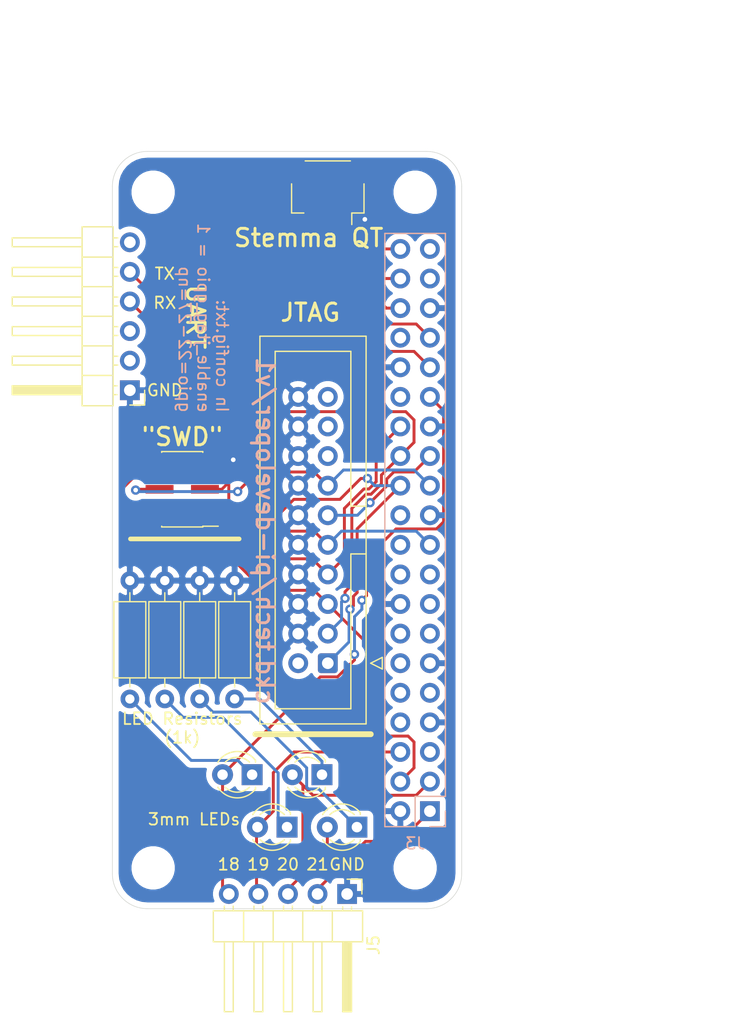
<source format=kicad_pcb>
(kicad_pcb (version 20171130) (host pcbnew 5.1.10)

  (general
    (thickness 1.6)
    (drawings 37)
    (tracks 175)
    (zones 0)
    (modules 19)
    (nets 45)
  )

  (page A4)
  (layers
    (0 F.Cu signal)
    (31 B.Cu signal)
    (32 B.Adhes user)
    (33 F.Adhes user)
    (34 B.Paste user)
    (35 F.Paste user)
    (36 B.SilkS user)
    (37 F.SilkS user)
    (38 B.Mask user)
    (39 F.Mask user)
    (40 Dwgs.User user)
    (41 Cmts.User user)
    (42 Eco1.User user)
    (43 Eco2.User user)
    (44 Edge.Cuts user)
    (45 Margin user)
    (46 B.CrtYd user)
    (47 F.CrtYd user)
    (48 B.Fab user)
    (49 F.Fab user)
  )

  (setup
    (last_trace_width 0.25)
    (trace_clearance 0.2)
    (zone_clearance 0.508)
    (zone_45_only no)
    (trace_min 0.2)
    (via_size 0.8)
    (via_drill 0.4)
    (via_min_size 0.4)
    (via_min_drill 0.3)
    (uvia_size 0.3)
    (uvia_drill 0.1)
    (uvias_allowed no)
    (uvia_min_size 0.2)
    (uvia_min_drill 0.1)
    (edge_width 0.05)
    (segment_width 0.2)
    (pcb_text_width 0.3)
    (pcb_text_size 1.5 1.5)
    (mod_edge_width 0.12)
    (mod_text_size 1 1)
    (mod_text_width 0.15)
    (pad_size 1.524 1.524)
    (pad_drill 0.762)
    (pad_to_mask_clearance 0)
    (aux_axis_origin 0 0)
    (grid_origin 206 114.5)
    (visible_elements FFFFFF7F)
    (pcbplotparams
      (layerselection 0x010fc_ffffffff)
      (usegerberextensions false)
      (usegerberattributes true)
      (usegerberadvancedattributes true)
      (creategerberjobfile true)
      (excludeedgelayer true)
      (linewidth 0.100000)
      (plotframeref false)
      (viasonmask false)
      (mode 1)
      (useauxorigin false)
      (hpglpennumber 1)
      (hpglpenspeed 20)
      (hpglpendiameter 15.000000)
      (psnegative false)
      (psa4output false)
      (plotreference true)
      (plotvalue true)
      (plotinvisibletext false)
      (padsonsilk false)
      (subtractmaskfromsilk false)
      (outputformat 1)
      (mirror false)
      (drillshape 1)
      (scaleselection 1)
      (outputdirectory ""))
  )

  (net 0 "")
  (net 1 GND)
  (net 2 "Net-(J1-Pad19)")
  (net 3 "Net-(J1-Pad17)")
  (net 4 "Net-(J1-Pad15)")
  (net 5 /ARM_TDO)
  (net 6 /ARM_RTCK)
  (net 7 /ARM_TCK)
  (net 8 /ARM_TMS)
  (net 9 /ARM_TDI)
  (net 10 /ARM_TRST)
  (net 11 "Net-(J1-Pad2)")
  (net 12 +3V3)
  (net 13 /RX)
  (net 14 /TX)
  (net 15 "Net-(J3-Pad12)")
  (net 16 /SCL)
  (net 17 /SDA)
  (net 18 +5V)
  (net 19 "Net-(J2-Pad6)")
  (net 20 "Net-(J2-Pad3)")
  (net 21 "Net-(J2-Pad2)")
  (net 22 "Net-(J3-Pad37)")
  (net 23 "Net-(J3-Pad34)")
  (net 24 "Net-(J3-Pad30)")
  (net 25 "Net-(J3-Pad22)")
  (net 26 "Net-(J3-Pad20)")
  (net 27 "Net-(J3-Pad18)")
  (net 28 "Net-(J3-Pad17)")
  (net 29 "Net-(J3-Pad15)")
  (net 30 "Net-(J3-Pad14)")
  (net 31 "Net-(J3-Pad13)")
  (net 32 "Net-(J3-Pad10)")
  (net 33 "Net-(J3-Pad9)")
  (net 34 "Net-(J3-Pad8)")
  (net 35 "Net-(J3-Pad5)")
  (net 36 /GPIO18)
  (net 37 /GPIO19)
  (net 38 /GPIO20)
  (net 39 /GPIO21)
  (net 40 "Net-(D1-Pad1)")
  (net 41 "Net-(D2-Pad1)")
  (net 42 "Net-(D3-Pad1)")
  (net 43 "Net-(D4-Pad1)")
  (net 44 "Net-(J6-Pad7)")

  (net_class Default "This is the default net class."
    (clearance 0.2)
    (trace_width 0.25)
    (via_dia 0.8)
    (via_drill 0.4)
    (uvia_dia 0.3)
    (uvia_drill 0.1)
    (add_net +3V3)
    (add_net +5V)
    (add_net /ARM_RTCK)
    (add_net /ARM_TCK)
    (add_net /ARM_TDI)
    (add_net /ARM_TDO)
    (add_net /ARM_TMS)
    (add_net /ARM_TRST)
    (add_net /GPIO18)
    (add_net /GPIO19)
    (add_net /GPIO20)
    (add_net /GPIO21)
    (add_net /RX)
    (add_net /SCL)
    (add_net /SDA)
    (add_net /TX)
    (add_net GND)
    (add_net "Net-(D1-Pad1)")
    (add_net "Net-(D2-Pad1)")
    (add_net "Net-(D3-Pad1)")
    (add_net "Net-(D4-Pad1)")
    (add_net "Net-(J1-Pad15)")
    (add_net "Net-(J1-Pad17)")
    (add_net "Net-(J1-Pad19)")
    (add_net "Net-(J1-Pad2)")
    (add_net "Net-(J2-Pad2)")
    (add_net "Net-(J2-Pad3)")
    (add_net "Net-(J2-Pad6)")
    (add_net "Net-(J3-Pad10)")
    (add_net "Net-(J3-Pad12)")
    (add_net "Net-(J3-Pad13)")
    (add_net "Net-(J3-Pad14)")
    (add_net "Net-(J3-Pad15)")
    (add_net "Net-(J3-Pad17)")
    (add_net "Net-(J3-Pad18)")
    (add_net "Net-(J3-Pad20)")
    (add_net "Net-(J3-Pad22)")
    (add_net "Net-(J3-Pad30)")
    (add_net "Net-(J3-Pad34)")
    (add_net "Net-(J3-Pad37)")
    (add_net "Net-(J3-Pad5)")
    (add_net "Net-(J3-Pad8)")
    (add_net "Net-(J3-Pad9)")
    (add_net "Net-(J6-Pad7)")
  )

  (module chickadee:chickadee_3mm_fcu (layer F.Cu) (tedit 0) (tstamp 614ABB0F)
    (at 190.76 85.925)
    (fp_text reference G*** (at 0 0) (layer F.SilkS) hide
      (effects (font (size 1.524 1.524) (thickness 0.3)))
    )
    (fp_text value "Chickadee 3mm" (at 0.75 0) (layer F.SilkS) hide
      (effects (font (size 1.524 1.524) (thickness 0.3)))
    )
    (fp_poly (pts (xy -2.190577 -1.394931) (xy -2.158906 -1.394428) (xy -2.131275 -1.393379) (xy -2.106176 -1.39166)
      (xy -2.082107 -1.389149) (xy -2.057561 -1.385724) (xy -2.031033 -1.38126) (xy -2.009069 -1.377185)
      (xy -1.950214 -1.364422) (xy -1.889117 -1.348355) (xy -1.828664 -1.329818) (xy -1.77174 -1.309646)
      (xy -1.760361 -1.305223) (xy -1.717183 -1.28803) (xy -1.674808 -1.270892) (xy -1.63285 -1.25363)
      (xy -1.59092 -1.236063) (xy -1.548631 -1.218011) (xy -1.505596 -1.199293) (xy -1.461427 -1.179729)
      (xy -1.415735 -1.159138) (xy -1.368134 -1.137341) (xy -1.318236 -1.114156) (xy -1.265653 -1.089403)
      (xy -1.209997 -1.062901) (xy -1.150882 -1.034472) (xy -1.087918 -1.003933) (xy -1.02072 -0.971104)
      (xy -0.948898 -0.935806) (xy -0.872065 -0.897857) (xy -0.789834 -0.857077) (xy -0.701817 -0.813286)
      (xy -0.679097 -0.801963) (xy -0.600817 -0.763019) (xy -0.528298 -0.72712) (xy -0.461051 -0.694039)
      (xy -0.398585 -0.663552) (xy -0.340411 -0.635433) (xy -0.286038 -0.609455) (xy -0.234976 -0.585394)
      (xy -0.186735 -0.563022) (xy -0.140825 -0.542115) (xy -0.096756 -0.522447) (xy -0.054038 -0.503792)
      (xy -0.012181 -0.485924) (xy 0.029306 -0.468618) (xy 0.070912 -0.451647) (xy 0.113128 -0.434787)
      (xy 0.146403 -0.421719) (xy 0.169926 -0.412482) (xy 0.191319 -0.403963) (xy 0.209688 -0.396527)
      (xy 0.224143 -0.39054) (xy 0.233791 -0.386365) (xy 0.237732 -0.384376) (xy 0.237199 -0.380281)
      (xy 0.231987 -0.372263) (xy 0.222739 -0.361032) (xy 0.2101 -0.347296) (xy 0.194712 -0.331764)
      (xy 0.177219 -0.315145) (xy 0.164178 -0.303343) (xy 0.096199 -0.247242) (xy 0.021764 -0.193747)
      (xy -0.059006 -0.142914) (xy -0.145989 -0.0948) (xy -0.239062 -0.049462) (xy -0.338103 -0.006957)
      (xy -0.442991 0.032658) (xy -0.553602 0.069327) (xy -0.669815 0.102992) (xy -0.756708 0.125296)
      (xy -0.857303 0.148538) (xy -0.952291 0.167867) (xy -1.041919 0.183303) (xy -1.126439 0.194868)
      (xy -1.206099 0.20258) (xy -1.281149 0.206462) (xy -1.351837 0.206535) (xy -1.418413 0.202818)
      (xy -1.481126 0.195332) (xy -1.518918 0.18866) (xy -1.57955 0.173748) (xy -1.634906 0.154367)
      (xy -1.684914 0.13059) (xy -1.729501 0.102491) (xy -1.768596 0.070142) (xy -1.802127 0.033617)
      (xy -1.830021 -0.007012) (xy -1.852205 -0.051671) (xy -1.868608 -0.100287) (xy -1.879158 -0.152786)
      (xy -1.882097 -0.17906) (xy -1.882915 -0.190167) (xy -1.883851 -0.198302) (xy -1.885889 -0.204006)
      (xy -1.890009 -0.207822) (xy -1.897194 -0.21029) (xy -1.908425 -0.211954) (xy -1.924685 -0.213354)
      (xy -1.946955 -0.215033) (xy -1.947333 -0.215063) (xy -1.974885 -0.21729) (xy -1.996056 -0.219184)
      (xy -2.011509 -0.220834) (xy -2.021906 -0.222327) (xy -2.02791 -0.223751) (xy -2.030183 -0.225193)
      (xy -2.030082 -0.226026) (xy -2.032027 -0.227335) (xy -2.038861 -0.22756) (xy -2.048532 -0.226886)
      (xy -2.05899 -0.225503) (xy -2.068183 -0.223597) (xy -2.072569 -0.222141) (xy -2.078077 -0.220624)
      (xy -2.089384 -0.218164) (xy -2.105331 -0.214992) (xy -2.124759 -0.211335) (xy -2.146511 -0.207422)
      (xy -2.151944 -0.206471) (xy -2.23343 -0.192964) (xy -2.310846 -0.181591) (xy -2.386734 -0.172013)
      (xy -2.463633 -0.163891) (xy -2.487083 -0.161706) (xy -2.509513 -0.160112) (xy -2.536719 -0.158879)
      (xy -2.567348 -0.158007) (xy -2.600049 -0.157496) (xy -2.633471 -0.157348) (xy -2.666262 -0.157562)
      (xy -2.69707 -0.158139) (xy -2.724545 -0.15908) (xy -2.747334 -0.160385) (xy -2.760486 -0.161598)
      (xy -2.833314 -0.171253) (xy -2.904171 -0.18314) (xy -2.974932 -0.197651) (xy -3.047473 -0.215178)
      (xy -3.123669 -0.23611) (xy -3.139143 -0.240632) (xy -3.161757 -0.247425) (xy -3.178423 -0.252778)
      (xy -3.190018 -0.257041) (xy -3.197422 -0.260562) (xy -3.20151 -0.263691) (xy -3.202943 -0.266032)
      (xy -3.203909 -0.271145) (xy -3.205491 -0.282439) (xy -3.20759 -0.299075) (xy -3.210105 -0.320217)
      (xy -3.212937 -0.345025) (xy -3.215987 -0.372662) (xy -3.219082 -0.401608) (xy -3.222679 -0.435601)
      (xy -3.225565 -0.463243) (xy -3.227688 -0.485209) (xy -3.228999 -0.50217) (xy -3.229447 -0.514802)
      (xy -3.228982 -0.523777) (xy -3.227553 -0.52977) (xy -3.22511 -0.533453) (xy -3.221603 -0.535501)
      (xy -3.216982 -0.536587) (xy -3.211195 -0.537385) (xy -3.208909 -0.537717) (xy -3.197663 -0.539746)
      (xy -3.180611 -0.543203) (xy -3.158807 -0.547849) (xy -3.1333 -0.553445) (xy -3.105142 -0.559751)
      (xy -3.075385 -0.566529) (xy -3.045079 -0.573539) (xy -3.015275 -0.580543) (xy -2.987025 -0.5873)
      (xy -2.96138 -0.593573) (xy -2.942167 -0.598407) (xy -2.839538 -0.625766) (xy -2.743547 -0.653603)
      (xy -2.653787 -0.682055) (xy -2.569847 -0.711258) (xy -2.49132 -0.74135) (xy -2.417797 -0.772466)
      (xy -2.405944 -0.777787) (xy -2.33527 -0.81224) (xy -2.2633 -0.851978) (xy -2.191754 -0.895908)
      (xy -2.122352 -0.942934) (xy -2.05681 -0.991963) (xy -2.012597 -1.028214) (xy -1.994935 -1.043577)
      (xy -1.976602 -1.059988) (xy -1.958316 -1.076756) (xy -1.940794 -1.09319) (xy -1.924751 -1.108599)
      (xy -1.910905 -1.122291) (xy -1.899973 -1.133576) (xy -1.892671 -1.141762) (xy -1.889717 -1.146159)
      (xy -1.889781 -1.146632) (xy -1.895886 -1.149881) (xy -1.907863 -1.154203) (xy -1.924653 -1.159337)
      (xy -1.945199 -1.16502) (xy -1.968444 -1.170989) (xy -1.99333 -1.176981) (xy -2.018801 -1.182735)
      (xy -2.043799 -1.187987) (xy -2.067268 -1.192474) (xy -2.088148 -1.195935) (xy -2.088444 -1.195979)
      (xy -2.143487 -1.202523) (xy -2.197821 -1.205577) (xy -2.252961 -1.205107) (xy -2.310419 -1.201077)
      (xy -2.371711 -1.193452) (xy -2.401539 -1.188739) (xy -2.494796 -1.17015) (xy -2.584229 -1.146293)
      (xy -2.669623 -1.117275) (xy -2.750766 -1.083203) (xy -2.827443 -1.044182) (xy -2.899442 -1.000319)
      (xy -2.966549 -0.95172) (xy -3.028551 -0.898491) (xy -3.072051 -0.855085) (xy -3.114426 -0.806444)
      (xy -3.152464 -0.755667) (xy -3.185507 -0.70377) (xy -3.212895 -0.65177) (xy -3.230344 -0.610645)
      (xy -3.23532 -0.598231) (xy -3.239944 -0.588063) (xy -3.243211 -0.582348) (xy -3.246468 -0.579042)
      (xy -3.254369 -0.57133) (xy -3.266439 -0.559666) (xy -3.282207 -0.544504) (xy -3.301199 -0.526296)
      (xy -3.322943 -0.505496) (xy -3.346966 -0.482558) (xy -3.372795 -0.457935) (xy -3.391958 -0.439691)
      (xy -3.418659 -0.414263) (xy -3.443792 -0.390288) (xy -3.466896 -0.368206) (xy -3.487514 -0.34846)
      (xy -3.505187 -0.331487) (xy -3.519455 -0.31773) (xy -3.529861 -0.307629) (xy -3.535945 -0.301624)
      (xy -3.537393 -0.300078) (xy -3.534428 -0.298301) (xy -3.525616 -0.293948) (xy -3.511564 -0.287299)
      (xy -3.492877 -0.278632) (xy -3.470164 -0.268227) (xy -3.444028 -0.256363) (xy -3.415077 -0.243317)
      (xy -3.383917 -0.22937) (xy -3.376532 -0.226077) (xy -3.214874 -0.154058) (xy -3.198019 -0.093786)
      (xy -3.189906 -0.065801) (xy -3.180059 -0.033466) (xy -3.169084 0.001347) (xy -3.157589 0.036762)
      (xy -3.146183 0.070907) (xy -3.135473 0.101907) (xy -3.126489 0.126757) (xy -3.121041 0.140443)
      (xy -3.116521 0.148917) (xy -3.111864 0.153733) (xy -3.10617 0.156392) (xy -3.098868 0.157558)
      (xy -3.085547 0.158496) (xy -3.06724 0.159209) (xy -3.04498 0.159697) (xy -3.019799 0.159965)
      (xy -2.992731 0.160013) (xy -2.964808 0.159845) (xy -2.937063 0.159461) (xy -2.910528 0.158866)
      (xy -2.886237 0.15806) (xy -2.865223 0.157046) (xy -2.848681 0.155841) (xy -2.685739 0.138212)
      (xy -2.585861 0.124838) (xy -2.543141 0.1184) (xy -2.506322 0.1121) (xy -2.474266 0.105624)
      (xy -2.445833 0.098661) (xy -2.419884 0.090899) (xy -2.395279 0.082025) (xy -2.370878 0.071727)
      (xy -2.345543 0.059694) (xy -2.342444 0.058147) (xy -2.286885 0.026813) (xy -2.232336 -0.010789)
      (xy -2.179767 -0.053872) (xy -2.130148 -0.101647) (xy -2.089686 -0.146958) (xy -2.071653 -0.168681)
      (xy -2.069252 -0.143431) (xy -2.062225 -0.096009) (xy -2.050319 -0.046832) (xy -2.034198 0.002224)
      (xy -2.014523 0.049282) (xy -1.991958 0.092463) (xy -1.978281 0.114289) (xy -1.94066 0.164006)
      (xy -1.897859 0.209003) (xy -1.849963 0.249251) (xy -1.797063 0.284723) (xy -1.739243 0.315389)
      (xy -1.676594 0.341223) (xy -1.609201 0.362197) (xy -1.537152 0.378282) (xy -1.460535 0.389451)
      (xy -1.379438 0.395676) (xy -1.293947 0.396929) (xy -1.204152 0.393182) (xy -1.125361 0.386139)
      (xy -1.052218 0.376822) (xy -0.974125 0.364509) (xy -0.892379 0.349481) (xy -0.808276 0.332024)
      (xy -0.723113 0.312418) (xy -0.638187 0.290949) (xy -0.554795 0.267899) (xy -0.478014 0.244745)
      (xy -0.38054 0.212112) (xy -0.286214 0.17667) (xy -0.195387 0.138629) (xy -0.108408 0.098203)
      (xy -0.025628 0.0556) (xy 0.052604 0.011034) (xy 0.125937 -0.035286) (xy 0.194021 -0.083147)
      (xy 0.256506 -0.132339) (xy 0.313041 -0.18265) (xy 0.363278 -0.233869) (xy 0.406865 -0.285785)
      (xy 0.411516 -0.291897) (xy 0.421132 -0.304324) (xy 0.427892 -0.311896) (xy 0.432929 -0.315578)
      (xy 0.437377 -0.316336) (xy 0.439726 -0.315921) (xy 0.459163 -0.311612) (xy 0.48424 -0.30693)
      (xy 0.513568 -0.302078) (xy 0.545757 -0.297263) (xy 0.579415 -0.292687) (xy 0.613152 -0.288557)
      (xy 0.645578 -0.285077) (xy 0.656167 -0.284068) (xy 0.687905 -0.281538) (xy 0.719888 -0.279816)
      (xy 0.752791 -0.278933) (xy 0.78729 -0.27892) (xy 0.82406 -0.279806) (xy 0.863775 -0.281623)
      (xy 0.907113 -0.284401) (xy 0.954746 -0.288171) (xy 1.007352 -0.292963) (xy 1.065605 -0.298808)
      (xy 1.127125 -0.3054) (xy 1.216165 -0.315763) (xy 1.311639 -0.327982) (xy 1.413193 -0.341993)
      (xy 1.520469 -0.357731) (xy 1.633115 -0.375132) (xy 1.750774 -0.394133) (xy 1.873091 -0.414668)
      (xy 1.999712 -0.436674) (xy 2.13028 -0.460086) (xy 2.264441 -0.48484) (xy 2.40184 -0.510872)
      (xy 2.542121 -0.538118) (xy 2.68493 -0.566514) (xy 2.829911 -0.595994) (xy 2.976709 -0.626495)
      (xy 3.124969 -0.657954) (xy 3.274335 -0.690304) (xy 3.361972 -0.709592) (xy 3.406466 -0.719446)
      (xy 3.444684 -0.727733) (xy 3.477258 -0.73432) (xy 3.504823 -0.739072) (xy 3.528011 -0.741854)
      (xy 3.547455 -0.742532) (xy 3.563788 -0.740972) (xy 3.577642 -0.737038) (xy 3.589652 -0.730596)
      (xy 3.600449 -0.721512) (xy 3.610667 -0.709652) (xy 3.620938 -0.69488) (xy 3.631896 -0.677062)
      (xy 3.644174 -0.656064) (xy 3.648453 -0.648705) (xy 3.685722 -0.582928) (xy 3.720654 -0.517678)
      (xy 3.752855 -0.453786) (xy 3.781929 -0.392085) (xy 3.807481 -0.333406) (xy 3.829117 -0.278581)
      (xy 3.842982 -0.239141) (xy 3.858442 -0.186728) (xy 3.869158 -0.137816) (xy 3.875158 -0.092633)
      (xy 3.876469 -0.051406) (xy 3.873119 -0.014365) (xy 3.865134 0.018262) (xy 3.852543 0.046247)
      (xy 3.835372 0.069362) (xy 3.813649 0.087378) (xy 3.803124 0.093395) (xy 3.792991 0.098154)
      (xy 3.781941 0.102524) (xy 3.769615 0.106533) (xy 3.755657 0.110209) (xy 3.739709 0.113581)
      (xy 3.721413 0.116677) (xy 3.700414 0.119524) (xy 3.676352 0.122152) (xy 3.648872 0.124587)
      (xy 3.617615 0.126859) (xy 3.582225 0.128995) (xy 3.542343 0.131023) (xy 3.497613 0.132973)
      (xy 3.447677 0.134871) (xy 3.392178 0.136746) (xy 3.330759 0.138626) (xy 3.263062 0.14054)
      (xy 3.188731 0.142515) (xy 3.175 0.142869) (xy 3.052923 0.146207) (xy 2.937344 0.149786)
      (xy 2.827707 0.153639) (xy 2.723456 0.157794) (xy 2.624037 0.162284) (xy 2.528895 0.167138)
      (xy 2.437474 0.172388) (xy 2.349219 0.178064) (xy 2.263574 0.184196) (xy 2.179985 0.190816)
      (xy 2.097897 0.197954) (xy 2.016754 0.20564) (xy 1.989667 0.208345) (xy 1.860967 0.222177)
      (xy 1.736502 0.237273) (xy 1.615523 0.253805) (xy 1.497281 0.271941) (xy 1.381028 0.291851)
      (xy 1.266016 0.313705) (xy 1.151496 0.337671) (xy 1.036721 0.36392) (xy 0.920941 0.39262)
      (xy 0.803408 0.423942) (xy 0.683373 0.458054) (xy 0.56009 0.495127) (xy 0.432808 0.535329)
      (xy 0.30078 0.57883) (xy 0.195792 0.614551) (xy 0.145932 0.632059) (xy 0.0984 0.649485)
      (xy 0.052527 0.66715) (xy 0.007643 0.685374) (xy -0.03692 0.704476) (xy -0.081833 0.724779)
      (xy -0.127765 0.746601) (xy -0.175385 0.770263) (xy -0.225363 0.796085) (xy -0.278367 0.824388)
      (xy -0.335068 0.855492) (xy -0.396135 0.889717) (xy -0.462237 0.927384) (xy -0.483306 0.939493)
      (xy -0.541927 0.973223) (xy -0.594898 1.003651) (xy -0.642666 1.031025) (xy -0.685679 1.055591)
      (xy -0.724384 1.077596) (xy -0.759229 1.097287) (xy -0.790662 1.11491) (xy -0.81913 1.130714)
      (xy -0.845081 1.144944) (xy -0.868963 1.157848) (xy -0.891223 1.169672) (xy -0.912308 1.180664)
      (xy -0.932668 1.19107) (xy -0.952748 1.201138) (xy -0.972997 1.211113) (xy -0.993862 1.221244)
      (xy -0.995694 1.222128) (xy -1.063133 1.253565) (xy -1.12675 1.280819) (xy -1.187918 1.304282)
      (xy -1.248008 1.324345) (xy -1.308391 1.341402) (xy -1.37044 1.355844) (xy -1.435526 1.368064)
      (xy -1.505022 1.378454) (xy -1.569861 1.386279) (xy -1.610848 1.390039) (xy -1.656794 1.392999)
      (xy -1.705642 1.395105) (xy -1.755337 1.396301) (xy -1.803821 1.396532) (xy -1.849038 1.395744)
      (xy -1.878542 1.394508) (xy -1.958088 1.387865) (xy -2.038544 1.376743) (xy -2.118722 1.361443)
      (xy -2.197433 1.342263) (xy -2.273489 1.319501) (xy -2.345702 1.293456) (xy -2.412884 1.264427)
      (xy -2.430992 1.255625) (xy -2.511972 1.211372) (xy -2.591194 1.160408) (xy -2.668518 1.102893)
      (xy -2.743805 1.038983) (xy -2.816914 0.968836) (xy -2.887705 0.89261) (xy -2.95604 0.810463)
      (xy -3.021777 0.722552) (xy -3.084778 0.629036) (xy -3.144903 0.53007) (xy -3.202011 0.425814)
      (xy -3.247103 0.335201) (xy -3.265441 0.295287) (xy -3.283063 0.253922) (xy -3.300474 0.209814)
      (xy -3.318181 0.161672) (xy -3.33669 0.108204) (xy -3.341035 0.09525) (xy -3.348704 0.071804)
      (xy -3.356807 0.046214) (xy -3.364992 0.019673) (xy -3.372907 -0.006627) (xy -3.380199 -0.031492)
      (xy -3.386515 -0.053731) (xy -3.391504 -0.072152) (xy -3.394813 -0.08556) (xy -3.395622 -0.089442)
      (xy -3.397791 -0.101004) (xy -3.602405 -0.183572) (xy -3.638385 -0.198117) (xy -3.672393 -0.211915)
      (xy -3.703868 -0.224734) (xy -3.732252 -0.236346) (xy -3.756986 -0.24652) (xy -3.77751 -0.255026)
      (xy -3.793266 -0.261633) (xy -3.803693 -0.266111) (xy -3.808232 -0.268231) (xy -3.808381 -0.268344)
      (xy -3.80604 -0.270994) (xy -3.798838 -0.27795) (xy -3.787188 -0.288837) (xy -3.771505 -0.303276)
      (xy -3.752203 -0.320892) (xy -3.729696 -0.341306) (xy -3.704399 -0.364141) (xy -3.676726 -0.389021)
      (xy -3.647091 -0.415568) (xy -3.621714 -0.438231) (xy -3.585698 -0.47036) (xy -3.554584 -0.498154)
      (xy -3.528002 -0.521967) (xy -3.505585 -0.542152) (xy -3.486962 -0.559065) (xy -3.471765 -0.573058)
      (xy -3.459624 -0.584487) (xy -3.45017 -0.593706) (xy -3.443035 -0.601069) (xy -3.437848 -0.606929)
      (xy -3.434241 -0.611642) (xy -3.431844 -0.615561) (xy -3.430288 -0.619041) (xy -3.429205 -0.622435)
      (xy -3.429021 -0.623103) (xy -3.422612 -0.643652) (xy -3.41351 -0.668602) (xy -3.40244 -0.696184)
      (xy -3.390126 -0.724625) (xy -3.377295 -0.752157) (xy -3.3707 -0.765446) (xy -3.338251 -0.823655)
      (xy -3.301023 -0.87978) (xy -3.258334 -0.934751) (xy -3.209501 -0.989498) (xy -3.196358 -1.003151)
      (xy -3.140849 -1.05669) (xy -3.083569 -1.105173) (xy -3.023315 -1.149469) (xy -2.958883 -1.190443)
      (xy -2.889069 -1.228963) (xy -2.868083 -1.23958) (xy -2.800029 -1.271452) (xy -2.732015 -1.299287)
      (xy -2.662813 -1.323459) (xy -2.591193 -1.344341) (xy -2.515928 -1.362308) (xy -2.435788 -1.377732)
      (xy -2.38932 -1.385248) (xy -2.369484 -1.388168) (xy -2.352156 -1.390434) (xy -2.335939 -1.39213)
      (xy -2.319438 -1.393341) (xy -2.301258 -1.394152) (xy -2.280002 -1.394645) (xy -2.254276 -1.394906)
      (xy -2.227792 -1.395009) (xy -2.190577 -1.394931)) (layer F.Cu) (width 0.01))
    (fp_poly (pts (xy -2.158969 -1.476897) (xy -2.121134 -1.475122) (xy -2.085237 -1.47205) (xy -2.049588 -1.467549)
      (xy -2.012501 -1.461488) (xy -1.987463 -1.456774) (xy -1.950495 -1.449127) (xy -1.91523 -1.440944)
      (xy -1.880622 -1.431892) (xy -1.845624 -1.421636) (xy -1.809191 -1.409844) (xy -1.770278 -1.396182)
      (xy -1.727839 -1.380316) (xy -1.680827 -1.361912) (xy -1.645263 -1.347594) (xy -1.598042 -1.328195)
      (xy -1.550102 -1.308057) (xy -1.501041 -1.286989) (xy -1.450453 -1.264801) (xy -1.397934 -1.241305)
      (xy -1.343079 -1.216311) (xy -1.285486 -1.189628) (xy -1.224749 -1.161068) (xy -1.160464 -1.130441)
      (xy -1.092227 -1.097558) (xy -1.019635 -1.062228) (xy -0.942281 -1.024263) (xy -0.859764 -0.983472)
      (xy -0.771677 -0.939667) (xy -0.713915 -0.910823) (xy -0.632201 -0.870036) (xy -0.556268 -0.832302)
      (xy -0.485642 -0.797404) (xy -0.419851 -0.765125) (xy -0.358423 -0.735248) (xy -0.300885 -0.707556)
      (xy -0.246765 -0.681833) (xy -0.195591 -0.657862) (xy -0.146889 -0.635425) (xy -0.100189 -0.614305)
      (xy -0.055018 -0.594286) (xy -0.010903 -0.575152) (xy 0.032629 -0.556684) (xy 0.076049 -0.538666)
      (xy 0.119829 -0.520881) (xy 0.164443 -0.503112) (xy 0.210363 -0.485143) (xy 0.227542 -0.478491)
      (xy 0.251524 -0.469207) (xy 0.273788 -0.460545) (xy 0.293348 -0.452891) (xy 0.309219 -0.446634)
      (xy 0.320414 -0.44216) (xy 0.325784 -0.43993) (xy 0.335832 -0.435427) (xy 0.320698 -0.416151)
      (xy 0.308889 -0.402098) (xy 0.29292 -0.384518) (xy 0.273921 -0.364551) (xy 0.253023 -0.343337)
      (xy 0.231357 -0.322014) (xy 0.210055 -0.301723) (xy 0.190246 -0.283603) (xy 0.181681 -0.27608)
      (xy 0.106102 -0.214961) (xy 0.024352 -0.156762) (xy -0.063253 -0.101625) (xy -0.156399 -0.049694)
      (xy -0.254769 -0.001114) (xy -0.358048 0.043973) (xy -0.465921 0.085422) (xy -0.578072 0.123091)
      (xy -0.694186 0.156835) (xy -0.813946 0.18651) (xy -0.853722 0.195281) (xy -0.912747 0.207567)
      (xy -0.966586 0.218013) (xy -1.016795 0.226877) (xy -1.064926 0.234413) (xy -1.112531 0.240877)
      (xy -1.161165 0.246526) (xy -1.171222 0.247588) (xy -1.191268 0.249185) (xy -1.216488 0.250438)
      (xy -1.245561 0.251348) (xy -1.277167 0.251913) (xy -1.309986 0.252134) (xy -1.342697 0.252011)
      (xy -1.37398 0.251543) (xy -1.402515 0.25073) (xy -1.426981 0.249572) (xy -1.446059 0.248069)
      (xy -1.449917 0.247629) (xy -1.520413 0.236359) (xy -1.585332 0.220777) (xy -1.644686 0.200875)
      (xy -1.698489 0.176642) (xy -1.746754 0.148071) (xy -1.789494 0.115152) (xy -1.826725 0.077875)
      (xy -1.858458 0.036233) (xy -1.884708 -0.009784) (xy -1.904186 -0.056444) (xy -1.913436 -0.084664)
      (xy -1.92005 -0.11021) (xy -1.924389 -0.13533) (xy -1.926811 -0.162274) (xy -1.927677 -0.19329)
      (xy -1.927689 -0.20331) (xy -1.927494 -0.260217) (xy -1.950459 -0.26257) (xy -1.973423 -0.264922)
      (xy -2.023181 -0.23099) (xy -2.022739 -0.181641) (xy -2.018754 -0.12341) (xy -2.007973 -0.066659)
      (xy -1.990573 -0.011805) (xy -1.966733 0.040732) (xy -1.936631 0.090536) (xy -1.900446 0.137188)
      (xy -1.875226 0.164155) (xy -1.83459 0.201) (xy -1.79086 0.233371) (xy -1.743528 0.261491)
      (xy -1.692089 0.285584) (xy -1.636034 0.305873) (xy -1.574857 0.322584) (xy -1.508052 0.335938)
      (xy -1.474611 0.341113) (xy -1.453545 0.343389) (xy -1.426697 0.345185) (xy -1.395325 0.3465)
      (xy -1.360685 0.347334) (xy -1.324034 0.347688) (xy -1.286631 0.347562) (xy -1.249731 0.346956)
      (xy -1.214593 0.34587) (xy -1.182474 0.344303) (xy -1.15463 0.342257) (xy -1.143 0.341088)
      (xy -1.028753 0.325915) (xy -0.913621 0.306055) (xy -0.798476 0.28177) (xy -0.684191 0.253321)
      (xy -0.571641 0.220969) (xy -0.461697 0.184975) (xy -0.355234 0.1456) (xy -0.253124 0.103106)
      (xy -0.15624 0.057754) (xy -0.101392 0.029498) (xy -0.018282 -0.017249) (xy 0.060658 -0.066369)
      (xy 0.134981 -0.117513) (xy 0.204241 -0.170332) (xy 0.267993 -0.224478) (xy 0.325791 -0.279603)
      (xy 0.377188 -0.335357) (xy 0.39888 -0.36152) (xy 0.413589 -0.379428) (xy 0.424647 -0.391741)
      (xy 0.432321 -0.398733) (xy 0.436878 -0.400678) (xy 0.437106 -0.400627) (xy 0.451682 -0.396988)
      (xy 0.472129 -0.392861) (xy 0.497296 -0.388412) (xy 0.526029 -0.383807) (xy 0.557174 -0.379213)
      (xy 0.589579 -0.374796) (xy 0.622091 -0.370724) (xy 0.653556 -0.367163) (xy 0.682821 -0.36428)
      (xy 0.696736 -0.363107) (xy 0.726996 -0.36137) (xy 0.760509 -0.360689) (xy 0.797721 -0.361091)
      (xy 0.839075 -0.362602) (xy 0.885017 -0.36525) (xy 0.935991 -0.369062) (xy 0.992441 -0.374063)
      (xy 1.054812 -0.380281) (xy 1.123548 -0.387744) (xy 1.144764 -0.390147) (xy 1.242696 -0.401961)
      (xy 1.34711 -0.415747) (xy 1.457726 -0.431456) (xy 1.574267 -0.449038) (xy 1.696454 -0.468441)
      (xy 1.824011 -0.489614) (xy 1.956657 -0.512508) (xy 2.094117 -0.537072) (xy 2.23611 -0.563254)
      (xy 2.38236 -0.591005) (xy 2.532588 -0.620273) (xy 2.686517 -0.651009) (xy 2.843867 -0.68316)
      (xy 3.004361 -0.716678) (xy 3.167721 -0.751511) (xy 3.333669 -0.787608) (xy 3.361972 -0.793834)
      (xy 3.393505 -0.800732) (xy 3.423573 -0.807213) (xy 3.451326 -0.813101) (xy 3.475913 -0.81822)
      (xy 3.496484 -0.822393) (xy 3.512186 -0.825444) (xy 3.52217 -0.827196) (xy 3.52425 -0.82748)
      (xy 3.551629 -0.827397) (xy 3.580597 -0.821802) (xy 3.609337 -0.81136) (xy 3.636032 -0.796737)
      (xy 3.658863 -0.7786) (xy 3.659577 -0.777903) (xy 3.670334 -0.765542) (xy 3.683559 -0.747416)
      (xy 3.698873 -0.724218) (xy 3.715898 -0.696638) (xy 3.734253 -0.665367) (xy 3.753562 -0.631098)
      (xy 3.773444 -0.594521) (xy 3.793521 -0.556329) (xy 3.813415 -0.517211) (xy 3.832747 -0.477861)
      (xy 3.851137 -0.438969) (xy 3.868208 -0.401226) (xy 3.876938 -0.381112) (xy 3.904418 -0.312172)
      (xy 3.926295 -0.247247) (xy 3.942564 -0.186369) (xy 3.95322 -0.129572) (xy 3.958258 -0.076888)
      (xy 3.957674 -0.02835) (xy 3.951462 0.016008) (xy 3.940303 0.054355) (xy 3.930721 0.074617)
      (xy 3.917158 0.09653) (xy 3.901359 0.117628) (xy 3.885072 0.135441) (xy 3.879089 0.14086)
      (xy 3.8637 0.152771) (xy 3.847081 0.163287) (xy 3.828689 0.172518) (xy 3.807978 0.180574)
      (xy 3.784406 0.187565) (xy 3.757427 0.193602) (xy 3.726498 0.198794) (xy 3.691074 0.203252)
      (xy 3.650612 0.207086) (xy 3.604567 0.210405) (xy 3.552396 0.213321) (xy 3.511903 0.215182)
      (xy 3.492132 0.215961) (xy 3.466304 0.216876) (xy 3.435416 0.217897) (xy 3.400464 0.218994)
      (xy 3.362446 0.220137) (xy 3.322357 0.221294) (xy 3.281195 0.222437) (xy 3.239956 0.223534)
      (xy 3.219097 0.22407) (xy 3.113132 0.226865) (xy 3.013623 0.229728) (xy 2.919971 0.232688)
      (xy 2.831576 0.235774) (xy 2.74784 0.239016) (xy 2.668162 0.242444) (xy 2.591944 0.246086)
      (xy 2.518587 0.249972) (xy 2.447491 0.254132) (xy 2.378056 0.258595) (xy 2.309683 0.26339)
      (xy 2.241774 0.268548) (xy 2.173729 0.274096) (xy 2.137833 0.277168) (xy 1.985425 0.291484)
      (xy 1.838916 0.307501) (xy 1.697314 0.325426) (xy 1.559629 0.345462) (xy 1.424869 0.367813)
      (xy 1.292042 0.392686) (xy 1.160156 0.420283) (xy 1.028221 0.450811) (xy 0.895244 0.484473)
      (xy 0.760234 0.521474) (xy 0.622199 0.562018) (xy 0.480149 0.606311) (xy 0.372181 0.641516)
      (xy 0.315529 0.660415) (xy 0.263101 0.678181) (xy 0.214324 0.695079) (xy 0.168627 0.711377)
      (xy 0.125437 0.72734) (xy 0.084184 0.743235) (xy 0.044295 0.759327) (xy 0.005199 0.775884)
      (xy -0.033675 0.79317) (xy -0.072901 0.811452) (xy -0.113048 0.830997) (xy -0.15469 0.852071)
      (xy -0.198398 0.874939) (xy -0.244743 0.899869) (xy -0.294297 0.927125) (xy -0.347632 0.956975)
      (xy -0.40532 0.989684) (xy -0.467932 1.025519) (xy -0.532694 1.062815) (xy -0.582887 1.091743)
      (xy -0.627657 1.11745) (xy -0.667661 1.140298) (xy -0.703555 1.160648) (xy -0.735994 1.178863)
      (xy -0.765635 1.195303) (xy -0.793134 1.21033) (xy -0.819147 1.224307) (xy -0.84433 1.237594)
      (xy -0.869338 1.250554) (xy -0.894828 1.263549) (xy -0.917222 1.27482) (xy -0.982539 1.306741)
      (xy -1.043326 1.334702) (xy -1.100631 1.359064) (xy -1.155499 1.380188) (xy -1.208978 1.398436)
      (xy -1.262115 1.414169) (xy -1.315957 1.427748) (xy -1.371551 1.439537) (xy -1.419025 1.448094)
      (xy -1.478301 1.457475) (xy -1.532886 1.464849) (xy -1.584804 1.470377) (xy -1.636074 1.474223)
      (xy -1.688721 1.47655) (xy -1.744766 1.477522) (xy -1.783292 1.477509) (xy -1.80988 1.477309)
      (xy -1.834924 1.477051) (xy -1.85733 1.476751) (xy -1.876003 1.476426) (xy -1.889851 1.476092)
      (xy -1.897777 1.475767) (xy -1.897944 1.475755) (xy -1.988991 1.46674) (xy -2.0788 1.453096)
      (xy -2.166515 1.435042) (xy -2.251282 1.412798) (xy -2.332244 1.386583) (xy -2.408545 1.356619)
      (xy -2.466209 1.329817) (xy -2.552043 1.282919) (xy -2.63567 1.229377) (xy -2.717012 1.169273)
      (xy -2.795994 1.10269) (xy -2.872539 1.029708) (xy -2.946571 0.950411) (xy -3.018015 0.864879)
      (xy -3.086793 0.773196) (xy -3.152829 0.675442) (xy -3.216048 0.571701) (xy -3.276373 0.462053)
      (xy -3.2807 0.453746) (xy -3.317707 0.378734) (xy -3.352221 0.300989) (xy -3.3846 0.21958)
      (xy -3.415202 0.133574) (xy -3.444388 0.042039) (xy -3.46089 -0.014242) (xy -3.468457 -0.040831)
      (xy -3.714194 -0.139956) (xy -3.753671 -0.155931) (xy -3.791187 -0.171209) (xy -3.826234 -0.185578)
      (xy -3.858306 -0.198827) (xy -3.886898 -0.210743) (xy -3.911502 -0.221113) (xy -3.931612 -0.229726)
      (xy -3.946722 -0.23637) (xy -3.956326 -0.240832) (xy -3.959917 -0.242899) (xy -3.959931 -0.242945)
      (xy -3.957356 -0.245822) (xy -3.949885 -0.253035) (xy -3.937902 -0.264238) (xy -3.921787 -0.279083)
      (xy -3.901922 -0.297224) (xy -3.87869 -0.318314) (xy -3.852471 -0.342006) (xy -3.823649 -0.367952)
      (xy -3.792605 -0.395807) (xy -3.75972 -0.425222) (xy -3.734153 -0.448034) (xy -3.508375 -0.649259)
      (xy -3.493997 -0.688978) (xy -3.465662 -0.759052) (xy -3.432414 -0.825955) (xy -3.393848 -0.890293)
      (xy -3.349555 -0.952676) (xy -3.29913 -1.013713) (xy -3.242165 -1.07401) (xy -3.225776 -1.090083)
      (xy -3.158462 -1.150261) (xy -3.08587 -1.205941) (xy -3.008266 -1.25699) (xy -2.925914 -1.303278)
      (xy -2.839079 -1.34467) (xy -2.748026 -1.381036) (xy -2.653021 -1.412242) (xy -2.554329 -1.438158)
      (xy -2.50825 -1.448166) (xy -2.463853 -1.456803) (xy -2.424131 -1.463573) (xy -2.387021 -1.468705)
      (xy -2.35046 -1.472428) (xy -2.312386 -1.474971) (xy -2.270735 -1.476561) (xy -2.247194 -1.477084)
      (xy -2.200426 -1.477507) (xy -2.158969 -1.476897)) (layer F.Mask) (width 0.01))
  )

  (module Connector_PinSocket_2.54mm:PinSocket_2x20_P2.54mm_Vertical (layer B.Cu) (tedit 614A2817) (tstamp 61442D1B)
    (at 206 114.5)
    (descr "Through hole straight socket strip, 2x20, 2.54mm pitch, double cols (from Kicad 4.0.7), script generated")
    (tags "Through hole socket strip THT 2x20 2.54mm double row")
    (path /6143CCB1)
    (fp_text reference J3 (at 0 26.9) (layer B.SilkS)
      (effects (font (size 1 1) (thickness 0.15)) (justify mirror))
    )
    (fp_text value Conn_02x20_Odd_Even (at 0 -26.9) (layer B.Fab)
      (effects (font (size 1 1) (thickness 0.15)) (justify mirror))
    )
    (fp_line (start -3.07 -25.87) (end -3.07 25.93) (layer B.CrtYd) (width 0.05))
    (fp_line (start 3.03 -25.87) (end -3.07 -25.87) (layer B.CrtYd) (width 0.05))
    (fp_line (start 3.03 25.93) (end 3.03 -25.87) (layer B.CrtYd) (width 0.05))
    (fp_line (start -3.07 25.93) (end 3.03 25.93) (layer B.CrtYd) (width 0.05))
    (fp_line (start 1.27 25.46) (end 2.6 25.46) (layer B.SilkS) (width 0.12))
    (fp_line (start 2.6 25.46) (end 2.6 24.13) (layer B.SilkS) (width 0.12))
    (fp_line (start 0 25.46) (end 0 22.86) (layer B.SilkS) (width 0.12))
    (fp_line (start 0 22.86) (end 2.6 22.86) (layer B.SilkS) (width 0.12))
    (fp_line (start 2.6 22.86) (end 2.6 -25.46) (layer B.SilkS) (width 0.12))
    (fp_line (start -2.6 -25.46) (end 2.6 -25.46) (layer B.SilkS) (width 0.12))
    (fp_line (start -2.6 25.46) (end -2.6 -25.46) (layer B.SilkS) (width 0.12))
    (fp_line (start -2.6 25.46) (end 0 25.46) (layer B.SilkS) (width 0.12))
    (fp_line (start -2.54 -25.4) (end -2.54 25.4) (layer B.Fab) (width 0.1))
    (fp_line (start 2.54 -25.4) (end -2.54 -25.4) (layer B.Fab) (width 0.1))
    (fp_line (start 2.54 24.4) (end 2.54 -25.4) (layer B.Fab) (width 0.1))
    (fp_line (start 1.54 25.4) (end 2.54 24.4) (layer B.Fab) (width 0.1))
    (fp_line (start -2.54 25.4) (end 1.54 25.4) (layer B.Fab) (width 0.1))
    (fp_text user %R (at 0 0 -90) (layer B.Fab)
      (effects (font (size 1 1) (thickness 0.15)) (justify mirror))
    )
    (pad 40 thru_hole oval (at -1.27 -24.13) (size 1.7 1.7) (drill 1) (layers *.Cu *.Mask)
      (net 12 +3V3))
    (pad 39 thru_hole oval (at 1.27 -24.13) (size 1.7 1.7) (drill 1) (layers *.Cu *.Mask)
      (net 18 +5V))
    (pad 38 thru_hole oval (at -1.27 -21.59) (size 1.7 1.7) (drill 1) (layers *.Cu *.Mask)
      (net 17 /SDA))
    (pad 37 thru_hole oval (at 1.27 -21.59) (size 1.7 1.7) (drill 1) (layers *.Cu *.Mask)
      (net 22 "Net-(J3-Pad37)"))
    (pad 36 thru_hole oval (at -1.27 -19.05) (size 1.7 1.7) (drill 1) (layers *.Cu *.Mask)
      (net 16 /SCL))
    (pad 35 thru_hole oval (at 1.27 -19.05) (size 1.7 1.7) (drill 1) (layers *.Cu *.Mask)
      (net 1 GND))
    (pad 34 thru_hole oval (at -1.27 -16.51) (size 1.7 1.7) (drill 1) (layers *.Cu *.Mask)
      (net 23 "Net-(J3-Pad34)"))
    (pad 33 thru_hole oval (at 1.27 -16.51) (size 1.7 1.7) (drill 1) (layers *.Cu *.Mask)
      (net 14 /TX))
    (pad 32 thru_hole oval (at -1.27 -13.97) (size 1.7 1.7) (drill 1) (layers *.Cu *.Mask)
      (net 1 GND))
    (pad 31 thru_hole oval (at 1.27 -13.97) (size 1.7 1.7) (drill 1) (layers *.Cu *.Mask)
      (net 13 /RX))
    (pad 30 thru_hole oval (at -1.27 -11.43) (size 1.7 1.7) (drill 1) (layers *.Cu *.Mask)
      (net 24 "Net-(J3-Pad30)"))
    (pad 29 thru_hole oval (at 1.27 -11.43) (size 1.7 1.7) (drill 1) (layers *.Cu *.Mask)
      (net 36 /GPIO18))
    (pad 28 thru_hole oval (at -1.27 -8.89) (size 1.7 1.7) (drill 1) (layers *.Cu *.Mask)
      (net 8 /ARM_TMS))
    (pad 27 thru_hole oval (at 1.27 -8.89) (size 1.7 1.7) (drill 1) (layers *.Cu *.Mask)
      (net 1 GND))
    (pad 26 thru_hole oval (at -1.27 -6.35) (size 1.7 1.7) (drill 1) (layers *.Cu *.Mask)
      (net 10 /ARM_TRST))
    (pad 25 thru_hole oval (at 1.27 -6.35) (size 1.7 1.7) (drill 1) (layers *.Cu *.Mask)
      (net 6 /ARM_RTCK))
    (pad 24 thru_hole oval (at -1.27 -3.81) (size 1.7 1.7) (drill 1) (layers *.Cu *.Mask)
      (net 12 +3V3))
    (pad 23 thru_hole oval (at 1.27 -3.81) (size 1.7 1.7) (drill 1) (layers *.Cu *.Mask)
      (net 5 /ARM_TDO))
    (pad 22 thru_hole oval (at -1.27 -1.27) (size 1.7 1.7) (drill 1) (layers *.Cu *.Mask)
      (net 25 "Net-(J3-Pad22)"))
    (pad 21 thru_hole oval (at 1.27 -1.27) (size 1.7 1.7) (drill 1) (layers *.Cu *.Mask)
      (net 1 GND))
    (pad 20 thru_hole oval (at -1.27 1.27) (size 1.7 1.7) (drill 1) (layers *.Cu *.Mask)
      (net 26 "Net-(J3-Pad20)"))
    (pad 19 thru_hole oval (at 1.27 1.27) (size 1.7 1.7) (drill 1) (layers *.Cu *.Mask)
      (net 7 /ARM_TCK))
    (pad 18 thru_hole oval (at -1.27 3.81) (size 1.7 1.7) (drill 1) (layers *.Cu *.Mask)
      (net 27 "Net-(J3-Pad18)"))
    (pad 17 thru_hole oval (at 1.27 3.81) (size 1.7 1.7) (drill 1) (layers *.Cu *.Mask)
      (net 28 "Net-(J3-Pad17)"))
    (pad 16 thru_hole oval (at -1.27 6.35) (size 1.7 1.7) (drill 1) (layers *.Cu *.Mask)
      (net 1 GND))
    (pad 15 thru_hole oval (at 1.27 6.35) (size 1.7 1.7) (drill 1) (layers *.Cu *.Mask)
      (net 29 "Net-(J3-Pad15)"))
    (pad 14 thru_hole oval (at -1.27 8.89) (size 1.7 1.7) (drill 1) (layers *.Cu *.Mask)
      (net 30 "Net-(J3-Pad14)"))
    (pad 13 thru_hole oval (at 1.27 8.89) (size 1.7 1.7) (drill 1) (layers *.Cu *.Mask)
      (net 31 "Net-(J3-Pad13)"))
    (pad 12 thru_hole oval (at -1.27 11.43) (size 1.7 1.7) (drill 1) (layers *.Cu *.Mask)
      (net 15 "Net-(J3-Pad12)"))
    (pad 11 thru_hole oval (at 1.27 11.43) (size 1.7 1.7) (drill 1) (layers *.Cu *.Mask)
      (net 1 GND))
    (pad 10 thru_hole oval (at -1.27 13.97) (size 1.7 1.7) (drill 1) (layers *.Cu *.Mask)
      (net 32 "Net-(J3-Pad10)"))
    (pad 9 thru_hole oval (at 1.27 13.97) (size 1.7 1.7) (drill 1) (layers *.Cu *.Mask)
      (net 33 "Net-(J3-Pad9)"))
    (pad 8 thru_hole oval (at -1.27 16.51) (size 1.7 1.7) (drill 1) (layers *.Cu *.Mask)
      (net 34 "Net-(J3-Pad8)"))
    (pad 7 thru_hole oval (at 1.27 16.51) (size 1.7 1.7) (drill 1) (layers *.Cu *.Mask)
      (net 1 GND))
    (pad 6 thru_hole oval (at -1.27 19.05) (size 1.7 1.7) (drill 1) (layers *.Cu *.Mask)
      (net 37 /GPIO19))
    (pad 5 thru_hole oval (at 1.27 19.05) (size 1.7 1.7) (drill 1) (layers *.Cu *.Mask)
      (net 35 "Net-(J3-Pad5)"))
    (pad 4 thru_hole oval (at -1.27 21.59) (size 1.7 1.7) (drill 1) (layers *.Cu *.Mask)
      (net 9 /ARM_TDI))
    (pad 3 thru_hole oval (at 1.27 21.59) (size 1.7 1.7) (drill 1) (layers *.Cu *.Mask)
      (net 38 /GPIO20))
    (pad 2 thru_hole oval (at -1.27 24.13) (size 1.7 1.7) (drill 1) (layers *.Cu *.Mask)
      (net 1 GND))
    (pad 1 thru_hole rect (at 1.27 24.13) (size 1.7 1.7) (drill 1) (layers *.Cu *.Mask)
      (net 39 /GPIO21))
    (model ${KISYS3DMOD}/Connector_PinSocket_2.54mm.3dshapes/PinSocket_2x20_P2.54mm_Vertical.wrl
      (offset (xyz 1.27 24.13 0))
      (scale (xyz 1 1 1))
      (rotate (xyz 0 0 0))
    )
  )

  (module Connector_IDC:IDC-Header_2x10_P2.54mm_Vertical (layer F.Cu) (tedit 5EAC9A07) (tstamp 61442C76)
    (at 198.5 125.93 180)
    (descr "Through hole IDC box header, 2x10, 2.54mm pitch, DIN 41651 / IEC 60603-13, double rows, https://docs.google.com/spreadsheets/d/16SsEcesNF15N3Lb4niX7dcUr-NY5_MFPQhobNuNppn4/edit#gid=0")
    (tags "Through hole vertical IDC box header THT 2x10 2.54mm double row")
    (path /614491FC)
    (fp_text reference J1 (at 1.27 -6.1) (layer F.SilkS) hide
      (effects (font (size 1 1) (thickness 0.15)))
    )
    (fp_text value Conn_ARM_JTAG_SWD_20 (at 1.27 28.96) (layer F.Fab)
      (effects (font (size 1 1) (thickness 0.15)))
    )
    (fp_text user %R (at 1.27 11.43 90) (layer F.Fab)
      (effects (font (size 1 1) (thickness 0.15)))
    )
    (fp_line (start -3.18 -4.1) (end -2.18 -5.1) (layer F.Fab) (width 0.1))
    (fp_line (start -2.18 -5.1) (end 5.72 -5.1) (layer F.Fab) (width 0.1))
    (fp_line (start 5.72 -5.1) (end 5.72 27.96) (layer F.Fab) (width 0.1))
    (fp_line (start 5.72 27.96) (end -3.18 27.96) (layer F.Fab) (width 0.1))
    (fp_line (start -3.18 27.96) (end -3.18 -4.1) (layer F.Fab) (width 0.1))
    (fp_line (start -3.18 9.38) (end -1.98 9.38) (layer F.Fab) (width 0.1))
    (fp_line (start -1.98 9.38) (end -1.98 -3.91) (layer F.Fab) (width 0.1))
    (fp_line (start -1.98 -3.91) (end 4.52 -3.91) (layer F.Fab) (width 0.1))
    (fp_line (start 4.52 -3.91) (end 4.52 26.77) (layer F.Fab) (width 0.1))
    (fp_line (start 4.52 26.77) (end -1.98 26.77) (layer F.Fab) (width 0.1))
    (fp_line (start -1.98 26.77) (end -1.98 13.48) (layer F.Fab) (width 0.1))
    (fp_line (start -1.98 13.48) (end -1.98 13.48) (layer F.Fab) (width 0.1))
    (fp_line (start -1.98 13.48) (end -3.18 13.48) (layer F.Fab) (width 0.1))
    (fp_line (start -3.29 -5.21) (end 5.83 -5.21) (layer F.SilkS) (width 0.12))
    (fp_line (start 5.83 -5.21) (end 5.83 28.07) (layer F.SilkS) (width 0.12))
    (fp_line (start 5.83 28.07) (end -3.29 28.07) (layer F.SilkS) (width 0.12))
    (fp_line (start -3.29 28.07) (end -3.29 -5.21) (layer F.SilkS) (width 0.12))
    (fp_line (start -3.29 9.38) (end -1.98 9.38) (layer F.SilkS) (width 0.12))
    (fp_line (start -1.98 9.38) (end -1.98 -3.91) (layer F.SilkS) (width 0.12))
    (fp_line (start -1.98 -3.91) (end 4.52 -3.91) (layer F.SilkS) (width 0.12))
    (fp_line (start 4.52 -3.91) (end 4.52 26.77) (layer F.SilkS) (width 0.12))
    (fp_line (start 4.52 26.77) (end -1.98 26.77) (layer F.SilkS) (width 0.12))
    (fp_line (start -1.98 26.77) (end -1.98 13.48) (layer F.SilkS) (width 0.12))
    (fp_line (start -1.98 13.48) (end -1.98 13.48) (layer F.SilkS) (width 0.12))
    (fp_line (start -1.98 13.48) (end -3.29 13.48) (layer F.SilkS) (width 0.12))
    (fp_line (start -3.68 0) (end -4.68 -0.5) (layer F.SilkS) (width 0.12))
    (fp_line (start -4.68 -0.5) (end -4.68 0.5) (layer F.SilkS) (width 0.12))
    (fp_line (start -4.68 0.5) (end -3.68 0) (layer F.SilkS) (width 0.12))
    (fp_line (start -3.68 -5.6) (end -3.68 28.46) (layer F.CrtYd) (width 0.05))
    (fp_line (start -3.68 28.46) (end 6.22 28.46) (layer F.CrtYd) (width 0.05))
    (fp_line (start 6.22 28.46) (end 6.22 -5.6) (layer F.CrtYd) (width 0.05))
    (fp_line (start 6.22 -5.6) (end -3.68 -5.6) (layer F.CrtYd) (width 0.05))
    (pad 20 thru_hole circle (at 2.54 22.86 180) (size 1.7 1.7) (drill 1) (layers *.Cu *.Mask)
      (net 1 GND))
    (pad 18 thru_hole circle (at 2.54 20.32 180) (size 1.7 1.7) (drill 1) (layers *.Cu *.Mask)
      (net 1 GND))
    (pad 16 thru_hole circle (at 2.54 17.78 180) (size 1.7 1.7) (drill 1) (layers *.Cu *.Mask)
      (net 1 GND))
    (pad 14 thru_hole circle (at 2.54 15.24 180) (size 1.7 1.7) (drill 1) (layers *.Cu *.Mask)
      (net 1 GND))
    (pad 12 thru_hole circle (at 2.54 12.7 180) (size 1.7 1.7) (drill 1) (layers *.Cu *.Mask)
      (net 1 GND))
    (pad 10 thru_hole circle (at 2.54 10.16 180) (size 1.7 1.7) (drill 1) (layers *.Cu *.Mask)
      (net 1 GND))
    (pad 8 thru_hole circle (at 2.54 7.62 180) (size 1.7 1.7) (drill 1) (layers *.Cu *.Mask)
      (net 1 GND))
    (pad 6 thru_hole circle (at 2.54 5.08 180) (size 1.7 1.7) (drill 1) (layers *.Cu *.Mask)
      (net 1 GND))
    (pad 4 thru_hole circle (at 2.54 2.54 180) (size 1.7 1.7) (drill 1) (layers *.Cu *.Mask)
      (net 1 GND))
    (pad 2 thru_hole circle (at 2.54 0 180) (size 1.7 1.7) (drill 1) (layers *.Cu *.Mask)
      (net 11 "Net-(J1-Pad2)"))
    (pad 19 thru_hole circle (at 0 22.86 180) (size 1.7 1.7) (drill 1) (layers *.Cu *.Mask)
      (net 2 "Net-(J1-Pad19)"))
    (pad 17 thru_hole circle (at 0 20.32 180) (size 1.7 1.7) (drill 1) (layers *.Cu *.Mask)
      (net 3 "Net-(J1-Pad17)"))
    (pad 15 thru_hole circle (at 0 17.78 180) (size 1.7 1.7) (drill 1) (layers *.Cu *.Mask)
      (net 4 "Net-(J1-Pad15)"))
    (pad 13 thru_hole circle (at 0 15.24 180) (size 1.7 1.7) (drill 1) (layers *.Cu *.Mask)
      (net 5 /ARM_TDO))
    (pad 11 thru_hole circle (at 0 12.7 180) (size 1.7 1.7) (drill 1) (layers *.Cu *.Mask)
      (net 6 /ARM_RTCK))
    (pad 9 thru_hole circle (at 0 10.16 180) (size 1.7 1.7) (drill 1) (layers *.Cu *.Mask)
      (net 7 /ARM_TCK))
    (pad 7 thru_hole circle (at 0 7.62 180) (size 1.7 1.7) (drill 1) (layers *.Cu *.Mask)
      (net 8 /ARM_TMS))
    (pad 5 thru_hole circle (at 0 5.08 180) (size 1.7 1.7) (drill 1) (layers *.Cu *.Mask)
      (net 9 /ARM_TDI))
    (pad 3 thru_hole circle (at 0 2.54 180) (size 1.7 1.7) (drill 1) (layers *.Cu *.Mask)
      (net 10 /ARM_TRST))
    (pad 1 thru_hole roundrect (at 0 0 180) (size 1.7 1.7) (drill 1) (layers *.Cu *.Mask) (roundrect_rratio 0.147059)
      (net 12 +3V3))
    (model ${KISYS3DMOD}/Connector_IDC.3dshapes/IDC-Header_2x10_P2.54mm_Vertical.wrl
      (at (xyz 0 0 0))
      (scale (xyz 1 1 1))
      (rotate (xyz 0 0 0))
    )
  )

  (module MountingHole:MountingHole_2.7mm_M2.5 (layer F.Cu) (tedit 56D1B4CB) (tstamp 61491E7D)
    (at 183.5 143.5)
    (descr "Mounting Hole 2.7mm, no annular, M2.5")
    (tags "mounting hole 2.7mm no annular m2.5")
    (attr virtual)
    (fp_text reference REF** (at 0 -3.7) (layer F.SilkS) hide
      (effects (font (size 1 1) (thickness 0.15)))
    )
    (fp_text value MountingHole_2.7mm_M2.5 (at 0 3.7) (layer F.Fab)
      (effects (font (size 1 1) (thickness 0.15)))
    )
    (fp_text user %R (at 0.3 0) (layer F.Fab)
      (effects (font (size 1 1) (thickness 0.15)))
    )
    (fp_circle (center 0 0) (end 2.7 0) (layer Cmts.User) (width 0.15))
    (fp_circle (center 0 0) (end 2.95 0) (layer F.CrtYd) (width 0.05))
    (pad 1 np_thru_hole circle (at 0 0) (size 2.7 2.7) (drill 2.7) (layers *.Cu *.Mask))
  )

  (module MountingHole:MountingHole_2.7mm_M2.5 (layer F.Cu) (tedit 56D1B4CB) (tstamp 61491D44)
    (at 183.5 85.5)
    (descr "Mounting Hole 2.7mm, no annular, M2.5")
    (tags "mounting hole 2.7mm no annular m2.5")
    (attr virtual)
    (fp_text reference REF** (at 0 -3.7) (layer F.SilkS) hide
      (effects (font (size 1 1) (thickness 0.15)))
    )
    (fp_text value MountingHole_2.7mm_M2.5 (at 0 3.7) (layer F.Fab)
      (effects (font (size 1 1) (thickness 0.15)))
    )
    (fp_text user %R (at 0.3 0) (layer F.Fab)
      (effects (font (size 1 1) (thickness 0.15)))
    )
    (fp_circle (center 0 0) (end 2.95 0) (layer F.CrtYd) (width 0.05))
    (fp_circle (center 0 0) (end 2.7 0) (layer Cmts.User) (width 0.15))
    (pad 1 np_thru_hole circle (at 0 0) (size 2.7 2.7) (drill 2.7) (layers *.Cu *.Mask))
  )

  (module Resistor_THT:R_Axial_DIN0207_L6.3mm_D2.5mm_P10.16mm_Horizontal (layer F.Cu) (tedit 5AE5139B) (tstamp 614448D9)
    (at 187.5 129 90)
    (descr "Resistor, Axial_DIN0207 series, Axial, Horizontal, pin pitch=10.16mm, 0.25W = 1/4W, length*diameter=6.3*2.5mm^2, http://cdn-reichelt.de/documents/datenblatt/B400/1_4W%23YAG.pdf")
    (tags "Resistor Axial_DIN0207 series Axial Horizontal pin pitch 10.16mm 0.25W = 1/4W length 6.3mm diameter 2.5mm")
    (path /614A0682)
    (fp_text reference R4 (at 5.08 -2.37 90) (layer F.SilkS) hide
      (effects (font (size 1 1) (thickness 0.15)))
    )
    (fp_text value R_Small (at 5.08 2.37 90) (layer F.Fab)
      (effects (font (size 1 1) (thickness 0.15)))
    )
    (fp_text user %R (at 5.08 0 90) (layer F.Fab)
      (effects (font (size 1 1) (thickness 0.15)))
    )
    (fp_line (start 1.93 -1.25) (end 1.93 1.25) (layer F.Fab) (width 0.1))
    (fp_line (start 1.93 1.25) (end 8.23 1.25) (layer F.Fab) (width 0.1))
    (fp_line (start 8.23 1.25) (end 8.23 -1.25) (layer F.Fab) (width 0.1))
    (fp_line (start 8.23 -1.25) (end 1.93 -1.25) (layer F.Fab) (width 0.1))
    (fp_line (start 0 0) (end 1.93 0) (layer F.Fab) (width 0.1))
    (fp_line (start 10.16 0) (end 8.23 0) (layer F.Fab) (width 0.1))
    (fp_line (start 1.81 -1.37) (end 1.81 1.37) (layer F.SilkS) (width 0.12))
    (fp_line (start 1.81 1.37) (end 8.35 1.37) (layer F.SilkS) (width 0.12))
    (fp_line (start 8.35 1.37) (end 8.35 -1.37) (layer F.SilkS) (width 0.12))
    (fp_line (start 8.35 -1.37) (end 1.81 -1.37) (layer F.SilkS) (width 0.12))
    (fp_line (start 1.04 0) (end 1.81 0) (layer F.SilkS) (width 0.12))
    (fp_line (start 9.12 0) (end 8.35 0) (layer F.SilkS) (width 0.12))
    (fp_line (start -1.05 -1.5) (end -1.05 1.5) (layer F.CrtYd) (width 0.05))
    (fp_line (start -1.05 1.5) (end 11.21 1.5) (layer F.CrtYd) (width 0.05))
    (fp_line (start 11.21 1.5) (end 11.21 -1.5) (layer F.CrtYd) (width 0.05))
    (fp_line (start 11.21 -1.5) (end -1.05 -1.5) (layer F.CrtYd) (width 0.05))
    (pad 2 thru_hole oval (at 10.16 0 90) (size 1.6 1.6) (drill 0.8) (layers *.Cu *.Mask)
      (net 1 GND))
    (pad 1 thru_hole circle (at 0 0 90) (size 1.6 1.6) (drill 0.8) (layers *.Cu *.Mask)
      (net 43 "Net-(D4-Pad1)"))
    (model ${KISYS3DMOD}/Resistor_THT.3dshapes/R_Axial_DIN0207_L6.3mm_D2.5mm_P10.16mm_Horizontal.wrl
      (at (xyz 0 0 0))
      (scale (xyz 1 1 1))
      (rotate (xyz 0 0 0))
    )
  )

  (module Resistor_THT:R_Axial_DIN0207_L6.3mm_D2.5mm_P10.16mm_Horizontal (layer F.Cu) (tedit 5AE5139B) (tstamp 614448C8)
    (at 190.5 129 90)
    (descr "Resistor, Axial_DIN0207 series, Axial, Horizontal, pin pitch=10.16mm, 0.25W = 1/4W, length*diameter=6.3*2.5mm^2, http://cdn-reichelt.de/documents/datenblatt/B400/1_4W%23YAG.pdf")
    (tags "Resistor Axial_DIN0207 series Axial Horizontal pin pitch 10.16mm 0.25W = 1/4W length 6.3mm diameter 2.5mm")
    (path /6149FE2B)
    (fp_text reference R3 (at 5.08 -2.37 90) (layer F.SilkS) hide
      (effects (font (size 1 1) (thickness 0.15)))
    )
    (fp_text value R_Small (at 5.08 2.37 90) (layer F.Fab)
      (effects (font (size 1 1) (thickness 0.15)))
    )
    (fp_text user %R (at 5.08 0 90) (layer F.Fab)
      (effects (font (size 1 1) (thickness 0.15)))
    )
    (fp_line (start 1.93 -1.25) (end 1.93 1.25) (layer F.Fab) (width 0.1))
    (fp_line (start 1.93 1.25) (end 8.23 1.25) (layer F.Fab) (width 0.1))
    (fp_line (start 8.23 1.25) (end 8.23 -1.25) (layer F.Fab) (width 0.1))
    (fp_line (start 8.23 -1.25) (end 1.93 -1.25) (layer F.Fab) (width 0.1))
    (fp_line (start 0 0) (end 1.93 0) (layer F.Fab) (width 0.1))
    (fp_line (start 10.16 0) (end 8.23 0) (layer F.Fab) (width 0.1))
    (fp_line (start 1.81 -1.37) (end 1.81 1.37) (layer F.SilkS) (width 0.12))
    (fp_line (start 1.81 1.37) (end 8.35 1.37) (layer F.SilkS) (width 0.12))
    (fp_line (start 8.35 1.37) (end 8.35 -1.37) (layer F.SilkS) (width 0.12))
    (fp_line (start 8.35 -1.37) (end 1.81 -1.37) (layer F.SilkS) (width 0.12))
    (fp_line (start 1.04 0) (end 1.81 0) (layer F.SilkS) (width 0.12))
    (fp_line (start 9.12 0) (end 8.35 0) (layer F.SilkS) (width 0.12))
    (fp_line (start -1.05 -1.5) (end -1.05 1.5) (layer F.CrtYd) (width 0.05))
    (fp_line (start -1.05 1.5) (end 11.21 1.5) (layer F.CrtYd) (width 0.05))
    (fp_line (start 11.21 1.5) (end 11.21 -1.5) (layer F.CrtYd) (width 0.05))
    (fp_line (start 11.21 -1.5) (end -1.05 -1.5) (layer F.CrtYd) (width 0.05))
    (pad 2 thru_hole oval (at 10.16 0 90) (size 1.6 1.6) (drill 0.8) (layers *.Cu *.Mask)
      (net 1 GND))
    (pad 1 thru_hole circle (at 0 0 90) (size 1.6 1.6) (drill 0.8) (layers *.Cu *.Mask)
      (net 42 "Net-(D3-Pad1)"))
    (model ${KISYS3DMOD}/Resistor_THT.3dshapes/R_Axial_DIN0207_L6.3mm_D2.5mm_P10.16mm_Horizontal.wrl
      (at (xyz 0 0 0))
      (scale (xyz 1 1 1))
      (rotate (xyz 0 0 0))
    )
  )

  (module Resistor_THT:R_Axial_DIN0207_L6.3mm_D2.5mm_P10.16mm_Horizontal (layer F.Cu) (tedit 5AE5139B) (tstamp 614A44D5)
    (at 184.5 129 90)
    (descr "Resistor, Axial_DIN0207 series, Axial, Horizontal, pin pitch=10.16mm, 0.25W = 1/4W, length*diameter=6.3*2.5mm^2, http://cdn-reichelt.de/documents/datenblatt/B400/1_4W%23YAG.pdf")
    (tags "Resistor Axial_DIN0207 series Axial Horizontal pin pitch 10.16mm 0.25W = 1/4W length 6.3mm diameter 2.5mm")
    (path /6149F598)
    (fp_text reference R2 (at 5.08 -2.37 90) (layer F.SilkS) hide
      (effects (font (size 1 1) (thickness 0.15)))
    )
    (fp_text value R_Small (at 5.08 2.37 90) (layer F.Fab)
      (effects (font (size 1 1) (thickness 0.15)))
    )
    (fp_text user %R (at 5.08 0 90) (layer F.Fab)
      (effects (font (size 1 1) (thickness 0.15)))
    )
    (fp_line (start 1.93 -1.25) (end 1.93 1.25) (layer F.Fab) (width 0.1))
    (fp_line (start 1.93 1.25) (end 8.23 1.25) (layer F.Fab) (width 0.1))
    (fp_line (start 8.23 1.25) (end 8.23 -1.25) (layer F.Fab) (width 0.1))
    (fp_line (start 8.23 -1.25) (end 1.93 -1.25) (layer F.Fab) (width 0.1))
    (fp_line (start 0 0) (end 1.93 0) (layer F.Fab) (width 0.1))
    (fp_line (start 10.16 0) (end 8.23 0) (layer F.Fab) (width 0.1))
    (fp_line (start 1.81 -1.37) (end 1.81 1.37) (layer F.SilkS) (width 0.12))
    (fp_line (start 1.81 1.37) (end 8.35 1.37) (layer F.SilkS) (width 0.12))
    (fp_line (start 8.35 1.37) (end 8.35 -1.37) (layer F.SilkS) (width 0.12))
    (fp_line (start 8.35 -1.37) (end 1.81 -1.37) (layer F.SilkS) (width 0.12))
    (fp_line (start 1.04 0) (end 1.81 0) (layer F.SilkS) (width 0.12))
    (fp_line (start 9.12 0) (end 8.35 0) (layer F.SilkS) (width 0.12))
    (fp_line (start -1.05 -1.5) (end -1.05 1.5) (layer F.CrtYd) (width 0.05))
    (fp_line (start -1.05 1.5) (end 11.21 1.5) (layer F.CrtYd) (width 0.05))
    (fp_line (start 11.21 1.5) (end 11.21 -1.5) (layer F.CrtYd) (width 0.05))
    (fp_line (start 11.21 -1.5) (end -1.05 -1.5) (layer F.CrtYd) (width 0.05))
    (pad 2 thru_hole oval (at 10.16 0 90) (size 1.6 1.6) (drill 0.8) (layers *.Cu *.Mask)
      (net 1 GND))
    (pad 1 thru_hole circle (at 0 0 90) (size 1.6 1.6) (drill 0.8) (layers *.Cu *.Mask)
      (net 41 "Net-(D2-Pad1)"))
    (model ${KISYS3DMOD}/Resistor_THT.3dshapes/R_Axial_DIN0207_L6.3mm_D2.5mm_P10.16mm_Horizontal.wrl
      (at (xyz 0 0 0))
      (scale (xyz 1 1 1))
      (rotate (xyz 0 0 0))
    )
  )

  (module Resistor_THT:R_Axial_DIN0207_L6.3mm_D2.5mm_P10.16mm_Horizontal (layer F.Cu) (tedit 5AE5139B) (tstamp 614448A6)
    (at 181.5 129 90)
    (descr "Resistor, Axial_DIN0207 series, Axial, Horizontal, pin pitch=10.16mm, 0.25W = 1/4W, length*diameter=6.3*2.5mm^2, http://cdn-reichelt.de/documents/datenblatt/B400/1_4W%23YAG.pdf")
    (tags "Resistor Axial_DIN0207 series Axial Horizontal pin pitch 10.16mm 0.25W = 1/4W length 6.3mm diameter 2.5mm")
    (path /61492BD4)
    (fp_text reference R1 (at 5.08 -2.37 90) (layer F.SilkS) hide
      (effects (font (size 1 1) (thickness 0.15)))
    )
    (fp_text value R_Small (at 5.08 2.37 90) (layer F.Fab)
      (effects (font (size 1 1) (thickness 0.15)))
    )
    (fp_text user %R (at 5.08 0 90) (layer F.Fab)
      (effects (font (size 1 1) (thickness 0.15)))
    )
    (fp_line (start 1.93 -1.25) (end 1.93 1.25) (layer F.Fab) (width 0.1))
    (fp_line (start 1.93 1.25) (end 8.23 1.25) (layer F.Fab) (width 0.1))
    (fp_line (start 8.23 1.25) (end 8.23 -1.25) (layer F.Fab) (width 0.1))
    (fp_line (start 8.23 -1.25) (end 1.93 -1.25) (layer F.Fab) (width 0.1))
    (fp_line (start 0 0) (end 1.93 0) (layer F.Fab) (width 0.1))
    (fp_line (start 10.16 0) (end 8.23 0) (layer F.Fab) (width 0.1))
    (fp_line (start 1.81 -1.37) (end 1.81 1.37) (layer F.SilkS) (width 0.12))
    (fp_line (start 1.81 1.37) (end 8.35 1.37) (layer F.SilkS) (width 0.12))
    (fp_line (start 8.35 1.37) (end 8.35 -1.37) (layer F.SilkS) (width 0.12))
    (fp_line (start 8.35 -1.37) (end 1.81 -1.37) (layer F.SilkS) (width 0.12))
    (fp_line (start 1.04 0) (end 1.81 0) (layer F.SilkS) (width 0.12))
    (fp_line (start 9.12 0) (end 8.35 0) (layer F.SilkS) (width 0.12))
    (fp_line (start -1.05 -1.5) (end -1.05 1.5) (layer F.CrtYd) (width 0.05))
    (fp_line (start -1.05 1.5) (end 11.21 1.5) (layer F.CrtYd) (width 0.05))
    (fp_line (start 11.21 1.5) (end 11.21 -1.5) (layer F.CrtYd) (width 0.05))
    (fp_line (start 11.21 -1.5) (end -1.05 -1.5) (layer F.CrtYd) (width 0.05))
    (pad 2 thru_hole oval (at 10.16 0 90) (size 1.6 1.6) (drill 0.8) (layers *.Cu *.Mask)
      (net 1 GND))
    (pad 1 thru_hole circle (at 0 0 90) (size 1.6 1.6) (drill 0.8) (layers *.Cu *.Mask)
      (net 40 "Net-(D1-Pad1)"))
    (model ${KISYS3DMOD}/Resistor_THT.3dshapes/R_Axial_DIN0207_L6.3mm_D2.5mm_P10.16mm_Horizontal.wrl
      (at (xyz 0 0 0))
      (scale (xyz 1 1 1))
      (rotate (xyz 0 0 0))
    )
  )

  (module Connector_PinHeader_1.27mm:PinHeader_2x05_P1.27mm_Vertical_SMD (layer F.Cu) (tedit 59FED6E3) (tstamp 6149161C)
    (at 186 111 180)
    (descr "surface-mounted straight pin header, 2x05, 1.27mm pitch, double rows")
    (tags "Surface mounted pin header SMD 2x05 1.27mm double row")
    (path /6149168C)
    (attr smd)
    (fp_text reference J6 (at 0 -4.235) (layer F.SilkS) hide
      (effects (font (size 1 1) (thickness 0.15)))
    )
    (fp_text value Conn_ARM_JTAG_SWD_10 (at 0 4.235) (layer F.Fab)
      (effects (font (size 1 1) (thickness 0.15)))
    )
    (fp_text user %R (at 0 0 90) (layer F.Fab)
      (effects (font (size 1 1) (thickness 0.15)))
    )
    (fp_line (start 1.705 3.175) (end -1.705 3.175) (layer F.Fab) (width 0.1))
    (fp_line (start -1.27 -3.175) (end 1.705 -3.175) (layer F.Fab) (width 0.1))
    (fp_line (start -1.705 3.175) (end -1.705 -2.74) (layer F.Fab) (width 0.1))
    (fp_line (start -1.705 -2.74) (end -1.27 -3.175) (layer F.Fab) (width 0.1))
    (fp_line (start 1.705 -3.175) (end 1.705 3.175) (layer F.Fab) (width 0.1))
    (fp_line (start -1.705 -2.74) (end -2.75 -2.74) (layer F.Fab) (width 0.1))
    (fp_line (start -2.75 -2.74) (end -2.75 -2.34) (layer F.Fab) (width 0.1))
    (fp_line (start -2.75 -2.34) (end -1.705 -2.34) (layer F.Fab) (width 0.1))
    (fp_line (start 1.705 -2.74) (end 2.75 -2.74) (layer F.Fab) (width 0.1))
    (fp_line (start 2.75 -2.74) (end 2.75 -2.34) (layer F.Fab) (width 0.1))
    (fp_line (start 2.75 -2.34) (end 1.705 -2.34) (layer F.Fab) (width 0.1))
    (fp_line (start -1.705 -1.47) (end -2.75 -1.47) (layer F.Fab) (width 0.1))
    (fp_line (start -2.75 -1.47) (end -2.75 -1.07) (layer F.Fab) (width 0.1))
    (fp_line (start -2.75 -1.07) (end -1.705 -1.07) (layer F.Fab) (width 0.1))
    (fp_line (start 1.705 -1.47) (end 2.75 -1.47) (layer F.Fab) (width 0.1))
    (fp_line (start 2.75 -1.47) (end 2.75 -1.07) (layer F.Fab) (width 0.1))
    (fp_line (start 2.75 -1.07) (end 1.705 -1.07) (layer F.Fab) (width 0.1))
    (fp_line (start -1.705 -0.2) (end -2.75 -0.2) (layer F.Fab) (width 0.1))
    (fp_line (start -2.75 -0.2) (end -2.75 0.2) (layer F.Fab) (width 0.1))
    (fp_line (start -2.75 0.2) (end -1.705 0.2) (layer F.Fab) (width 0.1))
    (fp_line (start 1.705 -0.2) (end 2.75 -0.2) (layer F.Fab) (width 0.1))
    (fp_line (start 2.75 -0.2) (end 2.75 0.2) (layer F.Fab) (width 0.1))
    (fp_line (start 2.75 0.2) (end 1.705 0.2) (layer F.Fab) (width 0.1))
    (fp_line (start -1.705 1.07) (end -2.75 1.07) (layer F.Fab) (width 0.1))
    (fp_line (start -2.75 1.07) (end -2.75 1.47) (layer F.Fab) (width 0.1))
    (fp_line (start -2.75 1.47) (end -1.705 1.47) (layer F.Fab) (width 0.1))
    (fp_line (start 1.705 1.07) (end 2.75 1.07) (layer F.Fab) (width 0.1))
    (fp_line (start 2.75 1.07) (end 2.75 1.47) (layer F.Fab) (width 0.1))
    (fp_line (start 2.75 1.47) (end 1.705 1.47) (layer F.Fab) (width 0.1))
    (fp_line (start -1.705 2.34) (end -2.75 2.34) (layer F.Fab) (width 0.1))
    (fp_line (start -2.75 2.34) (end -2.75 2.74) (layer F.Fab) (width 0.1))
    (fp_line (start -2.75 2.74) (end -1.705 2.74) (layer F.Fab) (width 0.1))
    (fp_line (start 1.705 2.34) (end 2.75 2.34) (layer F.Fab) (width 0.1))
    (fp_line (start 2.75 2.34) (end 2.75 2.74) (layer F.Fab) (width 0.1))
    (fp_line (start 2.75 2.74) (end 1.705 2.74) (layer F.Fab) (width 0.1))
    (fp_line (start -1.765 -3.235) (end 1.765 -3.235) (layer F.SilkS) (width 0.12))
    (fp_line (start -1.765 3.235) (end 1.765 3.235) (layer F.SilkS) (width 0.12))
    (fp_line (start -3.09 -3.17) (end -1.765 -3.17) (layer F.SilkS) (width 0.12))
    (fp_line (start -1.765 -3.235) (end -1.765 -3.17) (layer F.SilkS) (width 0.12))
    (fp_line (start 1.765 -3.235) (end 1.765 -3.17) (layer F.SilkS) (width 0.12))
    (fp_line (start -1.765 3.17) (end -1.765 3.235) (layer F.SilkS) (width 0.12))
    (fp_line (start 1.765 3.17) (end 1.765 3.235) (layer F.SilkS) (width 0.12))
    (fp_line (start -4.3 -3.7) (end -4.3 3.7) (layer F.CrtYd) (width 0.05))
    (fp_line (start -4.3 3.7) (end 4.3 3.7) (layer F.CrtYd) (width 0.05))
    (fp_line (start 4.3 3.7) (end 4.3 -3.7) (layer F.CrtYd) (width 0.05))
    (fp_line (start 4.3 -3.7) (end -4.3 -3.7) (layer F.CrtYd) (width 0.05))
    (pad 10 smd rect (at 1.95 2.54 180) (size 2.4 0.74) (layers F.Cu F.Paste F.Mask)
      (net 10 /ARM_TRST))
    (pad 9 smd rect (at -1.95 2.54 180) (size 2.4 0.74) (layers F.Cu F.Paste F.Mask)
      (net 1 GND))
    (pad 8 smd rect (at 1.95 1.27 180) (size 2.4 0.74) (layers F.Cu F.Paste F.Mask)
      (net 9 /ARM_TDI))
    (pad 7 smd rect (at -1.95 1.27 180) (size 2.4 0.74) (layers F.Cu F.Paste F.Mask)
      (net 44 "Net-(J6-Pad7)"))
    (pad 6 smd rect (at 1.95 0 180) (size 2.4 0.74) (layers F.Cu F.Paste F.Mask)
      (net 5 /ARM_TDO))
    (pad 5 smd rect (at -1.95 0 180) (size 2.4 0.74) (layers F.Cu F.Paste F.Mask)
      (net 1 GND))
    (pad 4 smd rect (at 1.95 -1.27 180) (size 2.4 0.74) (layers F.Cu F.Paste F.Mask)
      (net 7 /ARM_TCK))
    (pad 3 smd rect (at -1.95 -1.27 180) (size 2.4 0.74) (layers F.Cu F.Paste F.Mask)
      (net 1 GND))
    (pad 2 smd rect (at 1.95 -2.54 180) (size 2.4 0.74) (layers F.Cu F.Paste F.Mask)
      (net 8 /ARM_TMS))
    (pad 1 smd rect (at -1.95 -2.54 180) (size 2.4 0.74) (layers F.Cu F.Paste F.Mask)
      (net 12 +3V3))
    (model ${KISYS3DMOD}/Connector_PinHeader_1.27mm.3dshapes/PinHeader_2x05_P1.27mm_Vertical_SMD.wrl
      (at (xyz 0 0 0))
      (scale (xyz 1 1 1))
      (rotate (xyz 0 0 0))
    )
  )

  (module LED_THT:LED_D3.0mm (layer F.Cu) (tedit 587A3A7B) (tstamp 61444602)
    (at 201 140 180)
    (descr "LED, diameter 3.0mm, 2 pins")
    (tags "LED diameter 3.0mm 2 pins")
    (path /6148E2D9)
    (fp_text reference D4 (at 1.27 -2.96) (layer F.SilkS) hide
      (effects (font (size 1 1) (thickness 0.15)))
    )
    (fp_text value LED_Small (at 1.27 2.96) (layer F.Fab)
      (effects (font (size 1 1) (thickness 0.15)))
    )
    (fp_arc (start 1.27 0) (end 0.229039 1.08) (angle -87.9) (layer F.SilkS) (width 0.12))
    (fp_arc (start 1.27 0) (end 0.229039 -1.08) (angle 87.9) (layer F.SilkS) (width 0.12))
    (fp_arc (start 1.27 0) (end -0.29 1.235516) (angle -108.8) (layer F.SilkS) (width 0.12))
    (fp_arc (start 1.27 0) (end -0.29 -1.235516) (angle 108.8) (layer F.SilkS) (width 0.12))
    (fp_arc (start 1.27 0) (end -0.23 -1.16619) (angle 284.3) (layer F.Fab) (width 0.1))
    (fp_circle (center 1.27 0) (end 2.77 0) (layer F.Fab) (width 0.1))
    (fp_line (start -0.23 -1.16619) (end -0.23 1.16619) (layer F.Fab) (width 0.1))
    (fp_line (start -0.29 -1.236) (end -0.29 -1.08) (layer F.SilkS) (width 0.12))
    (fp_line (start -0.29 1.08) (end -0.29 1.236) (layer F.SilkS) (width 0.12))
    (fp_line (start -1.15 -2.25) (end -1.15 2.25) (layer F.CrtYd) (width 0.05))
    (fp_line (start -1.15 2.25) (end 3.7 2.25) (layer F.CrtYd) (width 0.05))
    (fp_line (start 3.7 2.25) (end 3.7 -2.25) (layer F.CrtYd) (width 0.05))
    (fp_line (start 3.7 -2.25) (end -1.15 -2.25) (layer F.CrtYd) (width 0.05))
    (pad 2 thru_hole circle (at 2.54 0 180) (size 1.8 1.8) (drill 0.9) (layers *.Cu *.Mask)
      (net 39 /GPIO21))
    (pad 1 thru_hole rect (at 0 0 180) (size 1.8 1.8) (drill 0.9) (layers *.Cu *.Mask)
      (net 43 "Net-(D4-Pad1)"))
    (model ${KISYS3DMOD}/LED_THT.3dshapes/LED_D3.0mm.wrl
      (at (xyz 0 0 0))
      (scale (xyz 1 1 1))
      (rotate (xyz 0 0 0))
    )
  )

  (module LED_THT:LED_D3.0mm (layer F.Cu) (tedit 587A3A7B) (tstamp 614445EF)
    (at 198 135.5 180)
    (descr "LED, diameter 3.0mm, 2 pins")
    (tags "LED diameter 3.0mm 2 pins")
    (path /61491291)
    (fp_text reference D3 (at 1.27 -2.96) (layer F.SilkS) hide
      (effects (font (size 1 1) (thickness 0.15)))
    )
    (fp_text value LED_Small (at 1.27 2.96) (layer F.Fab)
      (effects (font (size 1 1) (thickness 0.15)))
    )
    (fp_arc (start 1.27 0) (end 0.229039 1.08) (angle -87.9) (layer F.SilkS) (width 0.12))
    (fp_arc (start 1.27 0) (end 0.229039 -1.08) (angle 87.9) (layer F.SilkS) (width 0.12))
    (fp_arc (start 1.27 0) (end -0.29 1.235516) (angle -108.8) (layer F.SilkS) (width 0.12))
    (fp_arc (start 1.27 0) (end -0.29 -1.235516) (angle 108.8) (layer F.SilkS) (width 0.12))
    (fp_arc (start 1.27 0) (end -0.23 -1.16619) (angle 284.3) (layer F.Fab) (width 0.1))
    (fp_circle (center 1.27 0) (end 2.77 0) (layer F.Fab) (width 0.1))
    (fp_line (start -0.23 -1.16619) (end -0.23 1.16619) (layer F.Fab) (width 0.1))
    (fp_line (start -0.29 -1.236) (end -0.29 -1.08) (layer F.SilkS) (width 0.12))
    (fp_line (start -0.29 1.08) (end -0.29 1.236) (layer F.SilkS) (width 0.12))
    (fp_line (start -1.15 -2.25) (end -1.15 2.25) (layer F.CrtYd) (width 0.05))
    (fp_line (start -1.15 2.25) (end 3.7 2.25) (layer F.CrtYd) (width 0.05))
    (fp_line (start 3.7 2.25) (end 3.7 -2.25) (layer F.CrtYd) (width 0.05))
    (fp_line (start 3.7 -2.25) (end -1.15 -2.25) (layer F.CrtYd) (width 0.05))
    (pad 2 thru_hole circle (at 2.54 0 180) (size 1.8 1.8) (drill 0.9) (layers *.Cu *.Mask)
      (net 38 /GPIO20))
    (pad 1 thru_hole rect (at 0 0 180) (size 1.8 1.8) (drill 0.9) (layers *.Cu *.Mask)
      (net 42 "Net-(D3-Pad1)"))
    (model ${KISYS3DMOD}/LED_THT.3dshapes/LED_D3.0mm.wrl
      (at (xyz 0 0 0))
      (scale (xyz 1 1 1))
      (rotate (xyz 0 0 0))
    )
  )

  (module LED_THT:LED_D3.0mm (layer F.Cu) (tedit 587A3A7B) (tstamp 614445DC)
    (at 195 140 180)
    (descr "LED, diameter 3.0mm, 2 pins")
    (tags "LED diameter 3.0mm 2 pins")
    (path /61491A0D)
    (fp_text reference D2 (at 1.27 -2.96) (layer F.SilkS) hide
      (effects (font (size 1 1) (thickness 0.15)))
    )
    (fp_text value LED_Small (at 1.27 2.96) (layer F.Fab)
      (effects (font (size 1 1) (thickness 0.15)))
    )
    (fp_arc (start 1.27 0) (end 0.229039 1.08) (angle -87.9) (layer F.SilkS) (width 0.12))
    (fp_arc (start 1.27 0) (end 0.229039 -1.08) (angle 87.9) (layer F.SilkS) (width 0.12))
    (fp_arc (start 1.27 0) (end -0.29 1.235516) (angle -108.8) (layer F.SilkS) (width 0.12))
    (fp_arc (start 1.27 0) (end -0.29 -1.235516) (angle 108.8) (layer F.SilkS) (width 0.12))
    (fp_arc (start 1.27 0) (end -0.23 -1.16619) (angle 284.3) (layer F.Fab) (width 0.1))
    (fp_circle (center 1.27 0) (end 2.77 0) (layer F.Fab) (width 0.1))
    (fp_line (start -0.23 -1.16619) (end -0.23 1.16619) (layer F.Fab) (width 0.1))
    (fp_line (start -0.29 -1.236) (end -0.29 -1.08) (layer F.SilkS) (width 0.12))
    (fp_line (start -0.29 1.08) (end -0.29 1.236) (layer F.SilkS) (width 0.12))
    (fp_line (start -1.15 -2.25) (end -1.15 2.25) (layer F.CrtYd) (width 0.05))
    (fp_line (start -1.15 2.25) (end 3.7 2.25) (layer F.CrtYd) (width 0.05))
    (fp_line (start 3.7 2.25) (end 3.7 -2.25) (layer F.CrtYd) (width 0.05))
    (fp_line (start 3.7 -2.25) (end -1.15 -2.25) (layer F.CrtYd) (width 0.05))
    (pad 2 thru_hole circle (at 2.54 0 180) (size 1.8 1.8) (drill 0.9) (layers *.Cu *.Mask)
      (net 37 /GPIO19))
    (pad 1 thru_hole rect (at 0 0 180) (size 1.8 1.8) (drill 0.9) (layers *.Cu *.Mask)
      (net 41 "Net-(D2-Pad1)"))
    (model ${KISYS3DMOD}/LED_THT.3dshapes/LED_D3.0mm.wrl
      (at (xyz 0 0 0))
      (scale (xyz 1 1 1))
      (rotate (xyz 0 0 0))
    )
  )

  (module LED_THT:LED_D3.0mm (layer F.Cu) (tedit 587A3A7B) (tstamp 614445C9)
    (at 192 135.5 180)
    (descr "LED, diameter 3.0mm, 2 pins")
    (tags "LED diameter 3.0mm 2 pins")
    (path /6149205D)
    (fp_text reference D1 (at 1.27 -2.96) (layer F.SilkS) hide
      (effects (font (size 1 1) (thickness 0.15)))
    )
    (fp_text value LED_Small (at 1.27 2.96) (layer F.Fab)
      (effects (font (size 1 1) (thickness 0.15)))
    )
    (fp_arc (start 1.27 0) (end 0.229039 1.08) (angle -87.9) (layer F.SilkS) (width 0.12))
    (fp_arc (start 1.27 0) (end 0.229039 -1.08) (angle 87.9) (layer F.SilkS) (width 0.12))
    (fp_arc (start 1.27 0) (end -0.29 1.235516) (angle -108.8) (layer F.SilkS) (width 0.12))
    (fp_arc (start 1.27 0) (end -0.29 -1.235516) (angle 108.8) (layer F.SilkS) (width 0.12))
    (fp_arc (start 1.27 0) (end -0.23 -1.16619) (angle 284.3) (layer F.Fab) (width 0.1))
    (fp_circle (center 1.27 0) (end 2.77 0) (layer F.Fab) (width 0.1))
    (fp_line (start -0.23 -1.16619) (end -0.23 1.16619) (layer F.Fab) (width 0.1))
    (fp_line (start -0.29 -1.236) (end -0.29 -1.08) (layer F.SilkS) (width 0.12))
    (fp_line (start -0.29 1.08) (end -0.29 1.236) (layer F.SilkS) (width 0.12))
    (fp_line (start -1.15 -2.25) (end -1.15 2.25) (layer F.CrtYd) (width 0.05))
    (fp_line (start -1.15 2.25) (end 3.7 2.25) (layer F.CrtYd) (width 0.05))
    (fp_line (start 3.7 2.25) (end 3.7 -2.25) (layer F.CrtYd) (width 0.05))
    (fp_line (start 3.7 -2.25) (end -1.15 -2.25) (layer F.CrtYd) (width 0.05))
    (pad 2 thru_hole circle (at 2.54 0 180) (size 1.8 1.8) (drill 0.9) (layers *.Cu *.Mask)
      (net 36 /GPIO18))
    (pad 1 thru_hole rect (at 0 0 180) (size 1.8 1.8) (drill 0.9) (layers *.Cu *.Mask)
      (net 40 "Net-(D1-Pad1)"))
    (model ${KISYS3DMOD}/LED_THT.3dshapes/LED_D3.0mm.wrl
      (at (xyz 0 0 0))
      (scale (xyz 1 1 1))
      (rotate (xyz 0 0 0))
    )
  )

  (module Connector_PinHeader_2.54mm:PinHeader_1x05_P2.54mm_Horizontal (layer F.Cu) (tedit 59FED5CB) (tstamp 61445D0B)
    (at 200.158 145.742 270)
    (descr "Through hole angled pin header, 1x05, 2.54mm pitch, 6mm pin length, single row")
    (tags "Through hole angled pin header THT 1x05 2.54mm single row")
    (path /614D3F95)
    (fp_text reference J5 (at 4.385 -2.27 270) (layer F.SilkS)
      (effects (font (size 1 1) (thickness 0.15)))
    )
    (fp_text value Conn_01x05_Male (at 4.385 12.43 270) (layer F.Fab)
      (effects (font (size 1 1) (thickness 0.15)))
    )
    (fp_line (start 10.55 -1.8) (end -1.8 -1.8) (layer F.CrtYd) (width 0.05))
    (fp_line (start 10.55 11.95) (end 10.55 -1.8) (layer F.CrtYd) (width 0.05))
    (fp_line (start -1.8 11.95) (end 10.55 11.95) (layer F.CrtYd) (width 0.05))
    (fp_line (start -1.8 -1.8) (end -1.8 11.95) (layer F.CrtYd) (width 0.05))
    (fp_line (start -1.27 -1.27) (end 0 -1.27) (layer F.SilkS) (width 0.12))
    (fp_line (start -1.27 0) (end -1.27 -1.27) (layer F.SilkS) (width 0.12))
    (fp_line (start 1.042929 10.54) (end 1.44 10.54) (layer F.SilkS) (width 0.12))
    (fp_line (start 1.042929 9.78) (end 1.44 9.78) (layer F.SilkS) (width 0.12))
    (fp_line (start 10.1 10.54) (end 4.1 10.54) (layer F.SilkS) (width 0.12))
    (fp_line (start 10.1 9.78) (end 10.1 10.54) (layer F.SilkS) (width 0.12))
    (fp_line (start 4.1 9.78) (end 10.1 9.78) (layer F.SilkS) (width 0.12))
    (fp_line (start 1.44 8.89) (end 4.1 8.89) (layer F.SilkS) (width 0.12))
    (fp_line (start 1.042929 8) (end 1.44 8) (layer F.SilkS) (width 0.12))
    (fp_line (start 1.042929 7.24) (end 1.44 7.24) (layer F.SilkS) (width 0.12))
    (fp_line (start 10.1 8) (end 4.1 8) (layer F.SilkS) (width 0.12))
    (fp_line (start 10.1 7.24) (end 10.1 8) (layer F.SilkS) (width 0.12))
    (fp_line (start 4.1 7.24) (end 10.1 7.24) (layer F.SilkS) (width 0.12))
    (fp_line (start 1.44 6.35) (end 4.1 6.35) (layer F.SilkS) (width 0.12))
    (fp_line (start 1.042929 5.46) (end 1.44 5.46) (layer F.SilkS) (width 0.12))
    (fp_line (start 1.042929 4.7) (end 1.44 4.7) (layer F.SilkS) (width 0.12))
    (fp_line (start 10.1 5.46) (end 4.1 5.46) (layer F.SilkS) (width 0.12))
    (fp_line (start 10.1 4.7) (end 10.1 5.46) (layer F.SilkS) (width 0.12))
    (fp_line (start 4.1 4.7) (end 10.1 4.7) (layer F.SilkS) (width 0.12))
    (fp_line (start 1.44 3.81) (end 4.1 3.81) (layer F.SilkS) (width 0.12))
    (fp_line (start 1.042929 2.92) (end 1.44 2.92) (layer F.SilkS) (width 0.12))
    (fp_line (start 1.042929 2.16) (end 1.44 2.16) (layer F.SilkS) (width 0.12))
    (fp_line (start 10.1 2.92) (end 4.1 2.92) (layer F.SilkS) (width 0.12))
    (fp_line (start 10.1 2.16) (end 10.1 2.92) (layer F.SilkS) (width 0.12))
    (fp_line (start 4.1 2.16) (end 10.1 2.16) (layer F.SilkS) (width 0.12))
    (fp_line (start 1.44 1.27) (end 4.1 1.27) (layer F.SilkS) (width 0.12))
    (fp_line (start 1.11 0.38) (end 1.44 0.38) (layer F.SilkS) (width 0.12))
    (fp_line (start 1.11 -0.38) (end 1.44 -0.38) (layer F.SilkS) (width 0.12))
    (fp_line (start 4.1 0.28) (end 10.1 0.28) (layer F.SilkS) (width 0.12))
    (fp_line (start 4.1 0.16) (end 10.1 0.16) (layer F.SilkS) (width 0.12))
    (fp_line (start 4.1 0.04) (end 10.1 0.04) (layer F.SilkS) (width 0.12))
    (fp_line (start 4.1 -0.08) (end 10.1 -0.08) (layer F.SilkS) (width 0.12))
    (fp_line (start 4.1 -0.2) (end 10.1 -0.2) (layer F.SilkS) (width 0.12))
    (fp_line (start 4.1 -0.32) (end 10.1 -0.32) (layer F.SilkS) (width 0.12))
    (fp_line (start 10.1 0.38) (end 4.1 0.38) (layer F.SilkS) (width 0.12))
    (fp_line (start 10.1 -0.38) (end 10.1 0.38) (layer F.SilkS) (width 0.12))
    (fp_line (start 4.1 -0.38) (end 10.1 -0.38) (layer F.SilkS) (width 0.12))
    (fp_line (start 4.1 -1.33) (end 1.44 -1.33) (layer F.SilkS) (width 0.12))
    (fp_line (start 4.1 11.49) (end 4.1 -1.33) (layer F.SilkS) (width 0.12))
    (fp_line (start 1.44 11.49) (end 4.1 11.49) (layer F.SilkS) (width 0.12))
    (fp_line (start 1.44 -1.33) (end 1.44 11.49) (layer F.SilkS) (width 0.12))
    (fp_line (start 4.04 10.48) (end 10.04 10.48) (layer F.Fab) (width 0.1))
    (fp_line (start 10.04 9.84) (end 10.04 10.48) (layer F.Fab) (width 0.1))
    (fp_line (start 4.04 9.84) (end 10.04 9.84) (layer F.Fab) (width 0.1))
    (fp_line (start -0.32 10.48) (end 1.5 10.48) (layer F.Fab) (width 0.1))
    (fp_line (start -0.32 9.84) (end -0.32 10.48) (layer F.Fab) (width 0.1))
    (fp_line (start -0.32 9.84) (end 1.5 9.84) (layer F.Fab) (width 0.1))
    (fp_line (start 4.04 7.94) (end 10.04 7.94) (layer F.Fab) (width 0.1))
    (fp_line (start 10.04 7.3) (end 10.04 7.94) (layer F.Fab) (width 0.1))
    (fp_line (start 4.04 7.3) (end 10.04 7.3) (layer F.Fab) (width 0.1))
    (fp_line (start -0.32 7.94) (end 1.5 7.94) (layer F.Fab) (width 0.1))
    (fp_line (start -0.32 7.3) (end -0.32 7.94) (layer F.Fab) (width 0.1))
    (fp_line (start -0.32 7.3) (end 1.5 7.3) (layer F.Fab) (width 0.1))
    (fp_line (start 4.04 5.4) (end 10.04 5.4) (layer F.Fab) (width 0.1))
    (fp_line (start 10.04 4.76) (end 10.04 5.4) (layer F.Fab) (width 0.1))
    (fp_line (start 4.04 4.76) (end 10.04 4.76) (layer F.Fab) (width 0.1))
    (fp_line (start -0.32 5.4) (end 1.5 5.4) (layer F.Fab) (width 0.1))
    (fp_line (start -0.32 4.76) (end -0.32 5.4) (layer F.Fab) (width 0.1))
    (fp_line (start -0.32 4.76) (end 1.5 4.76) (layer F.Fab) (width 0.1))
    (fp_line (start 4.04 2.86) (end 10.04 2.86) (layer F.Fab) (width 0.1))
    (fp_line (start 10.04 2.22) (end 10.04 2.86) (layer F.Fab) (width 0.1))
    (fp_line (start 4.04 2.22) (end 10.04 2.22) (layer F.Fab) (width 0.1))
    (fp_line (start -0.32 2.86) (end 1.5 2.86) (layer F.Fab) (width 0.1))
    (fp_line (start -0.32 2.22) (end -0.32 2.86) (layer F.Fab) (width 0.1))
    (fp_line (start -0.32 2.22) (end 1.5 2.22) (layer F.Fab) (width 0.1))
    (fp_line (start 4.04 0.32) (end 10.04 0.32) (layer F.Fab) (width 0.1))
    (fp_line (start 10.04 -0.32) (end 10.04 0.32) (layer F.Fab) (width 0.1))
    (fp_line (start 4.04 -0.32) (end 10.04 -0.32) (layer F.Fab) (width 0.1))
    (fp_line (start -0.32 0.32) (end 1.5 0.32) (layer F.Fab) (width 0.1))
    (fp_line (start -0.32 -0.32) (end -0.32 0.32) (layer F.Fab) (width 0.1))
    (fp_line (start -0.32 -0.32) (end 1.5 -0.32) (layer F.Fab) (width 0.1))
    (fp_line (start 1.5 -0.635) (end 2.135 -1.27) (layer F.Fab) (width 0.1))
    (fp_line (start 1.5 11.43) (end 1.5 -0.635) (layer F.Fab) (width 0.1))
    (fp_line (start 4.04 11.43) (end 1.5 11.43) (layer F.Fab) (width 0.1))
    (fp_line (start 4.04 -1.27) (end 4.04 11.43) (layer F.Fab) (width 0.1))
    (fp_line (start 2.135 -1.27) (end 4.04 -1.27) (layer F.Fab) (width 0.1))
    (fp_text user %R (at 2.77 5.08 180) (layer F.Fab)
      (effects (font (size 1 1) (thickness 0.15)))
    )
    (pad 5 thru_hole oval (at 0 10.16 270) (size 1.7 1.7) (drill 1) (layers *.Cu *.Mask)
      (net 36 /GPIO18))
    (pad 4 thru_hole oval (at 0 7.62 270) (size 1.7 1.7) (drill 1) (layers *.Cu *.Mask)
      (net 37 /GPIO19))
    (pad 3 thru_hole oval (at 0 5.08 270) (size 1.7 1.7) (drill 1) (layers *.Cu *.Mask)
      (net 38 /GPIO20))
    (pad 2 thru_hole oval (at 0 2.54 270) (size 1.7 1.7) (drill 1) (layers *.Cu *.Mask)
      (net 39 /GPIO21))
    (pad 1 thru_hole rect (at 0 0 270) (size 1.7 1.7) (drill 1) (layers *.Cu *.Mask)
      (net 1 GND))
    (model ${KISYS3DMOD}/Connector_PinHeader_2.54mm.3dshapes/PinHeader_1x05_P2.54mm_Horizontal.wrl
      (at (xyz 0 0 0))
      (scale (xyz 1 1 1))
      (rotate (xyz 0 0 0))
    )
  )

  (module Connector_JST:JST_SH_SM04B-SRSS-TB_1x04-1MP_P1.00mm_Horizontal (layer F.Cu) (tedit 5B78AD87) (tstamp 614441E7)
    (at 198.5 85.5 180)
    (descr "JST SH series connector, SM04B-SRSS-TB (http://www.jst-mfg.com/product/pdf/eng/eSH.pdf), generated with kicad-footprint-generator")
    (tags "connector JST SH top entry")
    (path /61473FF8)
    (attr smd)
    (fp_text reference J4 (at 0 -3.98) (layer F.SilkS) hide
      (effects (font (size 1 1) (thickness 0.15)))
    )
    (fp_text value Conn_01x04_Male (at 0 3.98) (layer F.Fab)
      (effects (font (size 1 1) (thickness 0.15)))
    )
    (fp_line (start -1.5 -0.967893) (end -1 -1.675) (layer F.Fab) (width 0.1))
    (fp_line (start -2 -1.675) (end -1.5 -0.967893) (layer F.Fab) (width 0.1))
    (fp_line (start 3.9 -3.28) (end -3.9 -3.28) (layer F.CrtYd) (width 0.05))
    (fp_line (start 3.9 3.28) (end 3.9 -3.28) (layer F.CrtYd) (width 0.05))
    (fp_line (start -3.9 3.28) (end 3.9 3.28) (layer F.CrtYd) (width 0.05))
    (fp_line (start -3.9 -3.28) (end -3.9 3.28) (layer F.CrtYd) (width 0.05))
    (fp_line (start 3 -1.675) (end 3 2.575) (layer F.Fab) (width 0.1))
    (fp_line (start -3 -1.675) (end -3 2.575) (layer F.Fab) (width 0.1))
    (fp_line (start -3 2.575) (end 3 2.575) (layer F.Fab) (width 0.1))
    (fp_line (start -1.94 2.685) (end 1.94 2.685) (layer F.SilkS) (width 0.12))
    (fp_line (start 3.11 -1.785) (end 2.06 -1.785) (layer F.SilkS) (width 0.12))
    (fp_line (start 3.11 0.715) (end 3.11 -1.785) (layer F.SilkS) (width 0.12))
    (fp_line (start -2.06 -1.785) (end -2.06 -2.775) (layer F.SilkS) (width 0.12))
    (fp_line (start -3.11 -1.785) (end -2.06 -1.785) (layer F.SilkS) (width 0.12))
    (fp_line (start -3.11 0.715) (end -3.11 -1.785) (layer F.SilkS) (width 0.12))
    (fp_line (start -3 -1.675) (end 3 -1.675) (layer F.Fab) (width 0.1))
    (fp_text user %R (at 0 0) (layer F.Fab)
      (effects (font (size 1 1) (thickness 0.15)))
    )
    (pad MP smd roundrect (at 2.8 1.875 180) (size 1.2 1.8) (layers F.Cu F.Paste F.Mask) (roundrect_rratio 0.208333))
    (pad MP smd roundrect (at -2.8 1.875 180) (size 1.2 1.8) (layers F.Cu F.Paste F.Mask) (roundrect_rratio 0.208333))
    (pad 4 smd roundrect (at 1.5 -2 180) (size 0.6 1.55) (layers F.Cu F.Paste F.Mask) (roundrect_rratio 0.25)
      (net 16 /SCL))
    (pad 3 smd roundrect (at 0.5 -2 180) (size 0.6 1.55) (layers F.Cu F.Paste F.Mask) (roundrect_rratio 0.25)
      (net 17 /SDA))
    (pad 2 smd roundrect (at -0.5 -2 180) (size 0.6 1.55) (layers F.Cu F.Paste F.Mask) (roundrect_rratio 0.25)
      (net 12 +3V3))
    (pad 1 smd roundrect (at -1.5 -2 180) (size 0.6 1.55) (layers F.Cu F.Paste F.Mask) (roundrect_rratio 0.25)
      (net 1 GND))
    (model ${KISYS3DMOD}/Connector_JST.3dshapes/JST_SH_SM04B-SRSS-TB_1x04-1MP_P1.00mm_Horizontal.wrl
      (at (xyz 0 0 0))
      (scale (xyz 1 1 1))
      (rotate (xyz 0 0 0))
    )
  )

  (module MountingHole:MountingHole_2.7mm_M2.5 (layer F.Cu) (tedit 56D1B4CB) (tstamp 61443C86)
    (at 206 85.5)
    (descr "Mounting Hole 2.7mm, no annular, M2.5")
    (tags "mounting hole 2.7mm no annular m2.5")
    (attr virtual)
    (fp_text reference REF** (at 0 -3.7) (layer F.SilkS) hide
      (effects (font (size 1 1) (thickness 0.15)))
    )
    (fp_text value MountingHole_2.7mm_M2.5 (at 0 3.7) (layer F.Fab)
      (effects (font (size 1 1) (thickness 0.15)))
    )
    (fp_circle (center 0 0) (end 2.7 0) (layer Cmts.User) (width 0.15))
    (fp_circle (center 0 0) (end 2.95 0) (layer F.CrtYd) (width 0.05))
    (fp_text user %R (at 0.3 0) (layer F.Fab)
      (effects (font (size 1 1) (thickness 0.15)))
    )
    (pad 1 np_thru_hole circle (at 0 0) (size 2.7 2.7) (drill 2.7) (layers *.Cu *.Mask))
  )

  (module MountingHole:MountingHole_2.7mm_M2.5 (layer F.Cu) (tedit 56D1B4CB) (tstamp 61443C66)
    (at 206 143.5)
    (descr "Mounting Hole 2.7mm, no annular, M2.5")
    (tags "mounting hole 2.7mm no annular m2.5")
    (attr virtual)
    (fp_text reference REF** (at 0 -3.7) (layer F.SilkS) hide
      (effects (font (size 1 1) (thickness 0.15)))
    )
    (fp_text value MountingHole_2.7mm_M2.5 (at 0 3.7) (layer F.Fab)
      (effects (font (size 1 1) (thickness 0.15)))
    )
    (fp_circle (center 0 0) (end 2.95 0) (layer F.CrtYd) (width 0.05))
    (fp_circle (center 0 0) (end 2.7 0) (layer Cmts.User) (width 0.15))
    (fp_text user %R (at 0.3 0) (layer F.Fab)
      (effects (font (size 1 1) (thickness 0.15)))
    )
    (pad 1 np_thru_hole circle (at 0 0) (size 2.7 2.7) (drill 2.7) (layers *.Cu *.Mask))
  )

  (module Connector_PinHeader_2.54mm:PinHeader_1x06_P2.54mm_Horizontal (layer F.Cu) (tedit 59FED5CB) (tstamp 61442CDD)
    (at 181.5 102.5 180)
    (descr "Through hole angled pin header, 1x06, 2.54mm pitch, 6mm pin length, single row")
    (tags "Through hole angled pin header THT 1x06 2.54mm single row")
    (path /6145F054)
    (fp_text reference J2 (at 4.385 -2.27) (layer F.SilkS) hide
      (effects (font (size 1 1) (thickness 0.15)))
    )
    (fp_text value Conn_01x06_Male (at 4.385 14.97) (layer F.Fab)
      (effects (font (size 1 1) (thickness 0.15)))
    )
    (fp_line (start 10.55 -1.8) (end -1.8 -1.8) (layer F.CrtYd) (width 0.05))
    (fp_line (start 10.55 14.5) (end 10.55 -1.8) (layer F.CrtYd) (width 0.05))
    (fp_line (start -1.8 14.5) (end 10.55 14.5) (layer F.CrtYd) (width 0.05))
    (fp_line (start -1.8 -1.8) (end -1.8 14.5) (layer F.CrtYd) (width 0.05))
    (fp_line (start -1.27 -1.27) (end 0 -1.27) (layer F.SilkS) (width 0.12))
    (fp_line (start -1.27 0) (end -1.27 -1.27) (layer F.SilkS) (width 0.12))
    (fp_line (start 1.042929 13.08) (end 1.44 13.08) (layer F.SilkS) (width 0.12))
    (fp_line (start 1.042929 12.32) (end 1.44 12.32) (layer F.SilkS) (width 0.12))
    (fp_line (start 10.1 13.08) (end 4.1 13.08) (layer F.SilkS) (width 0.12))
    (fp_line (start 10.1 12.32) (end 10.1 13.08) (layer F.SilkS) (width 0.12))
    (fp_line (start 4.1 12.32) (end 10.1 12.32) (layer F.SilkS) (width 0.12))
    (fp_line (start 1.44 11.43) (end 4.1 11.43) (layer F.SilkS) (width 0.12))
    (fp_line (start 1.042929 10.54) (end 1.44 10.54) (layer F.SilkS) (width 0.12))
    (fp_line (start 1.042929 9.78) (end 1.44 9.78) (layer F.SilkS) (width 0.12))
    (fp_line (start 10.1 10.54) (end 4.1 10.54) (layer F.SilkS) (width 0.12))
    (fp_line (start 10.1 9.78) (end 10.1 10.54) (layer F.SilkS) (width 0.12))
    (fp_line (start 4.1 9.78) (end 10.1 9.78) (layer F.SilkS) (width 0.12))
    (fp_line (start 1.44 8.89) (end 4.1 8.89) (layer F.SilkS) (width 0.12))
    (fp_line (start 1.042929 8) (end 1.44 8) (layer F.SilkS) (width 0.12))
    (fp_line (start 1.042929 7.24) (end 1.44 7.24) (layer F.SilkS) (width 0.12))
    (fp_line (start 10.1 8) (end 4.1 8) (layer F.SilkS) (width 0.12))
    (fp_line (start 10.1 7.24) (end 10.1 8) (layer F.SilkS) (width 0.12))
    (fp_line (start 4.1 7.24) (end 10.1 7.24) (layer F.SilkS) (width 0.12))
    (fp_line (start 1.44 6.35) (end 4.1 6.35) (layer F.SilkS) (width 0.12))
    (fp_line (start 1.042929 5.46) (end 1.44 5.46) (layer F.SilkS) (width 0.12))
    (fp_line (start 1.042929 4.7) (end 1.44 4.7) (layer F.SilkS) (width 0.12))
    (fp_line (start 10.1 5.46) (end 4.1 5.46) (layer F.SilkS) (width 0.12))
    (fp_line (start 10.1 4.7) (end 10.1 5.46) (layer F.SilkS) (width 0.12))
    (fp_line (start 4.1 4.7) (end 10.1 4.7) (layer F.SilkS) (width 0.12))
    (fp_line (start 1.44 3.81) (end 4.1 3.81) (layer F.SilkS) (width 0.12))
    (fp_line (start 1.042929 2.92) (end 1.44 2.92) (layer F.SilkS) (width 0.12))
    (fp_line (start 1.042929 2.16) (end 1.44 2.16) (layer F.SilkS) (width 0.12))
    (fp_line (start 10.1 2.92) (end 4.1 2.92) (layer F.SilkS) (width 0.12))
    (fp_line (start 10.1 2.16) (end 10.1 2.92) (layer F.SilkS) (width 0.12))
    (fp_line (start 4.1 2.16) (end 10.1 2.16) (layer F.SilkS) (width 0.12))
    (fp_line (start 1.44 1.27) (end 4.1 1.27) (layer F.SilkS) (width 0.12))
    (fp_line (start 1.11 0.38) (end 1.44 0.38) (layer F.SilkS) (width 0.12))
    (fp_line (start 1.11 -0.38) (end 1.44 -0.38) (layer F.SilkS) (width 0.12))
    (fp_line (start 4.1 0.28) (end 10.1 0.28) (layer F.SilkS) (width 0.12))
    (fp_line (start 4.1 0.16) (end 10.1 0.16) (layer F.SilkS) (width 0.12))
    (fp_line (start 4.1 0.04) (end 10.1 0.04) (layer F.SilkS) (width 0.12))
    (fp_line (start 4.1 -0.08) (end 10.1 -0.08) (layer F.SilkS) (width 0.12))
    (fp_line (start 4.1 -0.2) (end 10.1 -0.2) (layer F.SilkS) (width 0.12))
    (fp_line (start 4.1 -0.32) (end 10.1 -0.32) (layer F.SilkS) (width 0.12))
    (fp_line (start 10.1 0.38) (end 4.1 0.38) (layer F.SilkS) (width 0.12))
    (fp_line (start 10.1 -0.38) (end 10.1 0.38) (layer F.SilkS) (width 0.12))
    (fp_line (start 4.1 -0.38) (end 10.1 -0.38) (layer F.SilkS) (width 0.12))
    (fp_line (start 4.1 -1.33) (end 1.44 -1.33) (layer F.SilkS) (width 0.12))
    (fp_line (start 4.1 14.03) (end 4.1 -1.33) (layer F.SilkS) (width 0.12))
    (fp_line (start 1.44 14.03) (end 4.1 14.03) (layer F.SilkS) (width 0.12))
    (fp_line (start 1.44 -1.33) (end 1.44 14.03) (layer F.SilkS) (width 0.12))
    (fp_line (start 4.04 13.02) (end 10.04 13.02) (layer F.Fab) (width 0.1))
    (fp_line (start 10.04 12.38) (end 10.04 13.02) (layer F.Fab) (width 0.1))
    (fp_line (start 4.04 12.38) (end 10.04 12.38) (layer F.Fab) (width 0.1))
    (fp_line (start -0.32 13.02) (end 1.5 13.02) (layer F.Fab) (width 0.1))
    (fp_line (start -0.32 12.38) (end -0.32 13.02) (layer F.Fab) (width 0.1))
    (fp_line (start -0.32 12.38) (end 1.5 12.38) (layer F.Fab) (width 0.1))
    (fp_line (start 4.04 10.48) (end 10.04 10.48) (layer F.Fab) (width 0.1))
    (fp_line (start 10.04 9.84) (end 10.04 10.48) (layer F.Fab) (width 0.1))
    (fp_line (start 4.04 9.84) (end 10.04 9.84) (layer F.Fab) (width 0.1))
    (fp_line (start -0.32 10.48) (end 1.5 10.48) (layer F.Fab) (width 0.1))
    (fp_line (start -0.32 9.84) (end -0.32 10.48) (layer F.Fab) (width 0.1))
    (fp_line (start -0.32 9.84) (end 1.5 9.84) (layer F.Fab) (width 0.1))
    (fp_line (start 4.04 7.94) (end 10.04 7.94) (layer F.Fab) (width 0.1))
    (fp_line (start 10.04 7.3) (end 10.04 7.94) (layer F.Fab) (width 0.1))
    (fp_line (start 4.04 7.3) (end 10.04 7.3) (layer F.Fab) (width 0.1))
    (fp_line (start -0.32 7.94) (end 1.5 7.94) (layer F.Fab) (width 0.1))
    (fp_line (start -0.32 7.3) (end -0.32 7.94) (layer F.Fab) (width 0.1))
    (fp_line (start -0.32 7.3) (end 1.5 7.3) (layer F.Fab) (width 0.1))
    (fp_line (start 4.04 5.4) (end 10.04 5.4) (layer F.Fab) (width 0.1))
    (fp_line (start 10.04 4.76) (end 10.04 5.4) (layer F.Fab) (width 0.1))
    (fp_line (start 4.04 4.76) (end 10.04 4.76) (layer F.Fab) (width 0.1))
    (fp_line (start -0.32 5.4) (end 1.5 5.4) (layer F.Fab) (width 0.1))
    (fp_line (start -0.32 4.76) (end -0.32 5.4) (layer F.Fab) (width 0.1))
    (fp_line (start -0.32 4.76) (end 1.5 4.76) (layer F.Fab) (width 0.1))
    (fp_line (start 4.04 2.86) (end 10.04 2.86) (layer F.Fab) (width 0.1))
    (fp_line (start 10.04 2.22) (end 10.04 2.86) (layer F.Fab) (width 0.1))
    (fp_line (start 4.04 2.22) (end 10.04 2.22) (layer F.Fab) (width 0.1))
    (fp_line (start -0.32 2.86) (end 1.5 2.86) (layer F.Fab) (width 0.1))
    (fp_line (start -0.32 2.22) (end -0.32 2.86) (layer F.Fab) (width 0.1))
    (fp_line (start -0.32 2.22) (end 1.5 2.22) (layer F.Fab) (width 0.1))
    (fp_line (start 4.04 0.32) (end 10.04 0.32) (layer F.Fab) (width 0.1))
    (fp_line (start 10.04 -0.32) (end 10.04 0.32) (layer F.Fab) (width 0.1))
    (fp_line (start 4.04 -0.32) (end 10.04 -0.32) (layer F.Fab) (width 0.1))
    (fp_line (start -0.32 0.32) (end 1.5 0.32) (layer F.Fab) (width 0.1))
    (fp_line (start -0.32 -0.32) (end -0.32 0.32) (layer F.Fab) (width 0.1))
    (fp_line (start -0.32 -0.32) (end 1.5 -0.32) (layer F.Fab) (width 0.1))
    (fp_line (start 1.5 -0.635) (end 2.135 -1.27) (layer F.Fab) (width 0.1))
    (fp_line (start 1.5 13.97) (end 1.5 -0.635) (layer F.Fab) (width 0.1))
    (fp_line (start 4.04 13.97) (end 1.5 13.97) (layer F.Fab) (width 0.1))
    (fp_line (start 4.04 -1.27) (end 4.04 13.97) (layer F.Fab) (width 0.1))
    (fp_line (start 2.135 -1.27) (end 4.04 -1.27) (layer F.Fab) (width 0.1))
    (fp_text user %R (at 2.77 6.35 90) (layer F.Fab)
      (effects (font (size 1 1) (thickness 0.15)))
    )
    (pad 6 thru_hole oval (at 0 12.7 180) (size 1.7 1.7) (drill 1) (layers *.Cu *.Mask)
      (net 19 "Net-(J2-Pad6)"))
    (pad 5 thru_hole oval (at 0 10.16 180) (size 1.7 1.7) (drill 1) (layers *.Cu *.Mask)
      (net 14 /TX))
    (pad 4 thru_hole oval (at 0 7.62 180) (size 1.7 1.7) (drill 1) (layers *.Cu *.Mask)
      (net 13 /RX))
    (pad 3 thru_hole oval (at 0 5.08 180) (size 1.7 1.7) (drill 1) (layers *.Cu *.Mask)
      (net 20 "Net-(J2-Pad3)"))
    (pad 2 thru_hole oval (at 0 2.54 180) (size 1.7 1.7) (drill 1) (layers *.Cu *.Mask)
      (net 21 "Net-(J2-Pad2)"))
    (pad 1 thru_hole rect (at 0 0 180) (size 1.7 1.7) (drill 1) (layers *.Cu *.Mask)
      (net 1 GND))
    (model ${KISYS3DMOD}/Connector_PinHeader_2.54mm.3dshapes/PinHeader_1x06_P2.54mm_Horizontal.wrl
      (at (xyz 0 0 0))
      (scale (xyz 1 1 1))
      (rotate (xyz 0 0 0))
    )
  )

  (gr_text "In config.txt:\nenable_jtag_gpio = 1\ngpio=22-27=np" (at 187.8136 104.4924 270) (layer B.SilkS)
    (effects (font (size 1 1) (thickness 0.15)) (justify left mirror))
  )
  (gr_line (start 192.284 132.026) (end 202.19 132.026) (layer F.SilkS) (width 0.5))
  (gr_line (start 181.5525 115.262) (end 190.887 115.262) (layer F.SilkS) (width 0.4))
  (gr_text ckd.tech/pi-developer/v1 (at 193.1095 114.5635 270) (layer B.SilkS)
    (effects (font (size 1.5 1.5) (thickness 0.25)) (justify mirror))
  )
  (gr_text "LED Resistors\n(1k)" (at 186 131.5) (layer F.SilkS)
    (effects (font (size 1 1) (thickness 0.15)))
  )
  (gr_text "3mm LEDs" (at 187.0135 139.3285) (layer F.SilkS)
    (effects (font (size 1 1) (thickness 0.15)))
  )
  (gr_text "\"SWD\"" (at 186 106.5) (layer F.SilkS)
    (effects (font (size 1.5 1.5) (thickness 0.25)))
  )
  (gr_text JTAG (at 197 95.831) (layer F.SilkS)
    (effects (font (size 1.5 1.5) (thickness 0.25)))
  )
  (gr_text "Stemma QT" (at 196.856 89.4175) (layer F.SilkS)
    (effects (font (size 1.5 1.5) (thickness 0.25)))
  )
  (gr_text GND (at 184.5 102.5) (layer F.SilkS)
    (effects (font (size 1 1) (thickness 0.15)))
  )
  (gr_text RX (at 184.5 95) (layer F.SilkS)
    (effects (font (size 1 1) (thickness 0.15)))
  )
  (gr_text TX (at 184.5 92.5) (layer F.SilkS)
    (effects (font (size 1 1) (thickness 0.15)))
  )
  (gr_text UART (at 187.1405 96.212 -90) (layer F.SilkS)
    (effects (font (size 1.5 1.5) (thickness 0.25)))
  )
  (gr_text GND (at 200.158 143.202) (layer F.SilkS)
    (effects (font (size 1 1) (thickness 0.15)))
  )
  (dimension 29 (width 0.05) (layer F.CrtYd)
    (gr_text "29.000 mm" (at 232.2 100 270) (layer F.CrtYd)
      (effects (font (size 1 1) (thickness 0.15)))
    )
    (feature1 (pts (xy 206 114.5) (xy 231.586421 114.5)))
    (feature2 (pts (xy 206 85.5) (xy 231.586421 85.5)))
    (crossbar (pts (xy 231 85.5) (xy 231 114.5)))
    (arrow1a (pts (xy 231 114.5) (xy 230.413579 113.373496)))
    (arrow1b (pts (xy 231 114.5) (xy 231.586421 113.373496)))
    (arrow2a (pts (xy 231 85.5) (xy 230.413579 86.626504)))
    (arrow2b (pts (xy 231 85.5) (xy 231.586421 86.626504)))
  )
  (dimension 65 (width 0.05) (layer F.CrtYd)
    (gr_text "65.000 mm" (at 224.2 114.5 90) (layer F.CrtYd)
      (effects (font (size 1 1) (thickness 0.15)))
    )
    (feature1 (pts (xy 210 82) (xy 223.586421 82)))
    (feature2 (pts (xy 210 147) (xy 223.586421 147)))
    (crossbar (pts (xy 223 147) (xy 223 82)))
    (arrow1a (pts (xy 223 82) (xy 223.586421 83.126504)))
    (arrow1b (pts (xy 223 82) (xy 222.413579 83.126504)))
    (arrow2a (pts (xy 223 147) (xy 223.586421 145.873496)))
    (arrow2b (pts (xy 223 147) (xy 222.413579 145.873496)))
  )
  (dimension 30 (width 0.05) (layer F.CrtYd)
    (gr_text "30.000 mm" (at 195 69.8) (layer F.CrtYd)
      (effects (font (size 1 1) (thickness 0.15)))
    )
    (feature1 (pts (xy 210 84.5) (xy 210 70.413579)))
    (feature2 (pts (xy 180 84.5) (xy 180 70.413579)))
    (crossbar (pts (xy 180 71) (xy 210 71)))
    (arrow1a (pts (xy 210 71) (xy 208.873496 71.586421)))
    (arrow1b (pts (xy 210 71) (xy 208.873496 70.413579)))
    (arrow2a (pts (xy 180 71) (xy 181.126504 71.586421)))
    (arrow2b (pts (xy 180 71) (xy 181.126504 70.413579)))
  )
  (dimension 3.5 (width 0.05) (layer F.CrtYd)
    (gr_text "3.500 mm" (at 181.75 77.8) (layer F.CrtYd)
      (effects (font (size 1 1) (thickness 0.15)))
    )
    (feature1 (pts (xy 180 85.5) (xy 180 78.413579)))
    (feature2 (pts (xy 183.5 85.5) (xy 183.5 78.413579)))
    (crossbar (pts (xy 183.5 79) (xy 180 79)))
    (arrow1a (pts (xy 180 79) (xy 181.126504 78.413579)))
    (arrow1b (pts (xy 180 79) (xy 181.126504 79.586421)))
    (arrow2a (pts (xy 183.5 79) (xy 182.373496 78.413579)))
    (arrow2b (pts (xy 183.5 79) (xy 182.373496 79.586421)))
  )
  (dimension 3.5 (width 0.05) (layer F.CrtYd)
    (gr_text "3.500 mm" (at 174.3 83.75 90) (layer F.CrtYd)
      (effects (font (size 1 1) (thickness 0.15)))
    )
    (feature1 (pts (xy 183.5 82) (xy 174.913579 82)))
    (feature2 (pts (xy 183.5 85.5) (xy 174.913579 85.5)))
    (crossbar (pts (xy 175.5 85.5) (xy 175.5 82)))
    (arrow1a (pts (xy 175.5 82) (xy 176.086421 83.126504)))
    (arrow1b (pts (xy 175.5 82) (xy 174.913579 83.126504)))
    (arrow2a (pts (xy 175.5 85.5) (xy 176.086421 84.373496)))
    (arrow2b (pts (xy 175.5 85.5) (xy 174.913579 84.373496)))
  )
  (dimension 3.5 (width 0.05) (layer F.CrtYd)
    (gr_text "3.500 mm" (at 181.75 151.2) (layer F.CrtYd)
      (effects (font (size 1 1) (thickness 0.15)))
    )
    (feature1 (pts (xy 180 143.5) (xy 180 150.586421)))
    (feature2 (pts (xy 183.5 143.5) (xy 183.5 150.586421)))
    (crossbar (pts (xy 183.5 150) (xy 180 150)))
    (arrow1a (pts (xy 180 150) (xy 181.126504 149.413579)))
    (arrow1b (pts (xy 180 150) (xy 181.126504 150.586421)))
    (arrow2a (pts (xy 183.5 150) (xy 182.373496 149.413579)))
    (arrow2b (pts (xy 183.5 150) (xy 182.373496 150.586421)))
  )
  (dimension 3.5 (width 0.05) (layer F.CrtYd)
    (gr_text "3.500 mm" (at 175.3 145.25 270) (layer F.CrtYd)
      (effects (font (size 1 1) (thickness 0.15)))
    )
    (feature1 (pts (xy 183.5 147) (xy 175.913579 147)))
    (feature2 (pts (xy 183.5 143.5) (xy 175.913579 143.5)))
    (crossbar (pts (xy 176.5 143.5) (xy 176.5 147)))
    (arrow1a (pts (xy 176.5 147) (xy 175.913579 145.873496)))
    (arrow1b (pts (xy 176.5 147) (xy 177.086421 145.873496)))
    (arrow2a (pts (xy 176.5 143.5) (xy 175.913579 144.626504)))
    (arrow2b (pts (xy 176.5 143.5) (xy 177.086421 144.626504)))
  )
  (dimension 3.5 (width 0.05) (layer F.CrtYd)
    (gr_text "3.500 mm" (at 214.7 145.25 270) (layer F.CrtYd)
      (effects (font (size 1 1) (thickness 0.15)))
    )
    (feature1 (pts (xy 206 147) (xy 214.086421 147)))
    (feature2 (pts (xy 206 143.5) (xy 214.086421 143.5)))
    (crossbar (pts (xy 213.5 143.5) (xy 213.5 147)))
    (arrow1a (pts (xy 213.5 147) (xy 212.913579 145.873496)))
    (arrow1b (pts (xy 213.5 147) (xy 214.086421 145.873496)))
    (arrow2a (pts (xy 213.5 143.5) (xy 212.913579 144.626504)))
    (arrow2b (pts (xy 213.5 143.5) (xy 214.086421 144.626504)))
  )
  (dimension 4 (width 0.05) (layer F.CrtYd)
    (gr_text "4.000 mm" (at 208 151.7) (layer F.CrtYd)
      (effects (font (size 1 1) (thickness 0.15)))
    )
    (feature1 (pts (xy 210 143.5) (xy 210 151.086421)))
    (feature2 (pts (xy 206 143.5) (xy 206 151.086421)))
    (crossbar (pts (xy 206 150.5) (xy 210 150.5)))
    (arrow1a (pts (xy 210 150.5) (xy 208.873496 151.086421)))
    (arrow1b (pts (xy 210 150.5) (xy 208.873496 149.913579)))
    (arrow2a (pts (xy 206 150.5) (xy 207.126504 151.086421)))
    (arrow2b (pts (xy 206 150.5) (xy 207.126504 149.913579)))
  )
  (dimension 4 (width 0.05) (layer F.CrtYd)
    (gr_text "4.000 mm" (at 208 75.8) (layer F.CrtYd)
      (effects (font (size 1 1) (thickness 0.15)))
    )
    (feature1 (pts (xy 210 85.5) (xy 210 76.413579)))
    (feature2 (pts (xy 206 85.5) (xy 206 76.413579)))
    (crossbar (pts (xy 206 77) (xy 210 77)))
    (arrow1a (pts (xy 210 77) (xy 208.873496 77.586421)))
    (arrow1b (pts (xy 210 77) (xy 208.873496 76.413579)))
    (arrow2a (pts (xy 206 77) (xy 207.126504 77.586421)))
    (arrow2b (pts (xy 206 77) (xy 207.126504 76.413579)))
  )
  (dimension 3.5 (width 0.05) (layer F.CrtYd)
    (gr_text "3.500 mm" (at 218.2 83.75 90) (layer F.CrtYd)
      (effects (font (size 1 1) (thickness 0.15)))
    )
    (feature1 (pts (xy 206.5 82) (xy 217.586421 82)))
    (feature2 (pts (xy 206.5 85.5) (xy 217.586421 85.5)))
    (crossbar (pts (xy 217 85.5) (xy 217 82)))
    (arrow1a (pts (xy 217 82) (xy 217.586421 83.126504)))
    (arrow1b (pts (xy 217 82) (xy 216.413579 83.126504)))
    (arrow2a (pts (xy 217 85.5) (xy 217.586421 84.373496)))
    (arrow2b (pts (xy 217 85.5) (xy 216.413579 84.373496)))
  )
  (gr_arc (start 183 144) (end 180 144) (angle -90) (layer Edge.Cuts) (width 0.05))
  (gr_line (start 183 82) (end 207 82) (layer Edge.Cuts) (width 0.05) (tstamp 614460A7))
  (gr_line (start 180 85) (end 180 144) (layer Edge.Cuts) (width 0.05) (tstamp 61491B74))
  (gr_arc (start 183 85) (end 183 82) (angle -90) (layer Edge.Cuts) (width 0.05))
  (gr_text 21 (at 197.618 143.202) (layer F.SilkS)
    (effects (font (size 1 1) (thickness 0.15)))
  )
  (gr_text 20 (at 195.078 143.202) (layer F.SilkS)
    (effects (font (size 1 1) (thickness 0.15)))
  )
  (gr_text 19 (at 192.538 143.202) (layer F.SilkS)
    (effects (font (size 1 1) (thickness 0.15)))
  )
  (gr_text 18 (at 189.998 143.202) (layer F.SilkS)
    (effects (font (size 1 1) (thickness 0.15)))
  )
  (gr_line (start 207 147) (end 183 147) (layer Edge.Cuts) (width 0.05))
  (gr_arc (start 207 144) (end 207 147) (angle -90) (layer Edge.Cuts) (width 0.05))
  (gr_arc (start 207 85) (end 210 85) (angle -90) (layer Edge.Cuts) (width 0.05))
  (gr_line (start 210 85) (end 210 144) (layer Edge.Cuts) (width 0.05))

  (via (at 190.379 108.4675) (size 0.8) (drill 0.4) (layers F.Cu B.Cu) (net 1))
  (segment (start 190.3715 108.46) (end 190.379 108.4675) (width 0.25) (layer F.Cu) (net 1))
  (segment (start 187.95 108.46) (end 190.3715 108.46) (width 0.25) (layer F.Cu) (net 1))
  (segment (start 190.379 110.021) (end 190.379 108.4675) (width 0.25) (layer F.Cu) (net 1))
  (segment (start 187.95 111) (end 189.4 111) (width 0.25) (layer F.Cu) (net 1))
  (segment (start 187.95 112.27) (end 189.8785 112.27) (width 0.25) (layer F.Cu) (net 1))
  (segment (start 189.8785 112.27) (end 189.998 112.1505) (width 0.25) (layer F.Cu) (net 1))
  (segment (start 189.998 110.402) (end 190.07625 110.32375) (width 0.25) (layer F.Cu) (net 1))
  (segment (start 189.998 112.1505) (end 189.998 110.402) (width 0.25) (layer F.Cu) (net 1))
  (segment (start 190.07625 110.32375) (end 190.379 110.021) (width 0.25) (layer F.Cu) (net 1))
  (segment (start 189.4 111) (end 190.07625 110.32375) (width 0.25) (layer F.Cu) (net 1))
  (via (at 201.682 87.83) (size 0.8) (drill 0.4) (layers F.Cu B.Cu) (net 1))
  (segment (start 201.352 87.5) (end 201.682 87.83) (width 0.25) (layer F.Cu) (net 1))
  (segment (start 200 87.5) (end 201.352 87.5) (width 0.25) (layer F.Cu) (net 1))
  (segment (start 192.443001 109.514999) (end 190.76 111.198) (width 0.25) (layer F.Cu) (net 5))
  (segment (start 197.324999 109.514999) (end 192.443001 109.514999) (width 0.25) (layer F.Cu) (net 5))
  (via (at 190.76 111.198) (size 0.8) (drill 0.4) (layers F.Cu B.Cu) (net 5))
  (segment (start 198.5 110.69) (end 197.324999 109.514999) (width 0.25) (layer F.Cu) (net 5))
  (via (at 181.996998 111.071) (size 0.8) (drill 0.4) (layers F.Cu B.Cu) (net 5))
  (segment (start 190.76 111.198) (end 182.123998 111.198) (width 0.25) (layer B.Cu) (net 5))
  (segment (start 182.123998 111.198) (end 181.996998 111.071) (width 0.25) (layer B.Cu) (net 5))
  (segment (start 184.05 111) (end 182.067998 111) (width 0.25) (layer F.Cu) (net 5))
  (segment (start 182.067998 111) (end 181.996998 111.071) (width 0.25) (layer F.Cu) (net 5))
  (segment (start 207.27 110.69) (end 205.927348 109.347348) (width 0.25) (layer B.Cu) (net 5))
  (segment (start 205.927348 109.347348) (end 199.842652 109.347348) (width 0.25) (layer B.Cu) (net 5))
  (segment (start 199.842652 109.347348) (end 198.5 110.69) (width 0.25) (layer B.Cu) (net 5))
  (segment (start 203.554999 110.722001) (end 202.1265 112.1505) (width 0.25) (layer F.Cu) (net 6))
  (segment (start 203.554999 110.125999) (end 203.554999 110.722001) (width 0.25) (layer F.Cu) (net 6))
  (via (at 202.1265 112.1505) (size 0.8) (drill 0.4) (layers F.Cu B.Cu) (net 6))
  (segment (start 207.27 108.15) (end 205.905001 109.514999) (width 0.25) (layer F.Cu) (net 6))
  (segment (start 204.165999 109.514999) (end 203.554999 110.125999) (width 0.25) (layer F.Cu) (net 6))
  (segment (start 205.905001 109.514999) (end 204.165999 109.514999) (width 0.25) (layer F.Cu) (net 6))
  (segment (start 201.047 113.23) (end 198.5 113.23) (width 0.25) (layer B.Cu) (net 6))
  (segment (start 202.1265 112.1505) (end 201.047 113.23) (width 0.25) (layer B.Cu) (net 6))
  (segment (start 206.094999 114.594999) (end 207.27 115.77) (width 0.25) (layer B.Cu) (net 7))
  (segment (start 199.675001 114.594999) (end 206.094999 114.594999) (width 0.25) (layer B.Cu) (net 7))
  (segment (start 198.5 115.77) (end 199.675001 114.594999) (width 0.25) (layer B.Cu) (net 7))
  (segment (start 184.935002 112.27) (end 184.05 112.27) (width 0.25) (layer F.Cu) (net 7))
  (segment (start 185.575001 112.909999) (end 184.935002 112.27) (width 0.25) (layer F.Cu) (net 7))
  (segment (start 185.575001 113.379001) (end 185.575001 112.909999) (width 0.25) (layer F.Cu) (net 7))
  (segment (start 186.790999 114.594999) (end 185.575001 113.379001) (width 0.25) (layer F.Cu) (net 7))
  (segment (start 197.324999 114.594999) (end 186.790999 114.594999) (width 0.25) (layer F.Cu) (net 7))
  (segment (start 198.5 115.77) (end 197.324999 114.594999) (width 0.25) (layer F.Cu) (net 7))
  (segment (start 198.5 118.31) (end 197.160989 116.970989) (width 0.25) (layer F.Cu) (net 8))
  (segment (start 190.932402 116.970989) (end 190.297402 116.335989) (width 0.25) (layer F.Cu) (net 8))
  (segment (start 190.297402 116.335989) (end 186.845989 116.335989) (width 0.25) (layer F.Cu) (net 8))
  (segment (start 197.160989 116.970989) (end 190.932402 116.970989) (width 0.25) (layer F.Cu) (net 8))
  (segment (start 186.845989 116.335989) (end 184.05 113.54) (width 0.25) (layer F.Cu) (net 8))
  (segment (start 199.924719 112.642866) (end 201.592098 110.975487) (width 0.25) (layer F.Cu) (net 8))
  (segment (start 202.028693 110.975487) (end 202.654977 110.349203) (width 0.25) (layer F.Cu) (net 8))
  (segment (start 201.592098 110.975487) (end 202.028693 110.975487) (width 0.25) (layer F.Cu) (net 8))
  (segment (start 202.654977 110.349203) (end 202.654977 107.685023) (width 0.25) (layer F.Cu) (net 8))
  (segment (start 203.880001 106.459999) (end 204.73 105.61) (width 0.25) (layer F.Cu) (net 8))
  (segment (start 198.5 118.31) (end 199.924719 116.885281) (width 0.25) (layer F.Cu) (net 8))
  (segment (start 199.924719 116.885281) (end 199.924719 112.642866) (width 0.25) (layer F.Cu) (net 8))
  (segment (start 202.654977 107.685023) (end 203.880001 106.459999) (width 0.25) (layer F.Cu) (net 8))
  (segment (start 205.905001 134.914999) (end 205.905001 132.693001) (width 0.25) (layer F.Cu) (net 9))
  (segment (start 204.73 136.09) (end 205.905001 134.914999) (width 0.25) (layer F.Cu) (net 9))
  (segment (start 205.397001 132.185001) (end 203.111001 132.185001) (width 0.25) (layer F.Cu) (net 9))
  (segment (start 205.905001 132.693001) (end 205.397001 132.185001) (width 0.25) (layer F.Cu) (net 9))
  (segment (start 203.111001 125.461001) (end 198.5 120.85) (width 0.25) (layer F.Cu) (net 9))
  (segment (start 203.111001 132.185001) (end 203.111001 125.461001) (width 0.25) (layer F.Cu) (net 9))
  (segment (start 182.068 109.73) (end 184.05 109.73) (width 0.25) (layer F.Cu) (net 9))
  (segment (start 180.854 110.944) (end 182.068 109.73) (width 0.25) (layer F.Cu) (net 9))
  (segment (start 190.111002 116.786) (end 184.918 116.786) (width 0.25) (layer F.Cu) (net 9))
  (segment (start 193.000001 119.674999) (end 190.111002 116.786) (width 0.25) (layer F.Cu) (net 9))
  (segment (start 197.324999 119.674999) (end 193.000001 119.674999) (width 0.25) (layer F.Cu) (net 9))
  (segment (start 180.854 112.722) (end 180.854 110.944) (width 0.25) (layer F.Cu) (net 9))
  (segment (start 184.918 116.786) (end 180.854 112.722) (width 0.25) (layer F.Cu) (net 9))
  (segment (start 198.5 120.85) (end 197.324999 119.674999) (width 0.25) (layer F.Cu) (net 9))
  (segment (start 205.905001 106.974999) (end 205.905001 105.045999) (width 0.25) (layer F.Cu) (net 10))
  (segment (start 205.905001 105.045999) (end 205.199002 104.34) (width 0.25) (layer F.Cu) (net 10))
  (segment (start 204.73 108.15) (end 205.905001 106.974999) (width 0.25) (layer F.Cu) (net 10))
  (segment (start 205.199002 104.34) (end 184.664 104.34) (width 0.25) (layer F.Cu) (net 10))
  (segment (start 184.664 104.34) (end 181.489 107.515) (width 0.25) (layer F.Cu) (net 10))
  (segment (start 181.489 107.515) (end 181.489 108.15) (width 0.25) (layer F.Cu) (net 10))
  (segment (start 181.799 108.46) (end 184.05 108.46) (width 0.25) (layer F.Cu) (net 10))
  (segment (start 181.489 108.15) (end 181.799 108.46) (width 0.25) (layer F.Cu) (net 10))
  (via (at 199.977989 120.364644) (size 0.8) (drill 0.4) (layers F.Cu B.Cu) (net 10))
  (segment (start 199.679855 122.210145) (end 199.679855 120.662778) (width 0.25) (layer B.Cu) (net 10))
  (segment (start 198.5 123.39) (end 199.679855 122.210145) (width 0.25) (layer B.Cu) (net 10))
  (segment (start 199.679855 120.662778) (end 199.977989 120.364644) (width 0.25) (layer B.Cu) (net 10))
  (segment (start 201.778498 111.425498) (end 200.564455 112.639541) (width 0.25) (layer F.Cu) (net 10))
  (segment (start 199.977989 119.798959) (end 199.977989 120.364644) (width 0.25) (layer F.Cu) (net 10))
  (segment (start 200.564455 119.212493) (end 199.977989 119.798959) (width 0.25) (layer F.Cu) (net 10))
  (segment (start 202.215092 111.425498) (end 201.778498 111.425498) (width 0.25) (layer F.Cu) (net 10))
  (segment (start 203.104988 110.535602) (end 202.215092 111.425498) (width 0.25) (layer F.Cu) (net 10))
  (segment (start 203.104988 109.775012) (end 203.104988 110.535602) (width 0.25) (layer F.Cu) (net 10))
  (segment (start 200.564455 112.639541) (end 200.564455 119.212493) (width 0.25) (layer F.Cu) (net 10))
  (segment (start 204.73 108.15) (end 203.104988 109.775012) (width 0.25) (layer F.Cu) (net 10))
  (segment (start 199 88.275) (end 199 87.5) (width 0.25) (layer F.Cu) (net 12))
  (segment (start 201.095 90.37) (end 199 88.275) (width 0.25) (layer F.Cu) (net 12))
  (segment (start 204.73 90.37) (end 201.095 90.37) (width 0.25) (layer F.Cu) (net 12))
  (via (at 200.404857 121.300119) (size 0.8) (drill 0.4) (layers F.Cu B.Cu) (net 12))
  (segment (start 198.5 125.93) (end 200.324841 124.105159) (width 0.25) (layer B.Cu) (net 12))
  (segment (start 200.324841 121.380135) (end 200.404857 121.300119) (width 0.25) (layer B.Cu) (net 12))
  (segment (start 200.702999 121.001977) (end 200.404857 121.300119) (width 0.25) (layer F.Cu) (net 12))
  (segment (start 201.020499 114.399501) (end 201.020499 119.866999) (width 0.25) (layer F.Cu) (net 12))
  (segment (start 200.702999 120.184499) (end 200.702999 121.001977) (width 0.25) (layer F.Cu) (net 12))
  (segment (start 201.020499 119.866999) (end 200.702999 120.184499) (width 0.25) (layer F.Cu) (net 12))
  (segment (start 200.324841 124.105159) (end 200.324841 121.380135) (width 0.25) (layer B.Cu) (net 12))
  (segment (start 204.73 110.69) (end 201.020499 114.399501) (width 0.25) (layer F.Cu) (net 12))
  (segment (start 193.910998 113.54) (end 195.585997 111.865001) (width 0.25) (layer F.Cu) (net 12))
  (segment (start 199.548174 111.865001) (end 201.340825 110.07235) (width 0.25) (layer F.Cu) (net 12))
  (segment (start 201.340825 110.07235) (end 201.90651 110.07235) (width 0.25) (layer F.Cu) (net 12))
  (segment (start 204.73 110.69) (end 202.52416 110.69) (width 0.25) (layer B.Cu) (net 12))
  (segment (start 195.585997 111.865001) (end 199.548174 111.865001) (width 0.25) (layer F.Cu) (net 12))
  (via (at 201.90651 110.07235) (size 0.8) (drill 0.4) (layers F.Cu B.Cu) (net 12))
  (segment (start 187.95 113.54) (end 193.910998 113.54) (width 0.25) (layer F.Cu) (net 12))
  (segment (start 202.52416 110.69) (end 201.90651 110.07235) (width 0.25) (layer B.Cu) (net 12))
  (segment (start 205.905001 99.165001) (end 207.27 100.53) (width 0.25) (layer F.Cu) (net 13))
  (segment (start 185.785001 99.165001) (end 205.905001 99.165001) (width 0.25) (layer F.Cu) (net 13))
  (segment (start 181.5 94.88) (end 185.785001 99.165001) (width 0.25) (layer F.Cu) (net 13))
  (segment (start 185.974999 96.814999) (end 181.5 92.34) (width 0.25) (layer F.Cu) (net 14))
  (segment (start 206.094999 96.814999) (end 185.974999 96.814999) (width 0.25) (layer F.Cu) (net 14))
  (segment (start 207.27 97.99) (end 206.094999 96.814999) (width 0.25) (layer F.Cu) (net 14))
  (segment (start 197 88.922081) (end 197 87.5) (width 0.25) (layer F.Cu) (net 16))
  (segment (start 203.527919 95.45) (end 197 88.922081) (width 0.25) (layer F.Cu) (net 16))
  (segment (start 204.73 95.45) (end 203.527919 95.45) (width 0.25) (layer F.Cu) (net 16))
  (segment (start 198 88.275) (end 198 87.5) (width 0.25) (layer F.Cu) (net 17))
  (segment (start 202.635 92.91) (end 198 88.275) (width 0.25) (layer F.Cu) (net 17))
  (segment (start 204.73 92.91) (end 202.635 92.91) (width 0.25) (layer F.Cu) (net 17))
  (segment (start 189.46 145.204) (end 189.998 145.742) (width 0.25) (layer F.Cu) (net 36))
  (segment (start 189.46 135.5) (end 189.46 145.204) (width 0.25) (layer F.Cu) (net 36))
  (via (at 200.793 125.168) (size 0.8) (drill 0.4) (layers F.Cu B.Cu) (net 36))
  (segment (start 200.793 125.65019) (end 200.793 125.168) (width 0.25) (layer F.Cu) (net 36))
  (segment (start 199.33818 127.10501) (end 200.793 125.65019) (width 0.25) (layer F.Cu) (net 36))
  (segment (start 197.85499 127.10501) (end 199.33818 127.10501) (width 0.25) (layer F.Cu) (net 36))
  (segment (start 189.46 135.5) (end 197.85499 127.10501) (width 0.25) (layer F.Cu) (net 36))
  (segment (start 200.793 121.937295) (end 201.428 121.302295) (width 0.25) (layer B.Cu) (net 36))
  (via (at 201.428 120.5325) (size 0.8) (drill 0.4) (layers F.Cu B.Cu) (net 36))
  (segment (start 200.793 125.168) (end 200.793 121.937295) (width 0.25) (layer B.Cu) (net 36))
  (segment (start 201.428 121.302295) (end 201.428 120.5325) (width 0.25) (layer B.Cu) (net 36))
  (segment (start 208.445001 104.245001) (end 207.27 103.07) (width 0.25) (layer F.Cu) (net 36))
  (segment (start 208.445001 113.794001) (end 208.445001 104.245001) (width 0.25) (layer F.Cu) (net 36))
  (segment (start 207.834001 114.405001) (end 208.445001 113.794001) (width 0.25) (layer F.Cu) (net 36))
  (segment (start 204.355997 114.405001) (end 207.834001 114.405001) (width 0.25) (layer F.Cu) (net 36))
  (segment (start 201.827999 116.932999) (end 204.355997 114.405001) (width 0.25) (layer F.Cu) (net 36))
  (segment (start 201.827999 120.132501) (end 201.827999 116.932999) (width 0.25) (layer F.Cu) (net 36))
  (segment (start 201.428 120.5325) (end 201.827999 120.132501) (width 0.25) (layer F.Cu) (net 36))
  (segment (start 195.596998 133.55) (end 193.818998 135.328) (width 0.25) (layer F.Cu) (net 37))
  (segment (start 204.73 133.55) (end 195.596998 133.55) (width 0.25) (layer F.Cu) (net 37))
  (segment (start 193.818998 138.641002) (end 192.46 140) (width 0.25) (layer F.Cu) (net 37))
  (segment (start 193.818998 135.328) (end 193.818998 138.641002) (width 0.25) (layer F.Cu) (net 37))
  (segment (start 192.38 140.08) (end 192.46 140) (width 0.25) (layer F.Cu) (net 37))
  (segment (start 192.38 145.5) (end 192.38 140.08) (width 0.25) (layer F.Cu) (net 37))
  (segment (start 196.359999 144.060001) (end 194.92 145.5) (width 0.25) (layer F.Cu) (net 38))
  (segment (start 196.359999 136.399999) (end 196.359999 144.060001) (width 0.25) (layer F.Cu) (net 38))
  (segment (start 195.46 135.5) (end 196.359999 136.399999) (width 0.25) (layer F.Cu) (net 38))
  (segment (start 206.094999 137.265001) (end 197.225001 137.265001) (width 0.25) (layer F.Cu) (net 38))
  (segment (start 197.225001 137.265001) (end 196.359999 136.399999) (width 0.25) (layer F.Cu) (net 38))
  (segment (start 207.27 136.09) (end 206.094999 137.265001) (width 0.25) (layer F.Cu) (net 38))
  (segment (start 201.734999 141.225001) (end 197.46 145.5) (width 0.25) (layer F.Cu) (net 39))
  (segment (start 204.674999 141.225001) (end 201.734999 141.225001) (width 0.25) (layer F.Cu) (net 39))
  (segment (start 207.27 138.63) (end 204.674999 141.225001) (width 0.25) (layer F.Cu) (net 39))
  (segment (start 198.46 144.5) (end 197.46 145.5) (width 0.25) (layer F.Cu) (net 39))
  (segment (start 198.46 140) (end 198.46 144.5) (width 0.25) (layer F.Cu) (net 39))
  (segment (start 186.774999 134.274999) (end 181.5 129) (width 0.25) (layer B.Cu) (net 40))
  (segment (start 190.774999 134.274999) (end 186.774999 134.274999) (width 0.25) (layer B.Cu) (net 40))
  (segment (start 192 135.5) (end 190.774999 134.274999) (width 0.25) (layer B.Cu) (net 40))
  (segment (start 186.075012 130.575012) (end 189.460014 130.575012) (width 0.25) (layer B.Cu) (net 41))
  (segment (start 184.5 129) (end 186.075012 130.575012) (width 0.25) (layer B.Cu) (net 41))
  (segment (start 189.460014 130.575012) (end 194.234999 135.349997) (width 0.25) (layer B.Cu) (net 41))
  (segment (start 194.234999 135.349997) (end 194.234999 139.234999) (width 0.25) (layer B.Cu) (net 41))
  (segment (start 194.234999 139.234999) (end 195 140) (width 0.25) (layer B.Cu) (net 41))
  (segment (start 198 134.35) (end 192.65 129) (width 0.25) (layer B.Cu) (net 42))
  (segment (start 192.65 129) (end 190.5 129) (width 0.25) (layer B.Cu) (net 42))
  (segment (start 198 135.5) (end 198 134.35) (width 0.25) (layer B.Cu) (net 42))
  (segment (start 188.625001 130.125001) (end 187.5 129) (width 0.25) (layer B.Cu) (net 43))
  (segment (start 191.898003 130.125001) (end 188.625001 130.125001) (width 0.25) (layer B.Cu) (net 43))
  (segment (start 196.685001 134.911999) (end 191.898003 130.125001) (width 0.25) (layer B.Cu) (net 43))
  (segment (start 196.685001 136.570003) (end 196.685001 134.911999) (width 0.25) (layer B.Cu) (net 43))
  (segment (start 196.839999 136.725001) (end 196.685001 136.570003) (width 0.25) (layer B.Cu) (net 43))
  (segment (start 197.725001 136.725001) (end 196.839999 136.725001) (width 0.25) (layer B.Cu) (net 43))
  (segment (start 201 140) (end 197.725001 136.725001) (width 0.25) (layer B.Cu) (net 43))

  (zone (net 1) (net_name GND) (layer B.Cu) (tstamp 614ABF47) (hatch edge 0.508)
    (connect_pads (clearance 0.508))
    (min_thickness 0.254)
    (fill yes (arc_segments 32) (thermal_gap 0.508) (thermal_bridge_width 0.508))
    (polygon
      (pts
        (xy 210.064 147.012) (xy 179.838 147.012) (xy 179.838 81.988) (xy 210.064 81.988)
      )
    )
    (filled_polygon
      (pts
        (xy 207.453893 82.70767) (xy 207.890498 82.839489) (xy 208.293185 83.0536) (xy 208.646612 83.341848) (xy 208.937327 83.693261)
        (xy 209.154242 84.094439) (xy 209.289106 84.530113) (xy 209.34 85.014344) (xy 209.340001 143.967711) (xy 209.29233 144.453894)
        (xy 209.160512 144.890497) (xy 208.946399 145.293186) (xy 208.65815 145.646613) (xy 208.306739 145.937327) (xy 207.905564 146.15424)
        (xy 207.469886 146.289106) (xy 206.985664 146.34) (xy 201.6447 146.34) (xy 201.643 146.02775) (xy 201.48425 145.869)
        (xy 200.285 145.869) (xy 200.285 145.889) (xy 200.031 145.889) (xy 200.031 145.869) (xy 200.011 145.869)
        (xy 200.011 145.615) (xy 200.031 145.615) (xy 200.031 144.41575) (xy 200.285 144.41575) (xy 200.285 145.615)
        (xy 201.48425 145.615) (xy 201.643 145.45625) (xy 201.646072 144.892) (xy 201.633812 144.767518) (xy 201.597502 144.64782)
        (xy 201.538537 144.537506) (xy 201.459185 144.440815) (xy 201.362494 144.361463) (xy 201.25218 144.302498) (xy 201.132482 144.266188)
        (xy 201.008 144.253928) (xy 200.44375 144.257) (xy 200.285 144.41575) (xy 200.031 144.41575) (xy 199.87225 144.257)
        (xy 199.308 144.253928) (xy 199.183518 144.266188) (xy 199.06382 144.302498) (xy 198.953506 144.361463) (xy 198.856815 144.440815)
        (xy 198.777463 144.537506) (xy 198.718498 144.64782) (xy 198.696487 144.72038) (xy 198.564632 144.588525) (xy 198.321411 144.42601)
        (xy 198.051158 144.314068) (xy 197.76426 144.257) (xy 197.47174 144.257) (xy 197.184842 144.314068) (xy 196.914589 144.42601)
        (xy 196.671368 144.588525) (xy 196.464525 144.795368) (xy 196.348 144.96976) (xy 196.231475 144.795368) (xy 196.024632 144.588525)
        (xy 195.781411 144.42601) (xy 195.511158 144.314068) (xy 195.22426 144.257) (xy 194.93174 144.257) (xy 194.644842 144.314068)
        (xy 194.374589 144.42601) (xy 194.131368 144.588525) (xy 193.924525 144.795368) (xy 193.808 144.96976) (xy 193.691475 144.795368)
        (xy 193.484632 144.588525) (xy 193.241411 144.42601) (xy 192.971158 144.314068) (xy 192.68426 144.257) (xy 192.39174 144.257)
        (xy 192.104842 144.314068) (xy 191.834589 144.42601) (xy 191.591368 144.588525) (xy 191.384525 144.795368) (xy 191.268 144.96976)
        (xy 191.151475 144.795368) (xy 190.944632 144.588525) (xy 190.701411 144.42601) (xy 190.431158 144.314068) (xy 190.14426 144.257)
        (xy 189.85174 144.257) (xy 189.564842 144.314068) (xy 189.294589 144.42601) (xy 189.051368 144.588525) (xy 188.844525 144.795368)
        (xy 188.68201 145.038589) (xy 188.570068 145.308842) (xy 188.513 145.59574) (xy 188.513 145.88826) (xy 188.570068 146.175158)
        (xy 188.638348 146.34) (xy 183.032279 146.34) (xy 182.546106 146.29233) (xy 182.109503 146.160512) (xy 181.706814 145.946399)
        (xy 181.353387 145.65815) (xy 181.062673 145.306739) (xy 180.84576 144.905564) (xy 180.710894 144.469886) (xy 180.66 143.985664)
        (xy 180.66 143.304495) (xy 181.515 143.304495) (xy 181.515 143.695505) (xy 181.591282 144.079003) (xy 181.740915 144.44025)
        (xy 181.958149 144.765364) (xy 182.234636 145.041851) (xy 182.55975 145.259085) (xy 182.920997 145.408718) (xy 183.304495 145.485)
        (xy 183.695505 145.485) (xy 184.079003 145.408718) (xy 184.44025 145.259085) (xy 184.765364 145.041851) (xy 185.041851 144.765364)
        (xy 185.259085 144.44025) (xy 185.408718 144.079003) (xy 185.485 143.695505) (xy 185.485 143.304495) (xy 204.015 143.304495)
        (xy 204.015 143.695505) (xy 204.091282 144.079003) (xy 204.240915 144.44025) (xy 204.458149 144.765364) (xy 204.734636 145.041851)
        (xy 205.05975 145.259085) (xy 205.420997 145.408718) (xy 205.804495 145.485) (xy 206.195505 145.485) (xy 206.579003 145.408718)
        (xy 206.94025 145.259085) (xy 207.265364 145.041851) (xy 207.541851 144.765364) (xy 207.759085 144.44025) (xy 207.908718 144.079003)
        (xy 207.985 143.695505) (xy 207.985 143.304495) (xy 207.908718 142.920997) (xy 207.759085 142.55975) (xy 207.541851 142.234636)
        (xy 207.265364 141.958149) (xy 206.94025 141.740915) (xy 206.579003 141.591282) (xy 206.195505 141.515) (xy 205.804495 141.515)
        (xy 205.420997 141.591282) (xy 205.05975 141.740915) (xy 204.734636 141.958149) (xy 204.458149 142.234636) (xy 204.240915 142.55975)
        (xy 204.091282 142.920997) (xy 204.015 143.304495) (xy 185.485 143.304495) (xy 185.408718 142.920997) (xy 185.259085 142.55975)
        (xy 185.041851 142.234636) (xy 184.765364 141.958149) (xy 184.44025 141.740915) (xy 184.079003 141.591282) (xy 183.695505 141.515)
        (xy 183.304495 141.515) (xy 182.920997 141.591282) (xy 182.55975 141.740915) (xy 182.234636 141.958149) (xy 181.958149 142.234636)
        (xy 181.740915 142.55975) (xy 181.591282 142.920997) (xy 181.515 143.304495) (xy 180.66 143.304495) (xy 180.66 130.164589)
        (xy 180.820273 130.27168) (xy 181.081426 130.379853) (xy 181.358665 130.435) (xy 181.641335 130.435) (xy 181.823887 130.398688)
        (xy 186.211199 134.786001) (xy 186.234998 134.815) (xy 186.263996 134.838798) (xy 186.350722 134.909973) (xy 186.477863 134.977932)
        (xy 186.482752 134.980545) (xy 186.626013 135.024002) (xy 186.737666 135.034999) (xy 186.737675 135.034999) (xy 186.774998 135.038675)
        (xy 186.812321 135.034999) (xy 187.991138 135.034999) (xy 187.983989 135.052257) (xy 187.925 135.348816) (xy 187.925 135.651184)
        (xy 187.983989 135.947743) (xy 188.099701 136.227095) (xy 188.267688 136.478505) (xy 188.481495 136.692312) (xy 188.732905 136.860299)
        (xy 189.012257 136.976011) (xy 189.308816 137.035) (xy 189.611184 137.035) (xy 189.907743 136.976011) (xy 190.187095 136.860299)
        (xy 190.438505 136.692312) (xy 190.504944 136.625873) (xy 190.510498 136.64418) (xy 190.569463 136.754494) (xy 190.648815 136.851185)
        (xy 190.745506 136.930537) (xy 190.85582 136.989502) (xy 190.975518 137.025812) (xy 191.1 137.038072) (xy 192.9 137.038072)
        (xy 193.024482 137.025812) (xy 193.14418 136.989502) (xy 193.254494 136.930537) (xy 193.351185 136.851185) (xy 193.430537 136.754494)
        (xy 193.474999 136.671312) (xy 193.475 138.844183) (xy 193.438505 138.807688) (xy 193.187095 138.639701) (xy 192.907743 138.523989)
        (xy 192.611184 138.465) (xy 192.308816 138.465) (xy 192.012257 138.523989) (xy 191.732905 138.639701) (xy 191.481495 138.807688)
        (xy 191.267688 139.021495) (xy 191.099701 139.272905) (xy 190.983989 139.552257) (xy 190.925 139.848816) (xy 190.925 140.151184)
        (xy 190.983989 140.447743) (xy 191.099701 140.727095) (xy 191.267688 140.978505) (xy 191.481495 141.192312) (xy 191.732905 141.360299)
        (xy 192.012257 141.476011) (xy 192.308816 141.535) (xy 192.611184 141.535) (xy 192.907743 141.476011) (xy 193.187095 141.360299)
        (xy 193.438505 141.192312) (xy 193.504944 141.125873) (xy 193.510498 141.14418) (xy 193.569463 141.254494) (xy 193.648815 141.351185)
        (xy 193.745506 141.430537) (xy 193.85582 141.489502) (xy 193.975518 141.525812) (xy 194.1 141.538072) (xy 195.9 141.538072)
        (xy 196.024482 141.525812) (xy 196.14418 141.489502) (xy 196.254494 141.430537) (xy 196.351185 141.351185) (xy 196.430537 141.254494)
        (xy 196.489502 141.14418) (xy 196.525812 141.024482) (xy 196.538072 140.9) (xy 196.538072 139.1) (xy 196.525812 138.975518)
        (xy 196.489502 138.85582) (xy 196.430537 138.745506) (xy 196.351185 138.648815) (xy 196.254494 138.569463) (xy 196.14418 138.510498)
        (xy 196.024482 138.474188) (xy 195.9 138.461928) (xy 194.994999 138.461928) (xy 194.994999 136.968862) (xy 195.012257 136.976011)
        (xy 195.308816 137.035) (xy 195.611184 137.035) (xy 195.907743 136.976011) (xy 196.016241 136.93107) (xy 196.050027 136.994279)
        (xy 196.075906 137.025812) (xy 196.145 137.110004) (xy 196.174004 137.133807) (xy 196.276195 137.235998) (xy 196.299998 137.265002)
        (xy 196.415723 137.359975) (xy 196.547752 137.430547) (xy 196.691013 137.474004) (xy 196.802666 137.485001) (xy 196.802675 137.485001)
        (xy 196.839998 137.488677) (xy 196.877321 137.485001) (xy 197.4102 137.485001) (xy 198.390199 138.465) (xy 198.308816 138.465)
        (xy 198.012257 138.523989) (xy 197.732905 138.639701) (xy 197.481495 138.807688) (xy 197.267688 139.021495) (xy 197.099701 139.272905)
        (xy 196.983989 139.552257) (xy 196.925 139.848816) (xy 196.925 140.151184) (xy 196.983989 140.447743) (xy 197.099701 140.727095)
        (xy 197.267688 140.978505) (xy 197.481495 141.192312) (xy 197.732905 141.360299) (xy 198.012257 141.476011) (xy 198.308816 141.535)
        (xy 198.611184 141.535) (xy 198.907743 141.476011) (xy 199.187095 141.360299) (xy 199.438505 141.192312) (xy 199.504944 141.125873)
        (xy 199.510498 141.14418) (xy 199.569463 141.254494) (xy 199.648815 141.351185) (xy 199.745506 141.430537) (xy 199.85582 141.489502)
        (xy 199.975518 141.525812) (xy 200.1 141.538072) (xy 201.9 141.538072) (xy 202.024482 141.525812) (xy 202.14418 141.489502)
        (xy 202.254494 141.430537) (xy 202.351185 141.351185) (xy 202.430537 141.254494) (xy 202.489502 141.14418) (xy 202.525812 141.024482)
        (xy 202.538072 140.9) (xy 202.538072 139.1) (xy 202.526933 138.98689) (xy 203.288524 138.98689) (xy 203.333175 139.134099)
        (xy 203.458359 139.39692) (xy 203.632412 139.630269) (xy 203.848645 139.825178) (xy 204.098748 139.974157) (xy 204.373109 140.071481)
        (xy 204.603 139.950814) (xy 204.603 138.757) (xy 203.409845 138.757) (xy 203.288524 138.98689) (xy 202.526933 138.98689)
        (xy 202.525812 138.975518) (xy 202.489502 138.85582) (xy 202.430537 138.745506) (xy 202.351185 138.648815) (xy 202.254494 138.569463)
        (xy 202.14418 138.510498) (xy 202.024482 138.474188) (xy 201.9 138.461928) (xy 200.53673 138.461928) (xy 199.082894 137.008093)
        (xy 199.14418 136.989502) (xy 199.254494 136.930537) (xy 199.351185 136.851185) (xy 199.430537 136.754494) (xy 199.489502 136.64418)
        (xy 199.525812 136.524482) (xy 199.538072 136.4) (xy 199.538072 134.6) (xy 199.525812 134.475518) (xy 199.489502 134.35582)
        (xy 199.430537 134.245506) (xy 199.351185 134.148815) (xy 199.254494 134.069463) (xy 199.14418 134.010498) (xy 199.024482 133.974188)
        (xy 198.9 133.961928) (xy 198.654326 133.961928) (xy 198.634974 133.925724) (xy 198.563799 133.838997) (xy 198.540001 133.809999)
        (xy 198.511003 133.786201) (xy 193.213804 128.489003) (xy 193.190001 128.459999) (xy 193.074276 128.365026) (xy 192.942247 128.294454)
        (xy 192.798986 128.250997) (xy 192.687333 128.24) (xy 192.687322 128.24) (xy 192.65 128.236324) (xy 192.612678 128.24)
        (xy 191.718043 128.24) (xy 191.614637 128.085241) (xy 191.414759 127.885363) (xy 191.179727 127.72832) (xy 190.918574 127.620147)
        (xy 190.641335 127.565) (xy 190.358665 127.565) (xy 190.081426 127.620147) (xy 189.820273 127.72832) (xy 189.585241 127.885363)
        (xy 189.385363 128.085241) (xy 189.22832 128.320273) (xy 189.120147 128.581426) (xy 189.065 128.858665) (xy 189.065 129.141335)
        (xy 189.109491 129.365001) (xy 188.939803 129.365001) (xy 188.898688 129.323886) (xy 188.935 129.141335) (xy 188.935 128.858665)
        (xy 188.879853 128.581426) (xy 188.77168 128.320273) (xy 188.614637 128.085241) (xy 188.414759 127.885363) (xy 188.179727 127.72832)
        (xy 187.918574 127.620147) (xy 187.641335 127.565) (xy 187.358665 127.565) (xy 187.081426 127.620147) (xy 186.820273 127.72832)
        (xy 186.585241 127.885363) (xy 186.385363 128.085241) (xy 186.22832 128.320273) (xy 186.120147 128.581426) (xy 186.065 128.858665)
        (xy 186.065 129.141335) (xy 186.120147 129.418574) (xy 186.209788 129.634986) (xy 185.898688 129.323886) (xy 185.935 129.141335)
        (xy 185.935 128.858665) (xy 185.879853 128.581426) (xy 185.77168 128.320273) (xy 185.614637 128.085241) (xy 185.414759 127.885363)
        (xy 185.179727 127.72832) (xy 184.918574 127.620147) (xy 184.641335 127.565) (xy 184.358665 127.565) (xy 184.081426 127.620147)
        (xy 183.820273 127.72832) (xy 183.585241 127.885363) (xy 183.385363 128.085241) (xy 183.22832 128.320273) (xy 183.120147 128.581426)
        (xy 183.065 128.858665) (xy 183.065 129.141335) (xy 183.120147 129.418574) (xy 183.209788 129.634987) (xy 182.898688 129.323887)
        (xy 182.935 129.141335) (xy 182.935 128.858665) (xy 182.879853 128.581426) (xy 182.77168 128.320273) (xy 182.614637 128.085241)
        (xy 182.414759 127.885363) (xy 182.179727 127.72832) (xy 181.918574 127.620147) (xy 181.641335 127.565) (xy 181.358665 127.565)
        (xy 181.081426 127.620147) (xy 180.820273 127.72832) (xy 180.66 127.835411) (xy 180.66 125.78374) (xy 194.475 125.78374)
        (xy 194.475 126.07626) (xy 194.532068 126.363158) (xy 194.64401 126.633411) (xy 194.806525 126.876632) (xy 195.013368 127.083475)
        (xy 195.256589 127.24599) (xy 195.526842 127.357932) (xy 195.81374 127.415) (xy 196.10626 127.415) (xy 196.393158 127.357932)
        (xy 196.663411 127.24599) (xy 196.906632 127.083475) (xy 197.093715 126.896392) (xy 197.161595 127.023386) (xy 197.272038 127.157962)
        (xy 197.406614 127.268405) (xy 197.56015 127.350472) (xy 197.726746 127.401008) (xy 197.9 127.418072) (xy 199.1 127.418072)
        (xy 199.273254 127.401008) (xy 199.43985 127.350472) (xy 199.593386 127.268405) (xy 199.727962 127.157962) (xy 199.838405 127.023386)
        (xy 199.920472 126.86985) (xy 199.971008 126.703254) (xy 199.988072 126.53) (xy 199.988072 125.826291) (xy 199.989063 125.827774)
        (xy 200.133226 125.971937) (xy 200.302744 126.085205) (xy 200.491102 126.163226) (xy 200.691061 126.203) (xy 200.894939 126.203)
        (xy 201.094898 126.163226) (xy 201.283256 126.085205) (xy 201.452774 125.971937) (xy 201.596937 125.827774) (xy 201.710205 125.658256)
        (xy 201.788226 125.469898) (xy 201.828 125.269939) (xy 201.828 125.066061) (xy 201.788226 124.866102) (xy 201.710205 124.677744)
        (xy 201.596937 124.508226) (xy 201.553 124.464289) (xy 201.553 122.252096) (xy 201.939004 121.866093) (xy 201.968001 121.842296)
        (xy 202.062974 121.726571) (xy 202.133546 121.594542) (xy 202.177003 121.451281) (xy 202.188 121.339628) (xy 202.188 121.339627)
        (xy 202.191677 121.302295) (xy 202.188 121.264962) (xy 202.188 121.236211) (xy 202.231937 121.192274) (xy 202.345205 121.022756)
        (xy 202.423226 120.834398) (xy 202.463 120.634439) (xy 202.463 120.430561) (xy 202.423226 120.230602) (xy 202.345205 120.042244)
        (xy 202.231937 119.872726) (xy 202.087774 119.728563) (xy 201.918256 119.615295) (xy 201.729898 119.537274) (xy 201.529939 119.4975)
        (xy 201.326061 119.4975) (xy 201.126102 119.537274) (xy 200.937744 119.615295) (xy 200.788642 119.714921) (xy 200.781926 119.70487)
        (xy 200.637763 119.560707) (xy 200.468245 119.447439) (xy 200.279887 119.369418) (xy 200.079928 119.329644) (xy 199.87605 119.329644)
        (xy 199.676091 119.369418) (xy 199.487733 119.447439) (xy 199.318215 119.560707) (xy 199.288235 119.590687) (xy 199.27224 119.58)
        (xy 199.446632 119.463475) (xy 199.653475 119.256632) (xy 199.81599 119.013411) (xy 199.927932 118.743158) (xy 199.985 118.45626)
        (xy 199.985 118.16374) (xy 199.927932 117.876842) (xy 199.81599 117.606589) (xy 199.653475 117.363368) (xy 199.446632 117.156525)
        (xy 199.27224 117.04) (xy 199.446632 116.923475) (xy 199.653475 116.716632) (xy 199.81599 116.473411) (xy 199.927932 116.203158)
        (xy 199.985 115.91626) (xy 199.985 115.62374) (xy 199.94121 115.403592) (xy 199.989803 115.354999) (xy 203.298456 115.354999)
        (xy 203.245 115.62374) (xy 203.245 115.91626) (xy 203.302068 116.203158) (xy 203.41401 116.473411) (xy 203.576525 116.716632)
        (xy 203.783368 116.923475) (xy 203.95776 117.04) (xy 203.783368 117.156525) (xy 203.576525 117.363368) (xy 203.41401 117.606589)
        (xy 203.302068 117.876842) (xy 203.245 118.16374) (xy 203.245 118.45626) (xy 203.302068 118.743158) (xy 203.41401 119.013411)
        (xy 203.576525 119.256632) (xy 203.783368 119.463475) (xy 203.965534 119.585195) (xy 203.848645 119.654822) (xy 203.632412 119.849731)
        (xy 203.458359 120.08308) (xy 203.333175 120.345901) (xy 203.288524 120.49311) (xy 203.409845 120.723) (xy 204.603 120.723)
        (xy 204.603 120.703) (xy 204.857 120.703) (xy 204.857 120.723) (xy 204.877 120.723) (xy 204.877 120.977)
        (xy 204.857 120.977) (xy 204.857 120.997) (xy 204.603 120.997) (xy 204.603 120.977) (xy 203.409845 120.977)
        (xy 203.288524 121.20689) (xy 203.333175 121.354099) (xy 203.458359 121.61692) (xy 203.632412 121.850269) (xy 203.848645 122.045178)
        (xy 203.965534 122.114805) (xy 203.783368 122.236525) (xy 203.576525 122.443368) (xy 203.41401 122.686589) (xy 203.302068 122.956842)
        (xy 203.245 123.24374) (xy 203.245 123.53626) (xy 203.302068 123.823158) (xy 203.41401 124.093411) (xy 203.576525 124.336632)
        (xy 203.783368 124.543475) (xy 203.95776 124.66) (xy 203.783368 124.776525) (xy 203.576525 124.983368) (xy 203.41401 125.226589)
        (xy 203.302068 125.496842) (xy 203.245 125.78374) (xy 203.245 126.07626) (xy 203.302068 126.363158) (xy 203.41401 126.633411)
        (xy 203.576525 126.876632) (xy 203.783368 127.083475) (xy 203.95776 127.2) (xy 203.783368 127.316525) (xy 203.576525 127.523368)
        (xy 203.41401 127.766589) (xy 203.302068 128.036842) (xy 203.245 128.32374) (xy 203.245 128.61626) (xy 203.302068 128.903158)
        (xy 203.41401 129.173411) (xy 203.576525 129.416632) (xy 203.783368 129.623475) (xy 203.95776 129.74) (xy 203.783368 129.856525)
        (xy 203.576525 130.063368) (xy 203.41401 130.306589) (xy 203.302068 130.576842) (xy 203.245 130.86374) (xy 203.245 131.15626)
        (xy 203.302068 131.443158) (xy 203.41401 131.713411) (xy 203.576525 131.956632) (xy 203.783368 132.163475) (xy 203.95776 132.28)
        (xy 203.783368 132.396525) (xy 203.576525 132.603368) (xy 203.41401 132.846589) (xy 203.302068 133.116842) (xy 203.245 133.40374)
        (xy 203.245 133.69626) (xy 203.302068 133.983158) (xy 203.41401 134.253411) (xy 203.576525 134.496632) (xy 203.783368 134.703475)
        (xy 203.95776 134.82) (xy 203.783368 134.936525) (xy 203.576525 135.143368) (xy 203.41401 135.386589) (xy 203.302068 135.656842)
        (xy 203.245 135.94374) (xy 203.245 136.23626) (xy 203.302068 136.523158) (xy 203.41401 136.793411) (xy 203.576525 137.036632)
        (xy 203.783368 137.243475) (xy 203.965534 137.365195) (xy 203.848645 137.434822) (xy 203.632412 137.629731) (xy 203.458359 137.86308)
        (xy 203.333175 138.125901) (xy 203.288524 138.27311) (xy 203.409845 138.503) (xy 204.603 138.503) (xy 204.603 138.483)
        (xy 204.857 138.483) (xy 204.857 138.503) (xy 204.877 138.503) (xy 204.877 138.757) (xy 204.857 138.757)
        (xy 204.857 139.950814) (xy 205.086891 140.071481) (xy 205.361252 139.974157) (xy 205.611355 139.825178) (xy 205.807502 139.648374)
        (xy 205.830498 139.72418) (xy 205.889463 139.834494) (xy 205.968815 139.931185) (xy 206.065506 140.010537) (xy 206.17582 140.069502)
        (xy 206.295518 140.105812) (xy 206.42 140.118072) (xy 208.12 140.118072) (xy 208.244482 140.105812) (xy 208.36418 140.069502)
        (xy 208.474494 140.010537) (xy 208.571185 139.931185) (xy 208.650537 139.834494) (xy 208.709502 139.72418) (xy 208.745812 139.604482)
        (xy 208.758072 139.48) (xy 208.758072 137.78) (xy 208.745812 137.655518) (xy 208.709502 137.53582) (xy 208.650537 137.425506)
        (xy 208.571185 137.328815) (xy 208.474494 137.249463) (xy 208.36418 137.190498) (xy 208.29162 137.168487) (xy 208.423475 137.036632)
        (xy 208.58599 136.793411) (xy 208.697932 136.523158) (xy 208.755 136.23626) (xy 208.755 135.94374) (xy 208.697932 135.656842)
        (xy 208.58599 135.386589) (xy 208.423475 135.143368) (xy 208.216632 134.936525) (xy 208.04224 134.82) (xy 208.216632 134.703475)
        (xy 208.423475 134.496632) (xy 208.58599 134.253411) (xy 208.697932 133.983158) (xy 208.755 133.69626) (xy 208.755 133.40374)
        (xy 208.697932 133.116842) (xy 208.58599 132.846589) (xy 208.423475 132.603368) (xy 208.216632 132.396525) (xy 208.034466 132.274805)
        (xy 208.151355 132.205178) (xy 208.367588 132.010269) (xy 208.541641 131.77692) (xy 208.666825 131.514099) (xy 208.711476 131.36689)
        (xy 208.590155 131.137) (xy 207.397 131.137) (xy 207.397 131.157) (xy 207.143 131.157) (xy 207.143 131.137)
        (xy 207.123 131.137) (xy 207.123 130.883) (xy 207.143 130.883) (xy 207.143 130.863) (xy 207.397 130.863)
        (xy 207.397 130.883) (xy 208.590155 130.883) (xy 208.711476 130.65311) (xy 208.666825 130.505901) (xy 208.541641 130.24308)
        (xy 208.367588 130.009731) (xy 208.151355 129.814822) (xy 208.034466 129.745195) (xy 208.216632 129.623475) (xy 208.423475 129.416632)
        (xy 208.58599 129.173411) (xy 208.697932 128.903158) (xy 208.755 128.61626) (xy 208.755 128.32374) (xy 208.697932 128.036842)
        (xy 208.58599 127.766589) (xy 208.423475 127.523368) (xy 208.216632 127.316525) (xy 208.034466 127.194805) (xy 208.151355 127.125178)
        (xy 208.367588 126.930269) (xy 208.541641 126.69692) (xy 208.666825 126.434099) (xy 208.711476 126.28689) (xy 208.590155 126.057)
        (xy 207.397 126.057) (xy 207.397 126.077) (xy 207.143 126.077) (xy 207.143 126.057) (xy 207.123 126.057)
        (xy 207.123 125.803) (xy 207.143 125.803) (xy 207.143 125.783) (xy 207.397 125.783) (xy 207.397 125.803)
        (xy 208.590155 125.803) (xy 208.711476 125.57311) (xy 208.666825 125.425901) (xy 208.541641 125.16308) (xy 208.367588 124.929731)
        (xy 208.151355 124.734822) (xy 208.034466 124.665195) (xy 208.216632 124.543475) (xy 208.423475 124.336632) (xy 208.58599 124.093411)
        (xy 208.697932 123.823158) (xy 208.755 123.53626) (xy 208.755 123.24374) (xy 208.697932 122.956842) (xy 208.58599 122.686589)
        (xy 208.423475 122.443368) (xy 208.216632 122.236525) (xy 208.04224 122.12) (xy 208.216632 122.003475) (xy 208.423475 121.796632)
        (xy 208.58599 121.553411) (xy 208.697932 121.283158) (xy 208.755 120.99626) (xy 208.755 120.70374) (xy 208.697932 120.416842)
        (xy 208.58599 120.146589) (xy 208.423475 119.903368) (xy 208.216632 119.696525) (xy 208.04224 119.58) (xy 208.216632 119.463475)
        (xy 208.423475 119.256632) (xy 208.58599 119.013411) (xy 208.697932 118.743158) (xy 208.755 118.45626) (xy 208.755 118.16374)
        (xy 208.697932 117.876842) (xy 208.58599 117.606589) (xy 208.423475 117.363368) (xy 208.216632 117.156525) (xy 208.04224 117.04)
        (xy 208.216632 116.923475) (xy 208.423475 116.716632) (xy 208.58599 116.473411) (xy 208.697932 116.203158) (xy 208.755 115.91626)
        (xy 208.755 115.62374) (xy 208.697932 115.336842) (xy 208.58599 115.066589) (xy 208.423475 114.823368) (xy 208.216632 114.616525)
        (xy 208.034466 114.494805) (xy 208.151355 114.425178) (xy 208.367588 114.230269) (xy 208.541641 113.99692) (xy 208.666825 113.734099)
        (xy 208.711476 113.58689) (xy 208.590155 113.357) (xy 207.397 113.357) (xy 207.397 113.377) (xy 207.143 113.377)
        (xy 207.143 113.357) (xy 207.123 113.357) (xy 207.123 113.103) (xy 207.143 113.103) (xy 207.143 113.083)
        (xy 207.397 113.083) (xy 207.397 113.103) (xy 208.590155 113.103) (xy 208.711476 112.87311) (xy 208.666825 112.725901)
        (xy 208.541641 112.46308) (xy 208.367588 112.229731) (xy 208.151355 112.034822) (xy 208.034466 111.965195) (xy 208.216632 111.843475)
        (xy 208.423475 111.636632) (xy 208.58599 111.393411) (xy 208.697932 111.123158) (xy 208.755 110.83626) (xy 208.755 110.54374)
        (xy 208.697932 110.256842) (xy 208.58599 109.986589) (xy 208.423475 109.743368) (xy 208.216632 109.536525) (xy 208.04224 109.42)
        (xy 208.216632 109.303475) (xy 208.423475 109.096632) (xy 208.58599 108.853411) (xy 208.697932 108.583158) (xy 208.755 108.29626)
        (xy 208.755 108.00374) (xy 208.697932 107.716842) (xy 208.58599 107.446589) (xy 208.423475 107.203368) (xy 208.216632 106.996525)
        (xy 208.034466 106.874805) (xy 208.151355 106.805178) (xy 208.367588 106.610269) (xy 208.541641 106.37692) (xy 208.666825 106.114099)
        (xy 208.711476 105.96689) (xy 208.590155 105.737) (xy 207.397 105.737) (xy 207.397 105.757) (xy 207.143 105.757)
        (xy 207.143 105.737) (xy 207.123 105.737) (xy 207.123 105.483) (xy 207.143 105.483) (xy 207.143 105.463)
        (xy 207.397 105.463) (xy 207.397 105.483) (xy 208.590155 105.483) (xy 208.711476 105.25311) (xy 208.666825 105.105901)
        (xy 208.541641 104.84308) (xy 208.367588 104.609731) (xy 208.151355 104.414822) (xy 208.034466 104.345195) (xy 208.216632 104.223475)
        (xy 208.423475 104.016632) (xy 208.58599 103.773411) (xy 208.697932 103.503158) (xy 208.755 103.21626) (xy 208.755 102.92374)
        (xy 208.697932 102.636842) (xy 208.58599 102.366589) (xy 208.423475 102.123368) (xy 208.216632 101.916525) (xy 208.04224 101.8)
        (xy 208.216632 101.683475) (xy 208.423475 101.476632) (xy 208.58599 101.233411) (xy 208.697932 100.963158) (xy 208.755 100.67626)
        (xy 208.755 100.38374) (xy 208.697932 100.096842) (xy 208.58599 99.826589) (xy 208.423475 99.583368) (xy 208.216632 99.376525)
        (xy 208.04224 99.26) (xy 208.216632 99.143475) (xy 208.423475 98.936632) (xy 208.58599 98.693411) (xy 208.697932 98.423158)
        (xy 208.755 98.13626) (xy 208.755 97.84374) (xy 208.697932 97.556842) (xy 208.58599 97.286589) (xy 208.423475 97.043368)
        (xy 208.216632 96.836525) (xy 208.034466 96.714805) (xy 208.151355 96.645178) (xy 208.367588 96.450269) (xy 208.541641 96.21692)
        (xy 208.666825 95.954099) (xy 208.711476 95.80689) (xy 208.590155 95.577) (xy 207.397 95.577) (xy 207.397 95.597)
        (xy 207.143 95.597) (xy 207.143 95.577) (xy 207.123 95.577) (xy 207.123 95.323) (xy 207.143 95.323)
        (xy 207.143 95.303) (xy 207.397 95.303) (xy 207.397 95.323) (xy 208.590155 95.323) (xy 208.711476 95.09311)
        (xy 208.666825 94.945901) (xy 208.541641 94.68308) (xy 208.367588 94.449731) (xy 208.151355 94.254822) (xy 208.034466 94.185195)
        (xy 208.216632 94.063475) (xy 208.423475 93.856632) (xy 208.58599 93.613411) (xy 208.697932 93.343158) (xy 208.755 93.05626)
        (xy 208.755 92.76374) (xy 208.697932 92.476842) (xy 208.58599 92.206589) (xy 208.423475 91.963368) (xy 208.216632 91.756525)
        (xy 208.04224 91.64) (xy 208.216632 91.523475) (xy 208.423475 91.316632) (xy 208.58599 91.073411) (xy 208.697932 90.803158)
        (xy 208.755 90.51626) (xy 208.755 90.22374) (xy 208.697932 89.936842) (xy 208.58599 89.666589) (xy 208.423475 89.423368)
        (xy 208.216632 89.216525) (xy 207.973411 89.05401) (xy 207.703158 88.942068) (xy 207.41626 88.885) (xy 207.12374 88.885)
        (xy 206.836842 88.942068) (xy 206.566589 89.05401) (xy 206.323368 89.216525) (xy 206.116525 89.423368) (xy 206 89.59776)
        (xy 205.883475 89.423368) (xy 205.676632 89.216525) (xy 205.433411 89.05401) (xy 205.163158 88.942068) (xy 204.87626 88.885)
        (xy 204.58374 88.885) (xy 204.296842 88.942068) (xy 204.026589 89.05401) (xy 203.783368 89.216525) (xy 203.576525 89.423368)
        (xy 203.41401 89.666589) (xy 203.302068 89.936842) (xy 203.245 90.22374) (xy 203.245 90.51626) (xy 203.302068 90.803158)
        (xy 203.41401 91.073411) (xy 203.576525 91.316632) (xy 203.783368 91.523475) (xy 203.95776 91.64) (xy 203.783368 91.756525)
        (xy 203.576525 91.963368) (xy 203.41401 92.206589) (xy 203.302068 92.476842) (xy 203.245 92.76374) (xy 203.245 93.05626)
        (xy 203.302068 93.343158) (xy 203.41401 93.613411) (xy 203.576525 93.856632) (xy 203.783368 94.063475) (xy 203.95776 94.18)
        (xy 203.783368 94.296525) (xy 203.576525 94.503368) (xy 203.41401 94.746589) (xy 203.302068 95.016842) (xy 203.245 95.30374)
        (xy 203.245 95.59626) (xy 203.302068 95.883158) (xy 203.41401 96.153411) (xy 203.576525 96.396632) (xy 203.783368 96.603475)
        (xy 203.95776 96.72) (xy 203.783368 96.836525) (xy 203.576525 97.043368) (xy 203.41401 97.286589) (xy 203.302068 97.556842)
        (xy 203.245 97.84374) (xy 203.245 98.13626) (xy 203.302068 98.423158) (xy 203.41401 98.693411) (xy 203.576525 98.936632)
        (xy 203.783368 99.143475) (xy 203.965534 99.265195) (xy 203.848645 99.334822) (xy 203.632412 99.529731) (xy 203.458359 99.76308)
        (xy 203.333175 100.025901) (xy 203.288524 100.17311) (xy 203.409845 100.403) (xy 204.603 100.403) (xy 204.603 100.383)
        (xy 204.857 100.383) (xy 204.857 100.403) (xy 204.877 100.403) (xy 204.877 100.657) (xy 204.857 100.657)
        (xy 204.857 100.677) (xy 204.603 100.677) (xy 204.603 100.657) (xy 203.409845 100.657) (xy 203.288524 100.88689)
        (xy 203.333175 101.034099) (xy 203.458359 101.29692) (xy 203.632412 101.530269) (xy 203.848645 101.725178) (xy 203.965534 101.794805)
        (xy 203.783368 101.916525) (xy 203.576525 102.123368) (xy 203.41401 102.366589) (xy 203.302068 102.636842) (xy 203.245 102.92374)
        (xy 203.245 103.21626) (xy 203.302068 103.503158) (xy 203.41401 103.773411) (xy 203.576525 104.016632) (xy 203.783368 104.223475)
        (xy 203.95776 104.34) (xy 203.783368 104.456525) (xy 203.576525 104.663368) (xy 203.41401 104.906589) (xy 203.302068 105.176842)
        (xy 203.245 105.46374) (xy 203.245 105.75626) (xy 203.302068 106.043158) (xy 203.41401 106.313411) (xy 203.576525 106.556632)
        (xy 203.783368 106.763475) (xy 203.95776 106.88) (xy 203.783368 106.996525) (xy 203.576525 107.203368) (xy 203.41401 107.446589)
        (xy 203.302068 107.716842) (xy 203.245 108.00374) (xy 203.245 108.29626) (xy 203.302068 108.583158) (xy 203.303804 108.587348)
        (xy 199.926196 108.587348) (xy 199.927932 108.583158) (xy 199.985 108.29626) (xy 199.985 108.00374) (xy 199.927932 107.716842)
        (xy 199.81599 107.446589) (xy 199.653475 107.203368) (xy 199.446632 106.996525) (xy 199.27224 106.88) (xy 199.446632 106.763475)
        (xy 199.653475 106.556632) (xy 199.81599 106.313411) (xy 199.927932 106.043158) (xy 199.985 105.75626) (xy 199.985 105.46374)
        (xy 199.927932 105.176842) (xy 199.81599 104.906589) (xy 199.653475 104.663368) (xy 199.446632 104.456525) (xy 199.27224 104.34)
        (xy 199.446632 104.223475) (xy 199.653475 104.016632) (xy 199.81599 103.773411) (xy 199.927932 103.503158) (xy 199.985 103.21626)
        (xy 199.985 102.92374) (xy 199.927932 102.636842) (xy 199.81599 102.366589) (xy 199.653475 102.123368) (xy 199.446632 101.916525)
        (xy 199.203411 101.75401) (xy 198.933158 101.642068) (xy 198.64626 101.585) (xy 198.35374 101.585) (xy 198.066842 101.642068)
        (xy 197.796589 101.75401) (xy 197.553368 101.916525) (xy 197.346525 102.123368) (xy 197.230689 102.296729) (xy 196.988397 102.221208)
        (xy 196.139605 103.07) (xy 196.988397 103.918792) (xy 197.230689 103.843271) (xy 197.346525 104.016632) (xy 197.553368 104.223475)
        (xy 197.72776 104.34) (xy 197.553368 104.456525) (xy 197.346525 104.663368) (xy 197.230689 104.836729) (xy 196.988397 104.761208)
        (xy 196.139605 105.61) (xy 196.988397 106.458792) (xy 197.230689 106.383271) (xy 197.346525 106.556632) (xy 197.553368 106.763475)
        (xy 197.72776 106.88) (xy 197.553368 106.996525) (xy 197.346525 107.203368) (xy 197.230689 107.376729) (xy 196.988397 107.301208)
        (xy 196.139605 108.15) (xy 196.988397 108.998792) (xy 197.230689 108.923271) (xy 197.346525 109.096632) (xy 197.553368 109.303475)
        (xy 197.72776 109.42) (xy 197.553368 109.536525) (xy 197.346525 109.743368) (xy 197.230689 109.916729) (xy 196.988397 109.841208)
        (xy 196.139605 110.69) (xy 196.988397 111.538792) (xy 197.230689 111.463271) (xy 197.346525 111.636632) (xy 197.553368 111.843475)
        (xy 197.72776 111.96) (xy 197.553368 112.076525) (xy 197.346525 112.283368) (xy 197.230689 112.456729) (xy 196.988397 112.381208)
        (xy 196.139605 113.23) (xy 196.988397 114.078792) (xy 197.230689 114.003271) (xy 197.346525 114.176632) (xy 197.553368 114.383475)
        (xy 197.72776 114.5) (xy 197.553368 114.616525) (xy 197.346525 114.823368) (xy 197.230689 114.996729) (xy 196.988397 114.921208)
        (xy 196.139605 115.77) (xy 196.988397 116.618792) (xy 197.230689 116.543271) (xy 197.346525 116.716632) (xy 197.553368 116.923475)
        (xy 197.72776 117.04) (xy 197.553368 117.156525) (xy 197.346525 117.363368) (xy 197.230689 117.536729) (xy 196.988397 117.461208)
        (xy 196.139605 118.31) (xy 196.988397 119.158792) (xy 197.230689 119.083271) (xy 197.346525 119.256632) (xy 197.553368 119.463475)
        (xy 197.72776 119.58) (xy 197.553368 119.696525) (xy 197.346525 119.903368) (xy 197.230689 120.076729) (xy 196.988397 120.001208)
        (xy 196.139605 120.85) (xy 196.988397 121.698792) (xy 197.230689 121.623271) (xy 197.346525 121.796632) (xy 197.553368 122.003475)
        (xy 197.72776 122.12) (xy 197.553368 122.236525) (xy 197.346525 122.443368) (xy 197.230689 122.616729) (xy 196.988397 122.541208)
        (xy 196.139605 123.39) (xy 196.988397 124.238792) (xy 197.230689 124.163271) (xy 197.346525 124.336632) (xy 197.533608 124.523715)
        (xy 197.406614 124.591595) (xy 197.272038 124.702038) (xy 197.161595 124.836614) (xy 197.093715 124.963608) (xy 196.906632 124.776525)
        (xy 196.733271 124.660689) (xy 196.808792 124.418397) (xy 195.96 123.569605) (xy 195.111208 124.418397) (xy 195.186729 124.660689)
        (xy 195.013368 124.776525) (xy 194.806525 124.983368) (xy 194.64401 125.226589) (xy 194.532068 125.496842) (xy 194.475 125.78374)
        (xy 180.66 125.78374) (xy 180.66 123.458531) (xy 194.469389 123.458531) (xy 194.511401 123.748019) (xy 194.609081 124.023747)
        (xy 194.682528 124.161157) (xy 194.931603 124.238792) (xy 195.780395 123.39) (xy 194.931603 122.541208) (xy 194.682528 122.618843)
        (xy 194.556629 122.882883) (xy 194.484661 123.166411) (xy 194.469389 123.458531) (xy 180.66 123.458531) (xy 180.66 121.878397)
        (xy 195.111208 121.878397) (xy 195.186514 122.12) (xy 195.111208 122.361603) (xy 195.96 123.210395) (xy 196.808792 122.361603)
        (xy 196.733486 122.12) (xy 196.808792 121.878397) (xy 195.96 121.029605) (xy 195.111208 121.878397) (xy 180.66 121.878397)
        (xy 180.66 120.918531) (xy 194.469389 120.918531) (xy 194.511401 121.208019) (xy 194.609081 121.483747) (xy 194.682528 121.621157)
        (xy 194.931603 121.698792) (xy 195.780395 120.85) (xy 194.931603 120.001208) (xy 194.682528 120.078843) (xy 194.556629 120.342883)
        (xy 194.484661 120.626411) (xy 194.469389 120.918531) (xy 180.66 120.918531) (xy 180.66 119.995) (xy 180.76258 120.071037)
        (xy 181.016913 120.191246) (xy 181.150961 120.231904) (xy 181.373 120.109915) (xy 181.373 118.967) (xy 181.627 118.967)
        (xy 181.627 120.109915) (xy 181.849039 120.231904) (xy 181.983087 120.191246) (xy 182.23742 120.071037) (xy 182.463414 119.903519)
        (xy 182.652385 119.695131) (xy 182.79707 119.453881) (xy 182.891909 119.18904) (xy 183.108091 119.18904) (xy 183.20293 119.453881)
        (xy 183.347615 119.695131) (xy 183.536586 119.903519) (xy 183.76258 120.071037) (xy 184.016913 120.191246) (xy 184.150961 120.231904)
        (xy 184.373 120.109915) (xy 184.373 118.967) (xy 184.627 118.967) (xy 184.627 120.109915) (xy 184.849039 120.231904)
        (xy 184.983087 120.191246) (xy 185.23742 120.071037) (xy 185.463414 119.903519) (xy 185.652385 119.695131) (xy 185.79707 119.453881)
        (xy 185.891909 119.18904) (xy 186.108091 119.18904) (xy 186.20293 119.453881) (xy 186.347615 119.695131) (xy 186.536586 119.903519)
        (xy 186.76258 120.071037) (xy 187.016913 120.191246) (xy 187.150961 120.231904) (xy 187.373 120.109915) (xy 187.373 118.967)
        (xy 187.627 118.967) (xy 187.627 120.109915) (xy 187.849039 120.231904) (xy 187.983087 120.191246) (xy 188.23742 120.071037)
        (xy 188.463414 119.903519) (xy 188.652385 119.695131) (xy 188.79707 119.453881) (xy 188.891909 119.18904) (xy 189.108091 119.18904)
        (xy 189.20293 119.453881) (xy 189.347615 119.695131) (xy 189.536586 119.903519) (xy 189.76258 120.071037) (xy 190.016913 120.191246)
        (xy 190.150961 120.231904) (xy 190.373 120.109915) (xy 190.373 118.967) (xy 190.627 118.967) (xy 190.627 120.109915)
        (xy 190.849039 120.231904) (xy 190.983087 120.191246) (xy 191.23742 120.071037) (xy 191.463414 119.903519) (xy 191.652385 119.695131)
        (xy 191.79707 119.453881) (xy 191.838424 119.338397) (xy 195.111208 119.338397) (xy 195.186514 119.58) (xy 195.111208 119.821603)
        (xy 195.96 120.670395) (xy 196.808792 119.821603) (xy 196.733486 119.58) (xy 196.808792 119.338397) (xy 195.96 118.489605)
        (xy 195.111208 119.338397) (xy 191.838424 119.338397) (xy 191.891909 119.18904) (xy 191.770624 118.967) (xy 190.627 118.967)
        (xy 190.373 118.967) (xy 189.229376 118.967) (xy 189.108091 119.18904) (xy 188.891909 119.18904) (xy 188.770624 118.967)
        (xy 187.627 118.967) (xy 187.373 118.967) (xy 186.229376 118.967) (xy 186.108091 119.18904) (xy 185.891909 119.18904)
        (xy 185.770624 118.967) (xy 184.627 118.967) (xy 184.373 118.967) (xy 183.229376 118.967) (xy 183.108091 119.18904)
        (xy 182.891909 119.18904) (xy 182.770624 118.967) (xy 181.627 118.967) (xy 181.373 118.967) (xy 181.353 118.967)
        (xy 181.353 118.713) (xy 181.373 118.713) (xy 181.373 117.570085) (xy 181.627 117.570085) (xy 181.627 118.713)
        (xy 182.770624 118.713) (xy 182.891909 118.49096) (xy 183.108091 118.49096) (xy 183.229376 118.713) (xy 184.373 118.713)
        (xy 184.373 117.570085) (xy 184.627 117.570085) (xy 184.627 118.713) (xy 185.770624 118.713) (xy 185.891909 118.49096)
        (xy 186.108091 118.49096) (xy 186.229376 118.713) (xy 187.373 118.713) (xy 187.373 117.570085) (xy 187.627 117.570085)
        (xy 187.627 118.713) (xy 188.770624 118.713) (xy 188.891909 118.49096) (xy 189.108091 118.49096) (xy 189.229376 118.713)
        (xy 190.373 118.713) (xy 190.373 117.570085) (xy 190.627 117.570085) (xy 190.627 118.713) (xy 191.770624 118.713)
        (xy 191.891909 118.49096) (xy 191.851649 118.378531) (xy 194.469389 118.378531) (xy 194.511401 118.668019) (xy 194.609081 118.943747)
        (xy 194.682528 119.081157) (xy 194.931603 119.158792) (xy 195.780395 118.31) (xy 194.931603 117.461208) (xy 194.682528 117.538843)
        (xy 194.556629 117.802883) (xy 194.484661 118.086411) (xy 194.469389 118.378531) (xy 191.851649 118.378531) (xy 191.79707 118.226119)
        (xy 191.652385 117.984869) (xy 191.463414 117.776481) (xy 191.23742 117.608963) (xy 190.983087 117.488754) (xy 190.849039 117.448096)
        (xy 190.627 117.570085) (xy 190.373 117.570085) (xy 190.150961 117.448096) (xy 190.016913 117.488754) (xy 189.76258 117.608963)
        (xy 189.536586 117.776481) (xy 189.347615 117.984869) (xy 189.20293 118.226119) (xy 189.108091 118.49096) (xy 188.891909 118.49096)
        (xy 188.79707 118.226119) (xy 188.652385 117.984869) (xy 188.463414 117.776481) (xy 188.23742 117.608963) (xy 187.983087 117.488754)
        (xy 187.849039 117.448096) (xy 187.627 117.570085) (xy 187.373 117.570085) (xy 187.150961 117.448096) (xy 187.016913 117.488754)
        (xy 186.76258 117.608963) (xy 186.536586 117.776481) (xy 186.347615 117.984869) (xy 186.20293 118.226119) (xy 186.108091 118.49096)
        (xy 185.891909 118.49096) (xy 185.79707 118.226119) (xy 185.652385 117.984869) (xy 185.463414 117.776481) (xy 185.23742 117.608963)
        (xy 184.983087 117.488754) (xy 184.849039 117.448096) (xy 184.627 117.570085) (xy 184.373 117.570085) (xy 184.150961 117.448096)
        (xy 184.016913 117.488754) (xy 183.76258 117.608963) (xy 183.536586 117.776481) (xy 183.347615 117.984869) (xy 183.20293 118.226119)
        (xy 183.108091 118.49096) (xy 182.891909 118.49096) (xy 182.79707 118.226119) (xy 182.652385 117.984869) (xy 182.463414 117.776481)
        (xy 182.23742 117.608963) (xy 181.983087 117.488754) (xy 181.849039 117.448096) (xy 181.627 117.570085) (xy 181.373 117.570085)
        (xy 181.150961 117.448096) (xy 181.016913 117.488754) (xy 180.76258 117.608963) (xy 180.66 117.685) (xy 180.66 116.798397)
        (xy 195.111208 116.798397) (xy 195.186514 117.04) (xy 195.111208 117.281603) (xy 195.96 118.130395) (xy 196.808792 117.281603)
        (xy 196.733486 117.04) (xy 196.808792 116.798397) (xy 195.96 115.949605) (xy 195.111208 116.798397) (xy 180.66 116.798397)
        (xy 180.66 115.838531) (xy 194.469389 115.838531) (xy 194.511401 116.128019) (xy 194.609081 116.403747) (xy 194.682528 116.541157)
        (xy 194.931603 116.618792) (xy 195.780395 115.77) (xy 194.931603 114.921208) (xy 194.682528 114.998843) (xy 194.556629 115.262883)
        (xy 194.484661 115.546411) (xy 194.469389 115.838531) (xy 180.66 115.838531) (xy 180.66 114.258397) (xy 195.111208 114.258397)
        (xy 195.186514 114.5) (xy 195.111208 114.741603) (xy 195.96 115.590395) (xy 196.808792 114.741603) (xy 196.733486 114.5)
        (xy 196.808792 114.258397) (xy 195.96 113.409605) (xy 195.111208 114.258397) (xy 180.66 114.258397) (xy 180.66 113.298531)
        (xy 194.469389 113.298531) (xy 194.511401 113.588019) (xy 194.609081 113.863747) (xy 194.682528 114.001157) (xy 194.931603 114.078792)
        (xy 195.780395 113.23) (xy 194.931603 112.381208) (xy 194.682528 112.458843) (xy 194.556629 112.722883) (xy 194.484661 113.006411)
        (xy 194.469389 113.298531) (xy 180.66 113.298531) (xy 180.66 110.969061) (xy 180.961998 110.969061) (xy 180.961998 111.172939)
        (xy 181.001772 111.372898) (xy 181.079793 111.561256) (xy 181.193061 111.730774) (xy 181.337224 111.874937) (xy 181.506742 111.988205)
        (xy 181.6951 112.066226) (xy 181.895059 112.106) (xy 182.098937 112.106) (xy 182.298896 112.066226) (xy 182.487254 111.988205)
        (xy 182.532459 111.958) (xy 190.056289 111.958) (xy 190.100226 112.001937) (xy 190.269744 112.115205) (xy 190.458102 112.193226)
        (xy 190.658061 112.233) (xy 190.861939 112.233) (xy 191.061898 112.193226) (xy 191.250256 112.115205) (xy 191.419774 112.001937)
        (xy 191.563937 111.857774) (xy 191.657065 111.718397) (xy 195.111208 111.718397) (xy 195.186514 111.96) (xy 195.111208 112.201603)
        (xy 195.96 113.050395) (xy 196.808792 112.201603) (xy 196.733486 111.96) (xy 196.808792 111.718397) (xy 195.96 110.869605)
        (xy 195.111208 111.718397) (xy 191.657065 111.718397) (xy 191.677205 111.688256) (xy 191.755226 111.499898) (xy 191.795 111.299939)
        (xy 191.795 111.096061) (xy 191.755226 110.896102) (xy 191.698242 110.758531) (xy 194.469389 110.758531) (xy 194.511401 111.048019)
        (xy 194.609081 111.323747) (xy 194.682528 111.461157) (xy 194.931603 111.538792) (xy 195.780395 110.69) (xy 194.931603 109.841208)
        (xy 194.682528 109.918843) (xy 194.556629 110.182883) (xy 194.484661 110.466411) (xy 194.469389 110.758531) (xy 191.698242 110.758531)
        (xy 191.677205 110.707744) (xy 191.563937 110.538226) (xy 191.419774 110.394063) (xy 191.250256 110.280795) (xy 191.061898 110.202774)
        (xy 190.861939 110.163) (xy 190.658061 110.163) (xy 190.458102 110.202774) (xy 190.269744 110.280795) (xy 190.100226 110.394063)
        (xy 190.056289 110.438) (xy 182.818825 110.438) (xy 182.800935 110.411226) (xy 182.656772 110.267063) (xy 182.487254 110.153795)
        (xy 182.298896 110.075774) (xy 182.098937 110.036) (xy 181.895059 110.036) (xy 181.6951 110.075774) (xy 181.506742 110.153795)
        (xy 181.337224 110.267063) (xy 181.193061 110.411226) (xy 181.079793 110.580744) (xy 181.001772 110.769102) (xy 180.961998 110.969061)
        (xy 180.66 110.969061) (xy 180.66 109.178397) (xy 195.111208 109.178397) (xy 195.186514 109.42) (xy 195.111208 109.661603)
        (xy 195.96 110.510395) (xy 196.808792 109.661603) (xy 196.733486 109.42) (xy 196.808792 109.178397) (xy 195.96 108.329605)
        (xy 195.111208 109.178397) (xy 180.66 109.178397) (xy 180.66 108.218531) (xy 194.469389 108.218531) (xy 194.511401 108.508019)
        (xy 194.609081 108.783747) (xy 194.682528 108.921157) (xy 194.931603 108.998792) (xy 195.780395 108.15) (xy 194.931603 107.301208)
        (xy 194.682528 107.378843) (xy 194.556629 107.642883) (xy 194.484661 107.926411) (xy 194.469389 108.218531) (xy 180.66 108.218531)
        (xy 180.66 106.638397) (xy 195.111208 106.638397) (xy 195.186514 106.88) (xy 195.111208 107.121603) (xy 195.96 107.970395)
        (xy 196.808792 107.121603) (xy 196.733486 106.88) (xy 196.808792 106.638397) (xy 195.96 105.789605) (xy 195.111208 106.638397)
        (xy 180.66 106.638397) (xy 180.66 105.678531) (xy 194.469389 105.678531) (xy 194.511401 105.968019) (xy 194.609081 106.243747)
        (xy 194.682528 106.381157) (xy 194.931603 106.458792) (xy 195.780395 105.61) (xy 194.931603 104.761208) (xy 194.682528 104.838843)
        (xy 194.556629 105.102883) (xy 194.484661 105.386411) (xy 194.469389 105.678531) (xy 180.66 105.678531) (xy 180.66 104.098397)
        (xy 195.111208 104.098397) (xy 195.186514 104.34) (xy 195.111208 104.581603) (xy 195.96 105.430395) (xy 196.808792 104.581603)
        (xy 196.733486 104.34) (xy 196.808792 104.098397) (xy 195.96 103.249605) (xy 195.111208 104.098397) (xy 180.66 104.098397)
        (xy 180.66 103.988018) (xy 181.21425 103.985) (xy 181.373 103.82625) (xy 181.373 102.627) (xy 181.627 102.627)
        (xy 181.627 103.82625) (xy 181.78575 103.985) (xy 182.35 103.988072) (xy 182.474482 103.975812) (xy 182.59418 103.939502)
        (xy 182.704494 103.880537) (xy 182.801185 103.801185) (xy 182.880537 103.704494) (xy 182.939502 103.59418) (xy 182.975812 103.474482)
        (xy 182.988072 103.35) (xy 182.986921 103.138531) (xy 194.469389 103.138531) (xy 194.511401 103.428019) (xy 194.609081 103.703747)
        (xy 194.682528 103.841157) (xy 194.931603 103.918792) (xy 195.780395 103.07) (xy 194.931603 102.221208) (xy 194.682528 102.298843)
        (xy 194.556629 102.562883) (xy 194.484661 102.846411) (xy 194.469389 103.138531) (xy 182.986921 103.138531) (xy 182.985 102.78575)
        (xy 182.82625 102.627) (xy 181.627 102.627) (xy 181.373 102.627) (xy 181.353 102.627) (xy 181.353 102.373)
        (xy 181.373 102.373) (xy 181.373 102.353) (xy 181.627 102.353) (xy 181.627 102.373) (xy 182.82625 102.373)
        (xy 182.985 102.21425) (xy 182.985939 102.041603) (xy 195.111208 102.041603) (xy 195.96 102.890395) (xy 196.808792 102.041603)
        (xy 196.731157 101.792528) (xy 196.467117 101.666629) (xy 196.183589 101.594661) (xy 195.891469 101.579389) (xy 195.601981 101.621401)
        (xy 195.326253 101.719081) (xy 195.188843 101.792528) (xy 195.111208 102.041603) (xy 182.985939 102.041603) (xy 182.988072 101.65)
        (xy 182.975812 101.525518) (xy 182.939502 101.40582) (xy 182.880537 101.295506) (xy 182.801185 101.198815) (xy 182.704494 101.119463)
        (xy 182.59418 101.060498) (xy 182.52162 101.038487) (xy 182.653475 100.906632) (xy 182.81599 100.663411) (xy 182.927932 100.393158)
        (xy 182.985 100.10626) (xy 182.985 99.81374) (xy 182.927932 99.526842) (xy 182.81599 99.256589) (xy 182.653475 99.013368)
        (xy 182.446632 98.806525) (xy 182.27224 98.69) (xy 182.446632 98.573475) (xy 182.653475 98.366632) (xy 182.81599 98.123411)
        (xy 182.927932 97.853158) (xy 182.985 97.56626) (xy 182.985 97.27374) (xy 182.927932 96.986842) (xy 182.81599 96.716589)
        (xy 182.653475 96.473368) (xy 182.446632 96.266525) (xy 182.27224 96.15) (xy 182.446632 96.033475) (xy 182.653475 95.826632)
        (xy 182.81599 95.583411) (xy 182.927932 95.313158) (xy 182.985 95.02626) (xy 182.985 94.73374) (xy 182.927932 94.446842)
        (xy 182.81599 94.176589) (xy 182.653475 93.933368) (xy 182.446632 93.726525) (xy 182.27224 93.61) (xy 182.446632 93.493475)
        (xy 182.653475 93.286632) (xy 182.81599 93.043411) (xy 182.927932 92.773158) (xy 182.985 92.48626) (xy 182.985 92.19374)
        (xy 182.927932 91.906842) (xy 182.81599 91.636589) (xy 182.653475 91.393368) (xy 182.446632 91.186525) (xy 182.27224 91.07)
        (xy 182.446632 90.953475) (xy 182.653475 90.746632) (xy 182.81599 90.503411) (xy 182.927932 90.233158) (xy 182.985 89.94626)
        (xy 182.985 89.65374) (xy 182.927932 89.366842) (xy 182.81599 89.096589) (xy 182.653475 88.853368) (xy 182.446632 88.646525)
        (xy 182.203411 88.48401) (xy 181.933158 88.372068) (xy 181.64626 88.315) (xy 181.35374 88.315) (xy 181.066842 88.372068)
        (xy 180.796589 88.48401) (xy 180.66 88.575276) (xy 180.66 85.304495) (xy 181.515 85.304495) (xy 181.515 85.695505)
        (xy 181.591282 86.079003) (xy 181.740915 86.44025) (xy 181.958149 86.765364) (xy 182.234636 87.041851) (xy 182.55975 87.259085)
        (xy 182.920997 87.408718) (xy 183.304495 87.485) (xy 183.695505 87.485) (xy 184.079003 87.408718) (xy 184.44025 87.259085)
        (xy 184.765364 87.041851) (xy 185.041851 86.765364) (xy 185.259085 86.44025) (xy 185.408718 86.079003) (xy 185.485 85.695505)
        (xy 185.485 85.304495) (xy 204.015 85.304495) (xy 204.015 85.695505) (xy 204.091282 86.079003) (xy 204.240915 86.44025)
        (xy 204.458149 86.765364) (xy 204.734636 87.041851) (xy 205.05975 87.259085) (xy 205.420997 87.408718) (xy 205.804495 87.485)
        (xy 206.195505 87.485) (xy 206.579003 87.408718) (xy 206.94025 87.259085) (xy 207.265364 87.041851) (xy 207.541851 86.765364)
        (xy 207.759085 86.44025) (xy 207.908718 86.079003) (xy 207.985 85.695505) (xy 207.985 85.304495) (xy 207.908718 84.920997)
        (xy 207.759085 84.55975) (xy 207.541851 84.234636) (xy 207.265364 83.958149) (xy 206.94025 83.740915) (xy 206.579003 83.591282)
        (xy 206.195505 83.515) (xy 205.804495 83.515) (xy 205.420997 83.591282) (xy 205.05975 83.740915) (xy 204.734636 83.958149)
        (xy 204.458149 84.234636) (xy 204.240915 84.55975) (xy 204.091282 84.920997) (xy 204.015 85.304495) (xy 185.485 85.304495)
        (xy 185.408718 84.920997) (xy 185.259085 84.55975) (xy 185.041851 84.234636) (xy 184.765364 83.958149) (xy 184.44025 83.740915)
        (xy 184.079003 83.591282) (xy 183.695505 83.515) (xy 183.304495 83.515) (xy 182.920997 83.591282) (xy 182.55975 83.740915)
        (xy 182.234636 83.958149) (xy 181.958149 84.234636) (xy 181.740915 84.55975) (xy 181.591282 84.920997) (xy 181.515 85.304495)
        (xy 180.66 85.304495) (xy 180.66 85.032279) (xy 180.70767 84.546107) (xy 180.839489 84.109502) (xy 181.0536 83.706815)
        (xy 181.341848 83.353388) (xy 181.693261 83.062673) (xy 182.094439 82.845758) (xy 182.530113 82.710894) (xy 183.014344 82.66)
        (xy 206.967721 82.66)
      )
    )
  )
)

</source>
